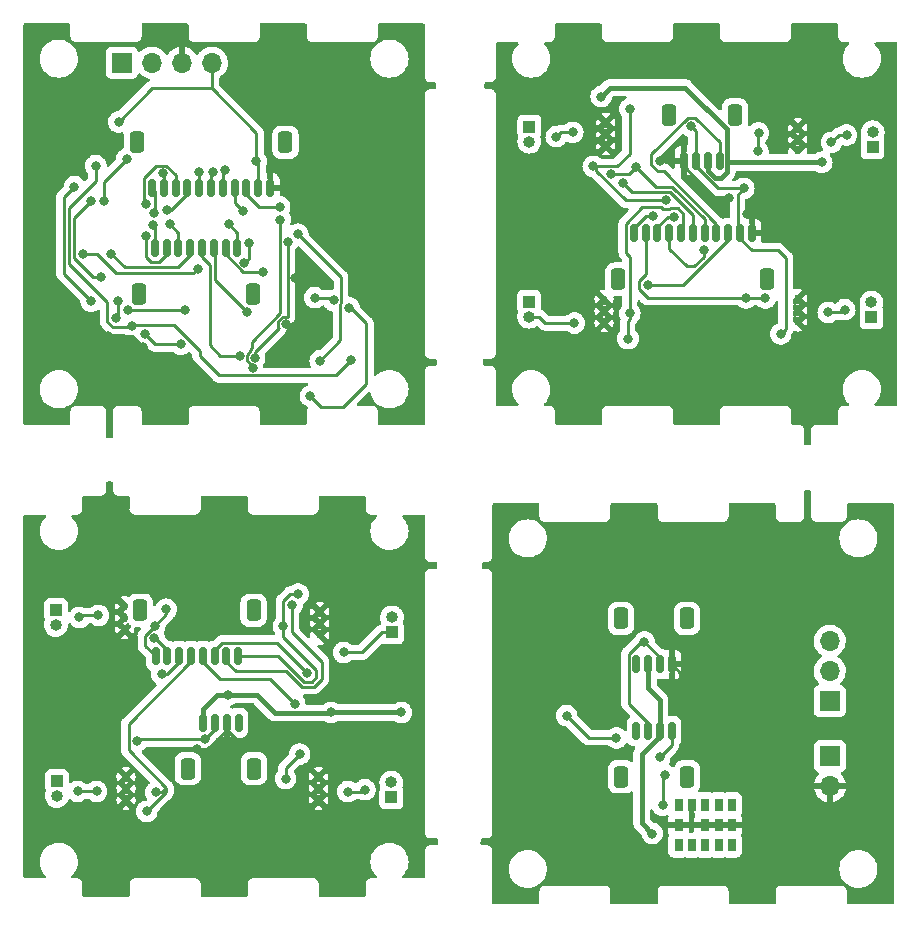
<source format=gbl>
G04 #@! TF.GenerationSoftware,KiCad,Pcbnew,(6.0.7)*
G04 #@! TF.CreationDate,2023-02-21T22:38:56+09:00*
G04 #@! TF.ProjectId,OmniDirectional_UAV,4f6d6e69-4469-4726-9563-74696f6e616c,rev?*
G04 #@! TF.SameCoordinates,Original*
G04 #@! TF.FileFunction,Copper,L2,Bot*
G04 #@! TF.FilePolarity,Positive*
%FSLAX46Y46*%
G04 Gerber Fmt 4.6, Leading zero omitted, Abs format (unit mm)*
G04 Created by KiCad (PCBNEW (6.0.7)) date 2023-02-21 22:38:56*
%MOMM*%
%LPD*%
G01*
G04 APERTURE LIST*
G04 Aperture macros list*
%AMRoundRect*
0 Rectangle with rounded corners*
0 $1 Rounding radius*
0 $2 $3 $4 $5 $6 $7 $8 $9 X,Y pos of 4 corners*
0 Add a 4 corners polygon primitive as box body*
4,1,4,$2,$3,$4,$5,$6,$7,$8,$9,$2,$3,0*
0 Add four circle primitives for the rounded corners*
1,1,$1+$1,$2,$3*
1,1,$1+$1,$4,$5*
1,1,$1+$1,$6,$7*
1,1,$1+$1,$8,$9*
0 Add four rect primitives between the rounded corners*
20,1,$1+$1,$2,$3,$4,$5,0*
20,1,$1+$1,$4,$5,$6,$7,0*
20,1,$1+$1,$6,$7,$8,$9,0*
20,1,$1+$1,$8,$9,$2,$3,0*%
G04 Aperture macros list end*
G04 #@! TA.AperFunction,ComponentPad*
%ADD10O,1.000000X1.000000*%
G04 #@! TD*
G04 #@! TA.AperFunction,ComponentPad*
%ADD11R,1.000000X1.000000*%
G04 #@! TD*
G04 #@! TA.AperFunction,ComponentPad*
%ADD12R,0.700000X1.100000*%
G04 #@! TD*
G04 #@! TA.AperFunction,ComponentPad*
%ADD13R,0.800000X1.100000*%
G04 #@! TD*
G04 #@! TA.AperFunction,ComponentPad*
%ADD14O,1.700000X1.700000*%
G04 #@! TD*
G04 #@! TA.AperFunction,ComponentPad*
%ADD15R,1.700000X1.700000*%
G04 #@! TD*
G04 #@! TA.AperFunction,ComponentPad*
%ADD16C,0.600000*%
G04 #@! TD*
G04 #@! TA.AperFunction,SMDPad,CuDef*
%ADD17RoundRect,0.150000X0.150000X0.625000X-0.150000X0.625000X-0.150000X-0.625000X0.150000X-0.625000X0*%
G04 #@! TD*
G04 #@! TA.AperFunction,SMDPad,CuDef*
%ADD18RoundRect,0.250000X0.350000X0.650000X-0.350000X0.650000X-0.350000X-0.650000X0.350000X-0.650000X0*%
G04 #@! TD*
G04 #@! TA.AperFunction,SMDPad,CuDef*
%ADD19RoundRect,0.250000X-0.350000X-0.650000X0.350000X-0.650000X0.350000X0.650000X-0.350000X0.650000X0*%
G04 #@! TD*
G04 #@! TA.AperFunction,SMDPad,CuDef*
%ADD20RoundRect,0.150000X-0.150000X-0.625000X0.150000X-0.625000X0.150000X0.625000X-0.150000X0.625000X0*%
G04 #@! TD*
G04 #@! TA.AperFunction,ViaPad*
%ADD21C,0.800000*%
G04 #@! TD*
G04 #@! TA.AperFunction,Conductor*
%ADD22C,0.250000*%
G04 #@! TD*
G04 #@! TA.AperFunction,Conductor*
%ADD23C,0.400000*%
G04 #@! TD*
G04 APERTURE END LIST*
D10*
X112305000Y-108979100D03*
D11*
X112305000Y-107709100D03*
D12*
X165025000Y-127622000D03*
X166125000Y-127622000D03*
D13*
X167275000Y-127622000D03*
D12*
X168425000Y-127622000D03*
X169525000Y-127622000D03*
X169525000Y-125922000D03*
X169525000Y-124222000D03*
X168425000Y-124222000D03*
D13*
X167275000Y-124222000D03*
D12*
X166125000Y-124222000D03*
X165025000Y-124222000D03*
X165025000Y-125922000D03*
D13*
X167275000Y-125922000D03*
D12*
X168425000Y-125922000D03*
D14*
X177850000Y-122639100D03*
D15*
X177850000Y-120099100D03*
D16*
X158872000Y-66420100D03*
X158872000Y-68420100D03*
X158872000Y-67420100D03*
D10*
X140753000Y-108352100D03*
D11*
X140753000Y-109622100D03*
D16*
X158720700Y-83406100D03*
X158720700Y-81406100D03*
X158720700Y-82406100D03*
D10*
X152395700Y-68065100D03*
D11*
X152395700Y-66795100D03*
D16*
X134554300Y-123830100D03*
X134554300Y-121830100D03*
X134554300Y-122830100D03*
D10*
X140716300Y-122326100D03*
D11*
X140716300Y-123596100D03*
D10*
X112396000Y-123459100D03*
D11*
X112396000Y-122189100D03*
D16*
X118249700Y-122830100D03*
X118249700Y-123830100D03*
X118249700Y-121830100D03*
D10*
X181453000Y-67283100D03*
D11*
X181453000Y-68553100D03*
D16*
X175128000Y-68878100D03*
X175128000Y-66878100D03*
X175128000Y-67878100D03*
X118147000Y-107368100D03*
X118147000Y-108368100D03*
X118147000Y-109368100D03*
D14*
X177825000Y-110344100D03*
X177825000Y-112884100D03*
D15*
X177825000Y-115424100D03*
X117894000Y-61380100D03*
D14*
X120434000Y-61380100D03*
X122974000Y-61380100D03*
X125514000Y-61380100D03*
D10*
X152379300Y-82878100D03*
D11*
X152379300Y-81608100D03*
D10*
X181362000Y-81688100D03*
D11*
X181362000Y-82958100D03*
D16*
X175128000Y-82333100D03*
X175128000Y-81333100D03*
X175128000Y-83333100D03*
X134657000Y-109860100D03*
X134657000Y-107860100D03*
X134657000Y-108860100D03*
D17*
X127675000Y-77114100D03*
X126675000Y-77114100D03*
X125675000Y-77114100D03*
X124675000Y-77114100D03*
X123675000Y-77114100D03*
X122675000Y-77114100D03*
X121675000Y-77114100D03*
X120675000Y-77114100D03*
D18*
X128975000Y-80989100D03*
X119375000Y-80989100D03*
D19*
X164200000Y-65799100D03*
X169800000Y-65799100D03*
D20*
X168500000Y-69674100D03*
X167500000Y-69674100D03*
X166500000Y-69674100D03*
X165500000Y-69674100D03*
D18*
X172538000Y-79709100D03*
X159938000Y-79709100D03*
D17*
X161238000Y-75834100D03*
X162238000Y-75834100D03*
X163238000Y-75834100D03*
X164238000Y-75834100D03*
X165238000Y-75834100D03*
X166238000Y-75834100D03*
X167238000Y-75834100D03*
X168238000Y-75834100D03*
X169238000Y-75834100D03*
X170238000Y-75834100D03*
X171238000Y-75834100D03*
D19*
X129043000Y-107747100D03*
X119443000Y-107747100D03*
D20*
X127743000Y-111622100D03*
X126743000Y-111622100D03*
X125743000Y-111622100D03*
X124743000Y-111622100D03*
X123743000Y-111622100D03*
X122743000Y-111622100D03*
X121743000Y-111622100D03*
X120743000Y-111622100D03*
D18*
X160155000Y-121839100D03*
X165755000Y-121839100D03*
D17*
X161455000Y-117964100D03*
X162455000Y-117964100D03*
X163455000Y-117964100D03*
X164455000Y-117964100D03*
D18*
X123475000Y-121149100D03*
X129075000Y-121149100D03*
D17*
X124775000Y-117274100D03*
X125775000Y-117274100D03*
X126775000Y-117274100D03*
X127775000Y-117274100D03*
D20*
X120445000Y-72002100D03*
X121445000Y-72002100D03*
X122445000Y-72002100D03*
X123445000Y-72002100D03*
X124445000Y-72002100D03*
X125445000Y-72002100D03*
X126445000Y-72002100D03*
X127445000Y-72002100D03*
X128445000Y-72002100D03*
X129445000Y-72002100D03*
X130445000Y-72002100D03*
D19*
X131745000Y-68127100D03*
X119145000Y-68127100D03*
X165755000Y-108437100D03*
X160155000Y-108437100D03*
D20*
X164455000Y-112312100D03*
X163455000Y-112312100D03*
X162455000Y-112312100D03*
X161455000Y-112312100D03*
D21*
X181300000Y-112900000D03*
X181600000Y-117175000D03*
X181775000Y-121300000D03*
X175575000Y-127950000D03*
X171300000Y-129850000D03*
X161175000Y-129850000D03*
X171150000Y-101975000D03*
X166075000Y-101975000D03*
X161000000Y-101650000D03*
X151825000Y-119075000D03*
X151650000Y-114475000D03*
X151825000Y-111000000D03*
X114725000Y-112900000D03*
X114725000Y-117650000D03*
X131050000Y-127950000D03*
X126300000Y-128100000D03*
X121700000Y-127950000D03*
X131525000Y-101800000D03*
X126300000Y-101800000D03*
X120925000Y-101975000D03*
X111250000Y-68525000D03*
X110625000Y-75500000D03*
X140400000Y-84375000D03*
X139300000Y-66775000D03*
X176700000Y-76775000D03*
X176700000Y-73275000D03*
X155300000Y-73600000D03*
X155150000Y-77400000D03*
X171475000Y-88650000D03*
X166225000Y-88650000D03*
X161325000Y-88650000D03*
X171475000Y-61400000D03*
X166225000Y-61400000D03*
X161800000Y-61400000D03*
X158475000Y-64250000D03*
X177153000Y-69812800D03*
X135607000Y-116391700D03*
X162800000Y-126650000D03*
X172875000Y-120375000D03*
X169950000Y-122200000D03*
X163875000Y-121675000D03*
X163675000Y-124250000D03*
X116349000Y-73116400D03*
X118325000Y-69525000D03*
X121375000Y-70725000D03*
X128275000Y-78350000D03*
X128626309Y-76609833D03*
X133850000Y-89600000D03*
X135832421Y-81511231D03*
X134225000Y-81275000D03*
X137150000Y-82150000D03*
X133750000Y-83575000D03*
X131750000Y-83500000D03*
X129143151Y-86359867D03*
X131925000Y-76525000D03*
X128968265Y-87232007D03*
X131300000Y-74675000D03*
X133644771Y-78966355D03*
X132539500Y-79590695D03*
X132800000Y-75900000D03*
X134693231Y-86603200D03*
X160906100Y-82593900D03*
X131564500Y-109114500D03*
X121650000Y-107650000D03*
X120000000Y-124775000D03*
X120750000Y-123175000D03*
X132950000Y-119925000D03*
X131750000Y-122000000D03*
X138475000Y-122925000D03*
X137025000Y-123100000D03*
X114300000Y-108350000D03*
X115900000Y-108175000D03*
X114150000Y-123075000D03*
X115750000Y-123075000D03*
X177700000Y-82525000D03*
X179100000Y-82300000D03*
X154675000Y-67650000D03*
X156075000Y-67275000D03*
X179250000Y-67500000D03*
X177975000Y-68125000D03*
X165175000Y-114675000D03*
X162144000Y-110426700D03*
X136682300Y-111311400D03*
X126908000Y-114902700D03*
X141554400Y-116391700D03*
X124935000Y-118656700D03*
X119200000Y-118813700D03*
X135504000Y-118813700D03*
X131675000Y-118813700D03*
X124275000Y-119514700D03*
X128118000Y-73903900D03*
X170793000Y-74229600D03*
X173329000Y-75834100D03*
X163463000Y-69720900D03*
X169281000Y-72816800D03*
X170552000Y-72025200D03*
X166093000Y-66778000D03*
X160897000Y-65298800D03*
X173676900Y-84348100D03*
X157806300Y-70165200D03*
X163972100Y-73051200D03*
X163435000Y-120204700D03*
X159764400Y-118559700D03*
X155553500Y-116669500D03*
X131256000Y-73580500D03*
X120598000Y-74111100D03*
X119903000Y-73350500D03*
X121753000Y-73856000D03*
X124425000Y-70599700D03*
X125649000Y-70610700D03*
X126669000Y-70450400D03*
X132816400Y-106365800D03*
X132301000Y-107279400D03*
X133604000Y-113055700D03*
X132529000Y-115665700D03*
X121289000Y-113181700D03*
X120633000Y-110081700D03*
X120685944Y-109061544D03*
X120491000Y-75132800D03*
X119899000Y-76029400D03*
X121945000Y-75041000D03*
X117006000Y-77545200D03*
X127914151Y-86185176D03*
X128513000Y-82500300D03*
X129863868Y-79069832D03*
X126936000Y-75064200D03*
X114619000Y-77607200D03*
X124323300Y-78813200D03*
X116140000Y-79495200D03*
X115286000Y-73130800D03*
X123264000Y-82283300D03*
X118381000Y-82283300D03*
X113874000Y-71874000D03*
X115291000Y-81577200D03*
X161425000Y-70190300D03*
X159312844Y-70779700D03*
X160360000Y-71596200D03*
X162400000Y-80217200D03*
X160746000Y-84756600D03*
X156207500Y-83426800D03*
X172377000Y-81303000D03*
X170732800Y-81303000D03*
X162860800Y-74369800D03*
X167163000Y-77212100D03*
X171805900Y-67325600D03*
X171744400Y-68878100D03*
X164667000Y-74455300D03*
X137287000Y-86570700D03*
X115686000Y-70103300D03*
X118747000Y-83674600D03*
X131589000Y-70939600D03*
X116708000Y-84483100D03*
X119667000Y-85427400D03*
X139673000Y-74179400D03*
X117614000Y-66396400D03*
X117583000Y-81528200D03*
X117423400Y-82978900D03*
X129293600Y-69750500D03*
X122864100Y-85216800D03*
X119815200Y-84346900D03*
D22*
X126235176Y-86185176D02*
X125371400Y-85321400D01*
X125371400Y-78512800D02*
X125371400Y-85321400D01*
X127914151Y-86185176D02*
X126235176Y-86185176D01*
D23*
X159225000Y-63500000D02*
X158475000Y-64250000D01*
X159476800Y-63500000D02*
X159225000Y-63500000D01*
X168075000Y-71125000D02*
X167500000Y-70550000D01*
X167500000Y-70550000D02*
X167500000Y-69674100D01*
X169140800Y-69812800D02*
X177153000Y-69812800D01*
X168656600Y-71125000D02*
X168075000Y-71125000D01*
X169140800Y-70640800D02*
X168656600Y-71125000D01*
X169140800Y-69812800D02*
X169140800Y-70640800D01*
X165600000Y-63500000D02*
X159476800Y-63500000D01*
X169140800Y-67040800D02*
X165600000Y-63500000D01*
X169140800Y-69812800D02*
X169140800Y-67040800D01*
X141554400Y-116391700D02*
X135607000Y-116391700D01*
X135548700Y-116450000D02*
X135607000Y-116391700D01*
X130900000Y-116450000D02*
X135548700Y-116450000D01*
X129352700Y-114902700D02*
X130900000Y-116450000D01*
X126908000Y-114902700D02*
X129352700Y-114902700D01*
X125947300Y-114902700D02*
X126908000Y-114902700D01*
X124775000Y-116075000D02*
X125947300Y-114902700D01*
X124775000Y-117274100D02*
X124775000Y-116075000D01*
X162455000Y-114330000D02*
X162455000Y-112312100D01*
X163455000Y-117964100D02*
X163455000Y-115330000D01*
X163455000Y-115330000D02*
X162455000Y-114330000D01*
X163455000Y-118361354D02*
X163455000Y-117964100D01*
X161900000Y-119916354D02*
X163455000Y-118361354D01*
X161900000Y-125750000D02*
X161900000Y-119916354D01*
X162800000Y-126650000D02*
X161900000Y-125750000D01*
D22*
X172875000Y-120375000D02*
X171775000Y-120375000D01*
X171775000Y-120375000D02*
X169950000Y-122200000D01*
X163675000Y-121875000D02*
X163875000Y-121675000D01*
X163675000Y-124250000D02*
X163675000Y-121875000D01*
X159809800Y-70165200D02*
X160897000Y-69078000D01*
X157806300Y-70165200D02*
X159809800Y-70165200D01*
X160835600Y-70779700D02*
X159312844Y-70779700D01*
X160897000Y-69078000D02*
X160897000Y-65298800D01*
X161425000Y-70190300D02*
X160835600Y-70779700D01*
X118325000Y-69525000D02*
X116349000Y-71501000D01*
X116349000Y-71501000D02*
X116349000Y-73116400D01*
X121445000Y-70795000D02*
X121375000Y-70725000D01*
X122445000Y-70925965D02*
X122445000Y-72002100D01*
X120811600Y-70110500D02*
X121629535Y-70110500D01*
X121445000Y-72002100D02*
X121445000Y-70795000D01*
X119764900Y-71157200D02*
X120811600Y-70110500D01*
X119764900Y-73212400D02*
X119764900Y-71157200D01*
X119903000Y-73350500D02*
X119764900Y-73212400D01*
X121629535Y-70110500D02*
X122445000Y-70925965D01*
X136011193Y-87846507D02*
X137287000Y-86570700D01*
X126137307Y-87846507D02*
X136011193Y-87846507D01*
X124492900Y-86202100D02*
X126137307Y-87846507D01*
X124492900Y-85819800D02*
X124492900Y-86202100D01*
X122294700Y-83621600D02*
X124492900Y-85819800D01*
X118800000Y-83621600D02*
X122294700Y-83621600D01*
X118747000Y-83674600D02*
X118800000Y-83621600D01*
X128703937Y-85891840D02*
X128698528Y-85897249D01*
X128727924Y-85779392D02*
X128727924Y-85858543D01*
X128734817Y-85772499D02*
X128727924Y-85779392D01*
X128698528Y-85935455D02*
X128528651Y-86105332D01*
X131300000Y-82600838D02*
X128896000Y-85004838D01*
X129143151Y-85917349D02*
X129143151Y-86359867D01*
X131220732Y-83839768D02*
X129143151Y-85917349D01*
X131135500Y-83754535D02*
X131220732Y-83839768D01*
X131925000Y-82885500D02*
X131495465Y-82885500D01*
X131300000Y-74675000D02*
X131300000Y-82600838D01*
X131135500Y-83245465D02*
X131135500Y-83754535D01*
X128896000Y-85552313D02*
X128734817Y-85713496D01*
X128727924Y-85858543D02*
X128703937Y-85882530D01*
X128528651Y-86105332D02*
X128528651Y-86614402D01*
X128896000Y-86974367D02*
X128896000Y-87159742D01*
X131925000Y-76525000D02*
X131925000Y-82885500D01*
X128125797Y-79069832D02*
X129863868Y-79069832D01*
X126675000Y-77114100D02*
X126675000Y-77619035D01*
X131495465Y-82885500D02*
X131135500Y-83245465D01*
X128888616Y-86974367D02*
X128896000Y-86974367D01*
X128896000Y-87159742D02*
X128968265Y-87232007D01*
X126675000Y-77619035D02*
X128125797Y-79069832D01*
X128896000Y-85004838D02*
X128896000Y-85552313D01*
X128698528Y-85897249D02*
X128698528Y-85935455D01*
X128528651Y-86614402D02*
X128888616Y-86974367D01*
X128734817Y-85713496D02*
X128734817Y-85772499D01*
X128626309Y-77998691D02*
X128275000Y-78350000D01*
X128626309Y-76609833D02*
X128626309Y-77998691D01*
X128703937Y-85882530D02*
X128703937Y-85891840D01*
X134775000Y-90525000D02*
X133850000Y-89600000D01*
X136600000Y-90525000D02*
X134775000Y-90525000D01*
X138575000Y-88550000D02*
X136600000Y-90525000D01*
X138575000Y-83450000D02*
X138575000Y-88550000D01*
X137150000Y-82150000D02*
X137275000Y-82150000D01*
X137275000Y-82150000D02*
X138575000Y-83450000D01*
X135596190Y-81275000D02*
X135832421Y-81511231D01*
X134225000Y-81275000D02*
X135596190Y-81275000D01*
X136395622Y-81817065D02*
X136395622Y-84900809D01*
X136446921Y-81765766D02*
X136395622Y-81817065D01*
X136446921Y-79546921D02*
X136446921Y-81765766D01*
X136395622Y-84900809D02*
X134693231Y-86603200D01*
X132800000Y-75900000D02*
X136446921Y-79546921D01*
X133675000Y-83500000D02*
X133750000Y-83575000D01*
X131750000Y-83500000D02*
X133675000Y-83500000D01*
X133163840Y-78966355D02*
X133644771Y-78966355D01*
X132539500Y-79590695D02*
X133163840Y-78966355D01*
X131564500Y-109114500D02*
X131564500Y-106940400D01*
X131564500Y-109987300D02*
X131564500Y-109114500D01*
X121650000Y-108097488D02*
X120685944Y-109061544D01*
X121650000Y-107650000D02*
X121650000Y-108097488D01*
X119855000Y-110734100D02*
X119855000Y-109892488D01*
X120743000Y-111622100D02*
X119855000Y-110734100D01*
X119855000Y-109892488D02*
X120685944Y-109061544D01*
X121666000Y-123109000D02*
X121666000Y-122790700D01*
X120000000Y-124775000D02*
X121666000Y-123109000D01*
X121281700Y-123175000D02*
X121666000Y-122790700D01*
X120750000Y-123175000D02*
X121281700Y-123175000D01*
X131750000Y-122000000D02*
X131750000Y-121125000D01*
X131750000Y-121125000D02*
X132950000Y-119925000D01*
X138300000Y-123100000D02*
X138475000Y-122925000D01*
X137025000Y-123100000D02*
X138300000Y-123100000D01*
X114475000Y-108175000D02*
X114300000Y-108350000D01*
X115900000Y-108175000D02*
X114475000Y-108175000D01*
X115750000Y-123075000D02*
X114150000Y-123075000D01*
X178875000Y-82525000D02*
X179100000Y-82300000D01*
X177700000Y-82525000D02*
X178875000Y-82525000D01*
X155050000Y-67275000D02*
X154675000Y-67650000D01*
X156075000Y-67275000D02*
X155050000Y-67275000D01*
X178425000Y-67675000D02*
X178600000Y-67500000D01*
X177975000Y-68125000D02*
X178425000Y-67675000D01*
X178600000Y-67500000D02*
X179250000Y-67500000D01*
X165175000Y-114675000D02*
X165175000Y-113032100D01*
X165175000Y-113032100D02*
X164455000Y-112312100D01*
X163455000Y-111737700D02*
X162144000Y-110426700D01*
X163455000Y-112312100D02*
X163455000Y-111737700D01*
X161816400Y-110426700D02*
X162144000Y-110426700D01*
X160805000Y-111438100D02*
X161816400Y-110426700D01*
X160805000Y-115663500D02*
X160805000Y-111438100D01*
X162455000Y-117313500D02*
X160805000Y-115663500D01*
X162455000Y-117964100D02*
X162455000Y-117313500D01*
X140753000Y-109622100D02*
X139927700Y-109622100D01*
X138238400Y-111311400D02*
X136682300Y-111311400D01*
X139927700Y-109622100D02*
X138238400Y-111311400D01*
X125775000Y-117816700D02*
X124935000Y-118656700D01*
X125775000Y-117274100D02*
X125775000Y-117816700D01*
X119357000Y-118656700D02*
X119200000Y-118813700D01*
X124935000Y-118656700D02*
X119357000Y-118656700D01*
X131675000Y-118813700D02*
X135504000Y-118813700D01*
X127710700Y-118813700D02*
X131675000Y-118813700D01*
X126775000Y-117878000D02*
X127710700Y-118813700D01*
X125138300Y-119514700D02*
X126775000Y-117878000D01*
X124275000Y-119514700D02*
X125138300Y-119514700D01*
X126775000Y-117878000D02*
X126775000Y-117274100D01*
X127445000Y-73230900D02*
X128118000Y-73903900D01*
X127445000Y-72002100D02*
X127445000Y-73230900D01*
X173329000Y-75834100D02*
X171238000Y-75834100D01*
X171238000Y-74674600D02*
X171238000Y-75834100D01*
X170793000Y-74229600D02*
X171238000Y-74674600D01*
X163463000Y-69720900D02*
X165474400Y-69720900D01*
X165474400Y-69699700D02*
X165474400Y-69720900D01*
X165500000Y-69674100D02*
X165474400Y-69699700D01*
X168143400Y-72816800D02*
X169281000Y-72816800D01*
X165474400Y-70147800D02*
X168143400Y-72816800D01*
X165474400Y-69720900D02*
X165474400Y-70147800D01*
X166500000Y-67185000D02*
X166500000Y-69674100D01*
X166093000Y-66778000D02*
X166500000Y-67185000D01*
X166500000Y-70161200D02*
X166500000Y-69674100D01*
X168364000Y-72025200D02*
X166500000Y-70161200D01*
X170552000Y-72025200D02*
X168364000Y-72025200D01*
X170023400Y-72553800D02*
X170552000Y-72025200D01*
X170023400Y-75619500D02*
X170023400Y-72553800D01*
X170238000Y-75834100D02*
X170023400Y-75619500D01*
X170238000Y-76286600D02*
X170238000Y-75834100D01*
X171233300Y-77281900D02*
X170238000Y-76286600D01*
X173437600Y-77281900D02*
X171233300Y-77281900D01*
X174116100Y-77960400D02*
X173437600Y-77281900D01*
X174116100Y-83908900D02*
X174116100Y-77960400D01*
X173676900Y-84348100D02*
X174116100Y-83908900D01*
X158030000Y-70538200D02*
X158030000Y-70165200D01*
X160543000Y-73051200D02*
X158030000Y-70538200D01*
X163972100Y-73051200D02*
X160543000Y-73051200D01*
X157806300Y-70165200D02*
X158030000Y-70165200D01*
X157443700Y-118559700D02*
X155553500Y-116669500D01*
X159764400Y-118559700D02*
X157443700Y-118559700D01*
X164378300Y-119261400D02*
X163435000Y-120204700D01*
X164378300Y-119223200D02*
X164378300Y-119261400D01*
X164455000Y-119146500D02*
X164378300Y-119223200D01*
X164455000Y-117964100D02*
X164455000Y-119146500D01*
X129496400Y-73580500D02*
X131256000Y-73580500D01*
X128445000Y-72529100D02*
X129496400Y-73580500D01*
X128445000Y-72002100D02*
X128445000Y-72529100D01*
X120680900Y-74028200D02*
X120598000Y-74111100D01*
X120680900Y-72238000D02*
X120680900Y-74028200D01*
X120445000Y-72002100D02*
X120680900Y-72238000D01*
X123445000Y-72493600D02*
X123445000Y-72002100D01*
X122082600Y-73856000D02*
X123445000Y-72493600D01*
X121753000Y-73856000D02*
X122082600Y-73856000D01*
X124445000Y-70619700D02*
X124425000Y-70599700D01*
X124445000Y-72002100D02*
X124445000Y-70619700D01*
X125445000Y-70814700D02*
X125649000Y-70610700D01*
X125445000Y-72002100D02*
X125445000Y-70814700D01*
X126445000Y-70674400D02*
X126669000Y-70450400D01*
X126445000Y-72002100D02*
X126445000Y-70674400D01*
X127743400Y-111621700D02*
X130549000Y-111621700D01*
X127743000Y-111622100D02*
X127743400Y-111621700D01*
X132139100Y-106365800D02*
X132816400Y-106365800D01*
X131564500Y-106940400D02*
X132139100Y-106365800D01*
X134357900Y-112780700D02*
X131564500Y-109987300D01*
X134357900Y-113377600D02*
X134357900Y-112780700D01*
X133952500Y-113783000D02*
X134357900Y-113377600D01*
X133292200Y-113783000D02*
X133952500Y-113783000D01*
X131130900Y-111621700D02*
X133292200Y-113783000D01*
X130549000Y-111621700D02*
X131130900Y-111621700D01*
X132301000Y-109614800D02*
X132301000Y-107279400D01*
X134808200Y-112122000D02*
X132301000Y-109614800D01*
X134808200Y-113564200D02*
X134808200Y-112122000D01*
X134139100Y-114233300D02*
X134808200Y-113564200D01*
X133105600Y-114233300D02*
X134139100Y-114233300D01*
X131783100Y-112910800D02*
X133105600Y-114233300D01*
X127558500Y-112910800D02*
X131783100Y-112910800D01*
X126743000Y-112095300D02*
X127558500Y-112910800D01*
X126743000Y-111622100D02*
X126743000Y-112095300D01*
X131033800Y-110485500D02*
X133604000Y-113055700D01*
X126380400Y-110485500D02*
X131033800Y-110485500D01*
X125743000Y-111122900D02*
X126380400Y-110485500D01*
X125743000Y-111622100D02*
X125743000Y-111122900D01*
X130449500Y-113586200D02*
X132529000Y-115665700D01*
X126233900Y-113586200D02*
X130449500Y-113586200D01*
X124743000Y-112095300D02*
X126233900Y-113586200D01*
X124743000Y-111622100D02*
X124743000Y-112095300D01*
X118459000Y-119583700D02*
X121666000Y-122790700D01*
X118459000Y-117359900D02*
X118459000Y-119583700D01*
X123743000Y-112075900D02*
X118459000Y-117359900D01*
X123743000Y-111622100D02*
X123743000Y-112075900D01*
X122743000Y-112118700D02*
X122743000Y-111622100D01*
X121680000Y-113181700D02*
X122743000Y-112118700D01*
X121289000Y-113181700D02*
X121680000Y-113181700D01*
X120716900Y-110081700D02*
X120633000Y-110081700D01*
X121743000Y-111107800D02*
X120716900Y-110081700D01*
X121743000Y-111622100D02*
X121743000Y-111107800D01*
X120675000Y-75316800D02*
X120491000Y-75132800D01*
X120675000Y-77114100D02*
X120675000Y-75316800D01*
X119899000Y-77811600D02*
X119899000Y-76029400D01*
X120329400Y-78242000D02*
X119899000Y-77811600D01*
X121047000Y-78242000D02*
X120329400Y-78242000D01*
X121675000Y-77614000D02*
X121047000Y-78242000D01*
X121675000Y-77114100D02*
X121675000Y-77614000D01*
X122675000Y-75771000D02*
X122675000Y-77114100D01*
X121945000Y-75041000D02*
X122675000Y-75771000D01*
X118161300Y-78700500D02*
X117006000Y-77545200D01*
X122635000Y-78700500D02*
X118161300Y-78700500D01*
X123675000Y-77660500D02*
X122635000Y-78700500D01*
X123675000Y-77114100D02*
X123675000Y-77660500D01*
X124675000Y-77816400D02*
X125371400Y-78512800D01*
X124675000Y-77114100D02*
X124675000Y-77816400D01*
X125821700Y-77260800D02*
X125675000Y-77114100D01*
X125821700Y-79809000D02*
X125821700Y-77260800D01*
X128513000Y-82500300D02*
X125821700Y-79809000D01*
X127675000Y-75803200D02*
X127675000Y-77114100D01*
X126936000Y-75064200D02*
X127675000Y-75803200D01*
X123934200Y-79202300D02*
X124323300Y-78813200D01*
X117420900Y-79202300D02*
X123934200Y-79202300D01*
X115825800Y-77607200D02*
X117420900Y-79202300D01*
X114619000Y-77607200D02*
X115825800Y-77607200D01*
X113874000Y-74542800D02*
X115286000Y-73130800D01*
X113874000Y-77892900D02*
X113874000Y-74542800D01*
X115476300Y-79495200D02*
X113874000Y-77892900D01*
X116140000Y-79495200D02*
X115476300Y-79495200D01*
X118381000Y-82283300D02*
X123264000Y-82283300D01*
X112973400Y-79259600D02*
X115291000Y-81577200D01*
X112973400Y-72774600D02*
X112973400Y-79259600D01*
X113874000Y-71874000D02*
X112973400Y-72774600D01*
X163110300Y-71875600D02*
X161425000Y-70190300D01*
X164459200Y-71875600D02*
X163110300Y-71875600D01*
X167238000Y-74654400D02*
X164459200Y-71875600D01*
X167238000Y-75834100D02*
X167238000Y-74654400D01*
X161089700Y-72325900D02*
X160360000Y-71596200D01*
X164272600Y-72325900D02*
X161089700Y-72325900D01*
X166238000Y-74291300D02*
X164272600Y-72325900D01*
X166238000Y-75834100D02*
X166238000Y-74291300D01*
X165439700Y-80217200D02*
X162400000Y-80217200D01*
X169238000Y-76418900D02*
X165439700Y-80217200D01*
X169238000Y-75834100D02*
X169238000Y-76418900D01*
X165416300Y-75655800D02*
X165238000Y-75834100D01*
X165416300Y-74168300D02*
X165416300Y-75655800D01*
X164958400Y-73710400D02*
X165416300Y-74168300D01*
X164338700Y-73710400D02*
X164958400Y-73710400D01*
X164272600Y-73776500D02*
X164338700Y-73710400D01*
X163671700Y-73776500D02*
X164272600Y-73776500D01*
X163539600Y-73644400D02*
X163671700Y-73776500D01*
X161934100Y-73644400D02*
X163539600Y-73644400D01*
X160575500Y-75003000D02*
X161934100Y-73644400D01*
X160575500Y-77479700D02*
X160575500Y-75003000D01*
X160906100Y-77810300D02*
X160575500Y-77479700D01*
X160906100Y-83067100D02*
X160906100Y-77810300D01*
X160746000Y-83227200D02*
X160906100Y-83067100D01*
X160746000Y-84756600D02*
X160746000Y-83227200D01*
X153753300Y-83426800D02*
X153204600Y-82878100D01*
X156207500Y-83426800D02*
X153753300Y-83426800D01*
X152379300Y-82878100D02*
X153204600Y-82878100D01*
X162432200Y-81303000D02*
X170732800Y-81303000D01*
X161655300Y-80526100D02*
X162432200Y-81303000D01*
X161655300Y-79900700D02*
X161655300Y-80526100D01*
X162238000Y-79318000D02*
X161655300Y-79900700D01*
X162238000Y-75834100D02*
X162238000Y-79318000D01*
X170732800Y-81303000D02*
X172377000Y-81303000D01*
X162254100Y-74369800D02*
X162860800Y-74369800D01*
X161238000Y-75385900D02*
X162254100Y-74369800D01*
X161238000Y-75834100D02*
X161238000Y-75385900D01*
X164238000Y-77164100D02*
X164238000Y-75834100D01*
X165705800Y-78631900D02*
X164238000Y-77164100D01*
X166365500Y-78631900D02*
X165705800Y-78631900D01*
X167163000Y-77834400D02*
X166365500Y-78631900D01*
X167163000Y-77212100D02*
X167163000Y-77834400D01*
X171744400Y-67387100D02*
X171805900Y-67325600D01*
X171744400Y-68878100D02*
X171744400Y-67387100D01*
X163238100Y-75834100D02*
X163238000Y-75834100D01*
X163238100Y-75316900D02*
X163238100Y-75834100D01*
X164099700Y-74455300D02*
X163238100Y-75316900D01*
X164667000Y-74455300D02*
X164099700Y-74455300D01*
X168500000Y-68102000D02*
X168500000Y-69674100D01*
X166446900Y-66048900D02*
X168500000Y-68102000D01*
X165796300Y-66048900D02*
X166446900Y-66048900D01*
X162714200Y-69131000D02*
X165796300Y-66048900D01*
X162714200Y-70018400D02*
X162714200Y-69131000D01*
X163245600Y-70549800D02*
X162714200Y-70018400D01*
X163770300Y-70549800D02*
X163245600Y-70549800D01*
X168238000Y-75017500D02*
X163770300Y-70549800D01*
X168238000Y-75834100D02*
X168238000Y-75017500D01*
X118657500Y-83764100D02*
X118747000Y-83674600D01*
X117126900Y-83764100D02*
X118657500Y-83764100D01*
X116663000Y-83300200D02*
X117126900Y-83764100D01*
X116663000Y-81634000D02*
X116663000Y-83300200D01*
X113423700Y-78394700D02*
X116663000Y-81634000D01*
X113423700Y-73658500D02*
X113423700Y-78394700D01*
X115686000Y-71396200D02*
X113423700Y-73658500D01*
X115686000Y-70103300D02*
X115686000Y-71396200D01*
X163455000Y-117964100D02*
X163455000Y-118645000D01*
X118722700Y-84483100D02*
X119667000Y-85427400D01*
X116708000Y-84483100D02*
X118722700Y-84483100D01*
X131589000Y-71872800D02*
X131589000Y-70939600D01*
X130574300Y-71872800D02*
X131589000Y-71872800D01*
X130445000Y-72002100D02*
X130574300Y-71872800D01*
X137366400Y-71872800D02*
X139673000Y-74179400D01*
X131589000Y-71872800D02*
X137366400Y-71872800D01*
X125514000Y-61380100D02*
X125514000Y-62555400D01*
X117583000Y-82819300D02*
X117583000Y-81528200D01*
X117423400Y-82978900D02*
X117583000Y-82819300D01*
X125514000Y-63567900D02*
X125514000Y-62555400D01*
X120442500Y-63567900D02*
X125514000Y-63567900D01*
X117614000Y-66396400D02*
X120442500Y-63567900D01*
X129445000Y-69901900D02*
X129293600Y-69750500D01*
X129445000Y-72002100D02*
X129445000Y-69901900D01*
X129293600Y-67347500D02*
X129293600Y-69750500D01*
X125514000Y-63567900D02*
X129293600Y-67347500D01*
X120685100Y-85216800D02*
X119815200Y-84346900D01*
X122864100Y-85216800D02*
X120685100Y-85216800D01*
G04 #@! TA.AperFunction,Conductor*
G36*
X176121649Y-97579046D02*
G01*
X176189515Y-97599897D01*
X176235334Y-97654128D01*
X176246076Y-97705036D01*
X176246076Y-99750913D01*
X176246074Y-99751683D01*
X176245600Y-99829257D01*
X176248067Y-99837888D01*
X176253726Y-99857689D01*
X176257304Y-99874451D01*
X176261496Y-99903723D01*
X176265210Y-99911891D01*
X176265210Y-99911892D01*
X176272124Y-99927098D01*
X176278572Y-99944622D01*
X176285627Y-99969307D01*
X176290419Y-99976901D01*
X176290420Y-99976904D01*
X176301406Y-99994316D01*
X176309545Y-100009399D01*
X176321784Y-100036318D01*
X176327645Y-100043120D01*
X176338546Y-100055771D01*
X176349649Y-100070775D01*
X176363352Y-100092494D01*
X176370077Y-100098433D01*
X176370080Y-100098437D01*
X176385514Y-100112068D01*
X176397558Y-100124260D01*
X176411003Y-100139863D01*
X176411006Y-100139865D01*
X176416863Y-100146663D01*
X176424392Y-100151543D01*
X176424393Y-100151544D01*
X176438411Y-100160630D01*
X176453285Y-100171921D01*
X176465793Y-100182967D01*
X176472527Y-100188914D01*
X176499287Y-100201478D01*
X176514267Y-100209799D01*
X176531559Y-100221007D01*
X176531564Y-100221009D01*
X176539091Y-100225888D01*
X176547684Y-100228458D01*
X176547689Y-100228460D01*
X176563696Y-100233247D01*
X176581140Y-100239908D01*
X176596252Y-100247003D01*
X176596254Y-100247004D01*
X176604376Y-100250817D01*
X176613243Y-100252198D01*
X176613244Y-100252198D01*
X176615929Y-100252616D01*
X176633593Y-100255366D01*
X176650308Y-100259149D01*
X176670042Y-100265051D01*
X176670048Y-100265052D01*
X176678642Y-100267622D01*
X176687613Y-100267677D01*
X176687614Y-100267677D01*
X176697673Y-100267738D01*
X176713082Y-100267832D01*
X176713865Y-100267865D01*
X176714962Y-100268036D01*
X176745953Y-100268036D01*
X176746723Y-100268038D01*
X176820361Y-100268488D01*
X176820362Y-100268488D01*
X176824297Y-100268512D01*
X176825641Y-100268128D01*
X176826986Y-100268036D01*
X178745953Y-100268036D01*
X178746724Y-100268038D01*
X178824297Y-100268512D01*
X178852728Y-100260386D01*
X178869491Y-100256808D01*
X178870329Y-100256688D01*
X178898763Y-100252616D01*
X178922140Y-100241987D01*
X178939663Y-100235540D01*
X178964347Y-100228485D01*
X178971941Y-100223693D01*
X178971944Y-100223692D01*
X178989356Y-100212706D01*
X179004441Y-100204566D01*
X179031358Y-100192328D01*
X179050811Y-100175566D01*
X179065815Y-100164463D01*
X179087534Y-100150760D01*
X179093473Y-100144035D01*
X179093477Y-100144032D01*
X179107108Y-100128598D01*
X179119300Y-100116554D01*
X179134903Y-100103109D01*
X179134905Y-100103106D01*
X179141703Y-100097249D01*
X179155670Y-100075701D01*
X179166961Y-100060827D01*
X179178007Y-100048319D01*
X179178008Y-100048318D01*
X179183954Y-100041585D01*
X179196519Y-100014823D01*
X179204839Y-99999845D01*
X179216047Y-99982553D01*
X179216049Y-99982548D01*
X179220928Y-99975021D01*
X179223498Y-99966428D01*
X179223500Y-99966423D01*
X179228287Y-99950416D01*
X179234948Y-99932972D01*
X179242043Y-99917860D01*
X179242044Y-99917858D01*
X179245857Y-99909736D01*
X179250406Y-99880519D01*
X179254189Y-99863804D01*
X179260091Y-99844070D01*
X179260092Y-99844064D01*
X179262662Y-99835470D01*
X179262872Y-99801030D01*
X179262905Y-99800247D01*
X179263076Y-99799150D01*
X179263076Y-99768159D01*
X179263078Y-99767389D01*
X179263528Y-99693751D01*
X179263528Y-99693750D01*
X179263552Y-99689815D01*
X179263168Y-99688471D01*
X179263076Y-99687126D01*
X179263076Y-98794036D01*
X179283078Y-98725915D01*
X179336734Y-98679422D01*
X179389076Y-98668036D01*
X183120076Y-98668036D01*
X183188197Y-98688038D01*
X183234690Y-98741694D01*
X183246076Y-98794036D01*
X183246076Y-132525036D01*
X183226074Y-132593157D01*
X183172418Y-132639650D01*
X183120076Y-132651036D01*
X179389076Y-132651036D01*
X179320955Y-132631034D01*
X179274462Y-132577378D01*
X179263076Y-132525036D01*
X179263076Y-131568159D01*
X179263078Y-131567389D01*
X179263376Y-131518638D01*
X179263552Y-131489815D01*
X179255426Y-131461383D01*
X179251848Y-131444621D01*
X179248928Y-131424234D01*
X179247656Y-131415349D01*
X179237027Y-131391972D01*
X179230580Y-131374449D01*
X179225992Y-131358398D01*
X179223525Y-131349765D01*
X179218732Y-131342168D01*
X179207746Y-131324756D01*
X179199606Y-131309671D01*
X179197140Y-131304247D01*
X179187368Y-131282754D01*
X179170606Y-131263301D01*
X179159503Y-131248297D01*
X179145800Y-131226578D01*
X179139075Y-131220639D01*
X179139072Y-131220635D01*
X179123638Y-131207004D01*
X179111594Y-131194812D01*
X179098149Y-131179209D01*
X179098146Y-131179207D01*
X179092289Y-131172409D01*
X179078585Y-131163526D01*
X179070741Y-131158442D01*
X179055867Y-131147151D01*
X179043359Y-131136105D01*
X179043358Y-131136104D01*
X179036625Y-131130158D01*
X179009863Y-131117593D01*
X178994885Y-131109273D01*
X178977593Y-131098065D01*
X178977588Y-131098063D01*
X178970061Y-131093184D01*
X178961468Y-131090614D01*
X178961463Y-131090612D01*
X178945456Y-131085825D01*
X178928012Y-131079164D01*
X178912900Y-131072069D01*
X178912898Y-131072068D01*
X178904776Y-131068255D01*
X178895909Y-131066874D01*
X178895908Y-131066874D01*
X178885054Y-131065184D01*
X178875559Y-131063706D01*
X178858844Y-131059923D01*
X178839110Y-131054021D01*
X178839104Y-131054020D01*
X178830510Y-131051450D01*
X178821539Y-131051395D01*
X178821538Y-131051395D01*
X178811479Y-131051334D01*
X178796070Y-131051240D01*
X178795287Y-131051207D01*
X178794190Y-131051036D01*
X178763199Y-131051036D01*
X178762429Y-131051034D01*
X178688791Y-131050584D01*
X178688790Y-131050584D01*
X178684855Y-131050560D01*
X178683511Y-131050944D01*
X178682166Y-131051036D01*
X173763199Y-131051036D01*
X173762429Y-131051034D01*
X173761613Y-131051029D01*
X173684855Y-131050560D01*
X173662494Y-131056951D01*
X173656423Y-131058686D01*
X173639661Y-131062264D01*
X173610389Y-131066456D01*
X173602221Y-131070170D01*
X173602220Y-131070170D01*
X173587014Y-131077084D01*
X173569490Y-131083532D01*
X173544805Y-131090587D01*
X173537211Y-131095379D01*
X173537208Y-131095380D01*
X173519796Y-131106366D01*
X173504713Y-131114505D01*
X173477794Y-131126744D01*
X173470992Y-131132605D01*
X173458341Y-131143506D01*
X173443337Y-131154609D01*
X173421618Y-131168312D01*
X173415679Y-131175037D01*
X173415675Y-131175040D01*
X173402044Y-131190474D01*
X173389852Y-131202518D01*
X173374249Y-131215963D01*
X173374247Y-131215966D01*
X173367449Y-131221823D01*
X173362569Y-131229352D01*
X173362568Y-131229353D01*
X173353482Y-131243371D01*
X173342191Y-131258245D01*
X173331145Y-131270753D01*
X173325198Y-131277487D01*
X173318888Y-131290927D01*
X173312634Y-131304247D01*
X173304313Y-131319227D01*
X173293105Y-131336519D01*
X173293103Y-131336524D01*
X173288224Y-131344051D01*
X173285654Y-131352644D01*
X173285652Y-131352649D01*
X173280865Y-131368656D01*
X173274204Y-131386100D01*
X173267109Y-131401212D01*
X173263295Y-131409336D01*
X173261914Y-131418203D01*
X173261914Y-131418204D01*
X173258746Y-131438551D01*
X173254963Y-131455268D01*
X173249061Y-131475002D01*
X173249060Y-131475008D01*
X173246490Y-131483602D01*
X173246435Y-131492573D01*
X173246435Y-131492574D01*
X173246280Y-131518033D01*
X173246247Y-131518825D01*
X173246076Y-131519922D01*
X173246076Y-131550913D01*
X173246074Y-131551683D01*
X173245600Y-131629257D01*
X173245984Y-131630601D01*
X173246076Y-131631946D01*
X173246076Y-132525036D01*
X173226074Y-132593157D01*
X173172418Y-132639650D01*
X173120076Y-132651036D01*
X169389076Y-132651036D01*
X169320955Y-132631034D01*
X169274462Y-132577378D01*
X169263076Y-132525036D01*
X169263076Y-131568159D01*
X169263078Y-131567389D01*
X169263376Y-131518638D01*
X169263552Y-131489815D01*
X169255426Y-131461383D01*
X169251848Y-131444621D01*
X169248928Y-131424234D01*
X169247656Y-131415349D01*
X169237027Y-131391972D01*
X169230580Y-131374449D01*
X169225992Y-131358398D01*
X169223525Y-131349765D01*
X169218732Y-131342168D01*
X169207746Y-131324756D01*
X169199606Y-131309671D01*
X169197140Y-131304247D01*
X169187368Y-131282754D01*
X169170606Y-131263301D01*
X169159503Y-131248297D01*
X169145800Y-131226578D01*
X169139075Y-131220639D01*
X169139072Y-131220635D01*
X169123638Y-131207004D01*
X169111594Y-131194812D01*
X169098149Y-131179209D01*
X169098146Y-131179207D01*
X169092289Y-131172409D01*
X169078585Y-131163526D01*
X169070741Y-131158442D01*
X169055867Y-131147151D01*
X169043359Y-131136105D01*
X169043358Y-131136104D01*
X169036625Y-131130158D01*
X169009863Y-131117593D01*
X168994885Y-131109273D01*
X168977593Y-131098065D01*
X168977588Y-131098063D01*
X168970061Y-131093184D01*
X168961468Y-131090614D01*
X168961463Y-131090612D01*
X168945456Y-131085825D01*
X168928012Y-131079164D01*
X168912900Y-131072069D01*
X168912898Y-131072068D01*
X168904776Y-131068255D01*
X168895909Y-131066874D01*
X168895908Y-131066874D01*
X168885054Y-131065184D01*
X168875559Y-131063706D01*
X168858844Y-131059923D01*
X168839110Y-131054021D01*
X168839104Y-131054020D01*
X168830510Y-131051450D01*
X168821539Y-131051395D01*
X168821538Y-131051395D01*
X168811479Y-131051334D01*
X168796070Y-131051240D01*
X168795287Y-131051207D01*
X168794190Y-131051036D01*
X168763199Y-131051036D01*
X168762429Y-131051034D01*
X168688791Y-131050584D01*
X168688790Y-131050584D01*
X168684855Y-131050560D01*
X168683511Y-131050944D01*
X168682166Y-131051036D01*
X163763199Y-131051036D01*
X163762429Y-131051034D01*
X163761613Y-131051029D01*
X163684855Y-131050560D01*
X163662494Y-131056951D01*
X163656423Y-131058686D01*
X163639661Y-131062264D01*
X163610389Y-131066456D01*
X163602221Y-131070170D01*
X163602220Y-131070170D01*
X163587014Y-131077084D01*
X163569490Y-131083532D01*
X163544805Y-131090587D01*
X163537211Y-131095379D01*
X163537208Y-131095380D01*
X163519796Y-131106366D01*
X163504713Y-131114505D01*
X163477794Y-131126744D01*
X163470992Y-131132605D01*
X163458341Y-131143506D01*
X163443337Y-131154609D01*
X163421618Y-131168312D01*
X163415679Y-131175037D01*
X163415675Y-131175040D01*
X163402044Y-131190474D01*
X163389852Y-131202518D01*
X163374249Y-131215963D01*
X163374247Y-131215966D01*
X163367449Y-131221823D01*
X163362569Y-131229352D01*
X163362568Y-131229353D01*
X163353482Y-131243371D01*
X163342191Y-131258245D01*
X163331145Y-131270753D01*
X163325198Y-131277487D01*
X163318888Y-131290927D01*
X163312634Y-131304247D01*
X163304313Y-131319227D01*
X163293105Y-131336519D01*
X163293103Y-131336524D01*
X163288224Y-131344051D01*
X163285654Y-131352644D01*
X163285652Y-131352649D01*
X163280865Y-131368656D01*
X163274204Y-131386100D01*
X163267109Y-131401212D01*
X163263295Y-131409336D01*
X163261914Y-131418203D01*
X163261914Y-131418204D01*
X163258746Y-131438551D01*
X163254963Y-131455268D01*
X163249061Y-131475002D01*
X163249060Y-131475008D01*
X163246490Y-131483602D01*
X163246435Y-131492573D01*
X163246435Y-131492574D01*
X163246280Y-131518033D01*
X163246247Y-131518825D01*
X163246076Y-131519922D01*
X163246076Y-131550913D01*
X163246074Y-131551683D01*
X163245600Y-131629257D01*
X163245984Y-131630601D01*
X163246076Y-131631946D01*
X163246076Y-132525036D01*
X163226074Y-132593157D01*
X163172418Y-132639650D01*
X163120076Y-132651036D01*
X159389076Y-132651036D01*
X159320955Y-132631034D01*
X159274462Y-132577378D01*
X159263076Y-132525036D01*
X159263076Y-131568159D01*
X159263078Y-131567389D01*
X159263376Y-131518638D01*
X159263552Y-131489815D01*
X159255426Y-131461383D01*
X159251848Y-131444621D01*
X159248928Y-131424234D01*
X159247656Y-131415349D01*
X159237027Y-131391972D01*
X159230580Y-131374449D01*
X159225992Y-131358398D01*
X159223525Y-131349765D01*
X159218732Y-131342168D01*
X159207746Y-131324756D01*
X159199606Y-131309671D01*
X159197140Y-131304247D01*
X159187368Y-131282754D01*
X159170606Y-131263301D01*
X159159503Y-131248297D01*
X159145800Y-131226578D01*
X159139075Y-131220639D01*
X159139072Y-131220635D01*
X159123638Y-131207004D01*
X159111594Y-131194812D01*
X159098149Y-131179209D01*
X159098146Y-131179207D01*
X159092289Y-131172409D01*
X159078585Y-131163526D01*
X159070741Y-131158442D01*
X159055867Y-131147151D01*
X159043359Y-131136105D01*
X159043358Y-131136104D01*
X159036625Y-131130158D01*
X159009863Y-131117593D01*
X158994885Y-131109273D01*
X158977593Y-131098065D01*
X158977588Y-131098063D01*
X158970061Y-131093184D01*
X158961468Y-131090614D01*
X158961463Y-131090612D01*
X158945456Y-131085825D01*
X158928012Y-131079164D01*
X158912900Y-131072069D01*
X158912898Y-131072068D01*
X158904776Y-131068255D01*
X158895909Y-131066874D01*
X158895908Y-131066874D01*
X158885054Y-131065184D01*
X158875559Y-131063706D01*
X158858844Y-131059923D01*
X158839110Y-131054021D01*
X158839104Y-131054020D01*
X158830510Y-131051450D01*
X158821539Y-131051395D01*
X158821538Y-131051395D01*
X158811479Y-131051334D01*
X158796070Y-131051240D01*
X158795287Y-131051207D01*
X158794190Y-131051036D01*
X158763199Y-131051036D01*
X158762429Y-131051034D01*
X158688791Y-131050584D01*
X158688790Y-131050584D01*
X158684855Y-131050560D01*
X158683511Y-131050944D01*
X158682166Y-131051036D01*
X153763199Y-131051036D01*
X153762429Y-131051034D01*
X153761613Y-131051029D01*
X153684855Y-131050560D01*
X153662494Y-131056951D01*
X153656423Y-131058686D01*
X153639661Y-131062264D01*
X153610389Y-131066456D01*
X153602221Y-131070170D01*
X153602220Y-131070170D01*
X153587014Y-131077084D01*
X153569490Y-131083532D01*
X153544805Y-131090587D01*
X153537211Y-131095379D01*
X153537208Y-131095380D01*
X153519796Y-131106366D01*
X153504713Y-131114505D01*
X153477794Y-131126744D01*
X153470992Y-131132605D01*
X153458341Y-131143506D01*
X153443337Y-131154609D01*
X153421618Y-131168312D01*
X153415679Y-131175037D01*
X153415675Y-131175040D01*
X153402044Y-131190474D01*
X153389852Y-131202518D01*
X153374249Y-131215963D01*
X153374247Y-131215966D01*
X153367449Y-131221823D01*
X153362569Y-131229352D01*
X153362568Y-131229353D01*
X153353482Y-131243371D01*
X153342191Y-131258245D01*
X153331145Y-131270753D01*
X153325198Y-131277487D01*
X153318888Y-131290927D01*
X153312634Y-131304247D01*
X153304313Y-131319227D01*
X153293105Y-131336519D01*
X153293103Y-131336524D01*
X153288224Y-131344051D01*
X153285654Y-131352644D01*
X153285652Y-131352649D01*
X153280865Y-131368656D01*
X153274204Y-131386100D01*
X153267109Y-131401212D01*
X153263295Y-131409336D01*
X153261914Y-131418203D01*
X153261914Y-131418204D01*
X153258746Y-131438551D01*
X153254963Y-131455268D01*
X153249061Y-131475002D01*
X153249060Y-131475008D01*
X153246490Y-131483602D01*
X153246435Y-131492573D01*
X153246435Y-131492574D01*
X153246280Y-131518033D01*
X153246247Y-131518825D01*
X153246076Y-131519922D01*
X153246076Y-131550913D01*
X153246074Y-131551683D01*
X153245600Y-131629257D01*
X153245984Y-131630601D01*
X153246076Y-131631946D01*
X153246076Y-132525036D01*
X153226074Y-132593157D01*
X153172418Y-132639650D01*
X153120076Y-132651036D01*
X149389076Y-132651036D01*
X149320955Y-132631034D01*
X149274462Y-132577378D01*
X149263076Y-132525036D01*
X149263076Y-129659536D01*
X150641102Y-129659536D01*
X150660967Y-129911939D01*
X150662121Y-129916746D01*
X150662122Y-129916752D01*
X150679908Y-129990835D01*
X150720071Y-130158127D01*
X150721964Y-130162698D01*
X150721965Y-130162700D01*
X150797074Y-130344028D01*
X150816960Y-130392038D01*
X150949248Y-130607912D01*
X151113678Y-130800434D01*
X151306200Y-130964864D01*
X151522074Y-131097152D01*
X151526644Y-131099045D01*
X151526648Y-131099047D01*
X151747373Y-131190474D01*
X151755985Y-131194041D01*
X151840608Y-131214357D01*
X151997360Y-131251990D01*
X151997366Y-131251991D01*
X152002173Y-131253145D01*
X152254576Y-131273010D01*
X152506979Y-131253145D01*
X152511786Y-131251991D01*
X152511792Y-131251990D01*
X152668544Y-131214357D01*
X152753167Y-131194041D01*
X152761779Y-131190474D01*
X152982504Y-131099047D01*
X152982508Y-131099045D01*
X152987078Y-131097152D01*
X153202952Y-130964864D01*
X153395474Y-130800434D01*
X153559904Y-130607912D01*
X153692192Y-130392038D01*
X153712079Y-130344028D01*
X153787187Y-130162700D01*
X153787188Y-130162698D01*
X153789081Y-130158127D01*
X153829244Y-129990835D01*
X153847030Y-129916752D01*
X153847031Y-129916746D01*
X153848185Y-129911939D01*
X153868050Y-129659536D01*
X178641102Y-129659536D01*
X178660967Y-129911939D01*
X178662121Y-129916746D01*
X178662122Y-129916752D01*
X178679908Y-129990835D01*
X178720071Y-130158127D01*
X178721964Y-130162698D01*
X178721965Y-130162700D01*
X178797074Y-130344028D01*
X178816960Y-130392038D01*
X178949248Y-130607912D01*
X179113678Y-130800434D01*
X179306200Y-130964864D01*
X179522074Y-131097152D01*
X179526644Y-131099045D01*
X179526648Y-131099047D01*
X179747373Y-131190474D01*
X179755985Y-131194041D01*
X179840608Y-131214357D01*
X179997360Y-131251990D01*
X179997366Y-131251991D01*
X180002173Y-131253145D01*
X180254576Y-131273010D01*
X180506979Y-131253145D01*
X180511786Y-131251991D01*
X180511792Y-131251990D01*
X180668544Y-131214357D01*
X180753167Y-131194041D01*
X180761779Y-131190474D01*
X180982504Y-131099047D01*
X180982508Y-131099045D01*
X180987078Y-131097152D01*
X181202952Y-130964864D01*
X181395474Y-130800434D01*
X181559904Y-130607912D01*
X181692192Y-130392038D01*
X181712079Y-130344028D01*
X181787187Y-130162700D01*
X181787188Y-130162698D01*
X181789081Y-130158127D01*
X181829244Y-129990835D01*
X181847030Y-129916752D01*
X181847031Y-129916746D01*
X181848185Y-129911939D01*
X181868050Y-129659536D01*
X181848185Y-129407133D01*
X181837779Y-129363786D01*
X181790236Y-129165757D01*
X181789081Y-129160945D01*
X181787187Y-129156372D01*
X181694087Y-128931608D01*
X181694085Y-128931604D01*
X181692192Y-128927034D01*
X181559904Y-128711160D01*
X181395474Y-128518638D01*
X181202952Y-128354208D01*
X180987078Y-128221920D01*
X180982508Y-128220027D01*
X180982504Y-128220025D01*
X180757740Y-128126925D01*
X180757738Y-128126924D01*
X180753167Y-128125031D01*
X180668544Y-128104715D01*
X180511792Y-128067082D01*
X180511786Y-128067081D01*
X180506979Y-128065927D01*
X180254576Y-128046062D01*
X180002173Y-128065927D01*
X179997366Y-128067081D01*
X179997360Y-128067082D01*
X179840608Y-128104715D01*
X179755985Y-128125031D01*
X179751414Y-128126924D01*
X179751412Y-128126925D01*
X179526648Y-128220025D01*
X179526644Y-128220027D01*
X179522074Y-128221920D01*
X179306200Y-128354208D01*
X179113678Y-128518638D01*
X178949248Y-128711160D01*
X178816960Y-128927034D01*
X178815067Y-128931604D01*
X178815065Y-128931608D01*
X178721965Y-129156372D01*
X178720071Y-129160945D01*
X178718916Y-129165757D01*
X178671374Y-129363786D01*
X178660967Y-129407133D01*
X178641102Y-129659536D01*
X153868050Y-129659536D01*
X153848185Y-129407133D01*
X153837779Y-129363786D01*
X153790236Y-129165757D01*
X153789081Y-129160945D01*
X153787187Y-129156372D01*
X153694087Y-128931608D01*
X153694085Y-128931604D01*
X153692192Y-128927034D01*
X153559904Y-128711160D01*
X153395474Y-128518638D01*
X153202952Y-128354208D01*
X152987078Y-128221920D01*
X152982766Y-128220134D01*
X164166500Y-128220134D01*
X164173255Y-128282316D01*
X164224385Y-128418705D01*
X164311739Y-128535261D01*
X164428295Y-128622615D01*
X164564684Y-128673745D01*
X164626866Y-128680500D01*
X165423134Y-128680500D01*
X165426531Y-128680131D01*
X165477466Y-128674598D01*
X165477468Y-128674598D01*
X165485316Y-128673745D01*
X165492709Y-128670973D01*
X165492711Y-128670973D01*
X165530771Y-128656705D01*
X165601578Y-128651522D01*
X165619229Y-128656705D01*
X165657289Y-128670973D01*
X165657291Y-128670973D01*
X165664684Y-128673745D01*
X165672532Y-128674598D01*
X165672534Y-128674598D01*
X165723469Y-128680131D01*
X165726866Y-128680500D01*
X166523134Y-128680500D01*
X166526531Y-128680131D01*
X166577466Y-128674598D01*
X166577468Y-128674598D01*
X166585316Y-128673745D01*
X166592709Y-128670973D01*
X166592711Y-128670973D01*
X166630771Y-128656705D01*
X166701578Y-128651522D01*
X166719229Y-128656705D01*
X166757289Y-128670973D01*
X166757291Y-128670973D01*
X166764684Y-128673745D01*
X166772532Y-128674598D01*
X166772534Y-128674598D01*
X166823469Y-128680131D01*
X166826866Y-128680500D01*
X167723134Y-128680500D01*
X167726531Y-128680131D01*
X167777466Y-128674598D01*
X167777468Y-128674598D01*
X167785316Y-128673745D01*
X167792709Y-128670973D01*
X167792711Y-128670973D01*
X167830771Y-128656705D01*
X167901578Y-128651522D01*
X167919229Y-128656705D01*
X167957289Y-128670973D01*
X167957291Y-128670973D01*
X167964684Y-128673745D01*
X167972532Y-128674598D01*
X167972534Y-128674598D01*
X168023469Y-128680131D01*
X168026866Y-128680500D01*
X168823134Y-128680500D01*
X168826531Y-128680131D01*
X168877466Y-128674598D01*
X168877468Y-128674598D01*
X168885316Y-128673745D01*
X168892709Y-128670973D01*
X168892711Y-128670973D01*
X168930771Y-128656705D01*
X169001578Y-128651522D01*
X169019229Y-128656705D01*
X169057289Y-128670973D01*
X169057291Y-128670973D01*
X169064684Y-128673745D01*
X169072532Y-128674598D01*
X169072534Y-128674598D01*
X169123469Y-128680131D01*
X169126866Y-128680500D01*
X169923134Y-128680500D01*
X169985316Y-128673745D01*
X170121705Y-128622615D01*
X170238261Y-128535261D01*
X170325615Y-128418705D01*
X170376745Y-128282316D01*
X170383500Y-128220134D01*
X170383500Y-127023866D01*
X170376745Y-126961684D01*
X170347963Y-126884907D01*
X170328766Y-126833699D01*
X170328764Y-126833696D01*
X170325615Y-126825295D01*
X170326307Y-126825036D01*
X170312657Y-126762626D01*
X170325580Y-126718615D01*
X170325172Y-126718462D01*
X170327262Y-126712888D01*
X170327826Y-126710966D01*
X170328321Y-126710061D01*
X170373478Y-126589606D01*
X170377105Y-126574351D01*
X170382631Y-126523486D01*
X170383000Y-126516672D01*
X170383000Y-126194115D01*
X170378525Y-126178876D01*
X170377135Y-126177671D01*
X170369452Y-126176000D01*
X166385116Y-126176000D01*
X166369877Y-126180475D01*
X166368672Y-126181865D01*
X166367001Y-126189548D01*
X166367001Y-126437500D01*
X166346999Y-126505621D01*
X166293343Y-126552114D01*
X166241001Y-126563500D01*
X166009000Y-126563500D01*
X165940879Y-126543498D01*
X165894386Y-126489842D01*
X165883000Y-126437500D01*
X165883000Y-126194115D01*
X165878525Y-126178876D01*
X165877135Y-126177671D01*
X165869452Y-126176000D01*
X164185116Y-126176000D01*
X164169877Y-126180475D01*
X164168672Y-126181865D01*
X164167001Y-126189548D01*
X164167001Y-126516669D01*
X164167371Y-126523490D01*
X164172895Y-126574352D01*
X164176521Y-126589604D01*
X164221679Y-126710061D01*
X164222174Y-126710966D01*
X164222393Y-126711966D01*
X164224828Y-126718462D01*
X164223890Y-126718814D01*
X164237343Y-126780323D01*
X164224162Y-126825212D01*
X164224385Y-126825295D01*
X164223244Y-126828337D01*
X164223242Y-126828344D01*
X164221236Y-126833696D01*
X164221234Y-126833699D01*
X164202037Y-126884907D01*
X164173255Y-126961684D01*
X164166500Y-127023866D01*
X164166500Y-128220134D01*
X152982766Y-128220134D01*
X152982508Y-128220027D01*
X152982504Y-128220025D01*
X152757740Y-128126925D01*
X152757738Y-128126924D01*
X152753167Y-128125031D01*
X152668544Y-128104715D01*
X152511792Y-128067082D01*
X152511786Y-128067081D01*
X152506979Y-128065927D01*
X152254576Y-128046062D01*
X152002173Y-128065927D01*
X151997366Y-128067081D01*
X151997360Y-128067082D01*
X151840608Y-128104715D01*
X151755985Y-128125031D01*
X151751414Y-128126924D01*
X151751412Y-128126925D01*
X151526648Y-128220025D01*
X151526644Y-128220027D01*
X151522074Y-128221920D01*
X151306200Y-128354208D01*
X151113678Y-128518638D01*
X150949248Y-128711160D01*
X150816960Y-128927034D01*
X150815067Y-128931604D01*
X150815065Y-128931608D01*
X150721965Y-129156372D01*
X150720071Y-129160945D01*
X150718916Y-129165757D01*
X150671374Y-129363786D01*
X150660967Y-129407133D01*
X150641102Y-129659536D01*
X149263076Y-129659536D01*
X149263076Y-128168159D01*
X149263078Y-128167389D01*
X149263376Y-128118638D01*
X149263552Y-128089815D01*
X149255426Y-128061383D01*
X149251848Y-128044621D01*
X149248928Y-128024234D01*
X149247656Y-128015349D01*
X149237027Y-127991972D01*
X149230580Y-127974449D01*
X149225992Y-127958398D01*
X149223525Y-127949765D01*
X149218732Y-127942168D01*
X149207746Y-127924756D01*
X149199606Y-127909671D01*
X149195917Y-127901558D01*
X149187368Y-127882754D01*
X149170606Y-127863301D01*
X149159503Y-127848297D01*
X149145800Y-127826578D01*
X149139075Y-127820639D01*
X149139072Y-127820635D01*
X149123638Y-127807004D01*
X149111594Y-127794812D01*
X149098149Y-127779209D01*
X149098146Y-127779207D01*
X149092289Y-127772409D01*
X149078585Y-127763526D01*
X149070741Y-127758442D01*
X149055867Y-127747151D01*
X149043359Y-127736105D01*
X149043358Y-127736104D01*
X149036625Y-127730158D01*
X149009863Y-127717593D01*
X148994885Y-127709273D01*
X148977593Y-127698065D01*
X148977588Y-127698063D01*
X148970061Y-127693184D01*
X148961468Y-127690614D01*
X148961463Y-127690612D01*
X148945456Y-127685825D01*
X148928012Y-127679164D01*
X148912900Y-127672069D01*
X148912898Y-127672068D01*
X148904776Y-127668255D01*
X148895909Y-127666874D01*
X148895908Y-127666874D01*
X148885054Y-127665184D01*
X148875559Y-127663706D01*
X148858844Y-127659923D01*
X148839110Y-127654021D01*
X148839104Y-127654020D01*
X148830510Y-127651450D01*
X148821539Y-127651395D01*
X148821538Y-127651395D01*
X148811479Y-127651334D01*
X148796070Y-127651240D01*
X148795287Y-127651207D01*
X148794190Y-127651036D01*
X148763199Y-127651036D01*
X148762429Y-127651034D01*
X148688791Y-127650584D01*
X148688790Y-127650584D01*
X148684855Y-127650560D01*
X148683511Y-127650944D01*
X148682166Y-127651036D01*
X148384455Y-127651036D01*
X148316334Y-127631034D01*
X148269841Y-127577378D01*
X148258457Y-127524381D01*
X148260179Y-127193381D01*
X148280535Y-127125365D01*
X148334432Y-127079152D01*
X148386177Y-127068036D01*
X148745953Y-127068036D01*
X148746724Y-127068038D01*
X148824297Y-127068512D01*
X148852728Y-127060386D01*
X148869491Y-127056808D01*
X148870329Y-127056688D01*
X148898763Y-127052616D01*
X148922140Y-127041987D01*
X148939663Y-127035540D01*
X148964347Y-127028485D01*
X148971941Y-127023693D01*
X148971944Y-127023692D01*
X148989356Y-127012706D01*
X149004441Y-127004566D01*
X149031358Y-126992328D01*
X149050811Y-126975566D01*
X149065815Y-126964463D01*
X149087534Y-126950760D01*
X149093473Y-126944035D01*
X149093477Y-126944032D01*
X149107108Y-126928598D01*
X149119300Y-126916554D01*
X149134903Y-126903109D01*
X149134905Y-126903106D01*
X149141703Y-126897249D01*
X149155670Y-126875701D01*
X149166961Y-126860827D01*
X149178007Y-126848319D01*
X149178008Y-126848318D01*
X149183954Y-126841585D01*
X149196519Y-126814823D01*
X149204839Y-126799845D01*
X149216047Y-126782553D01*
X149216049Y-126782548D01*
X149220928Y-126775021D01*
X149223498Y-126766428D01*
X149223500Y-126766423D01*
X149228287Y-126750416D01*
X149234948Y-126732972D01*
X149242043Y-126717860D01*
X149242044Y-126717858D01*
X149245857Y-126709736D01*
X149250406Y-126680519D01*
X149254189Y-126663804D01*
X149260091Y-126644070D01*
X149260092Y-126644064D01*
X149262662Y-126635470D01*
X149262872Y-126601030D01*
X149262905Y-126600247D01*
X149263076Y-126599150D01*
X149263076Y-126568159D01*
X149263078Y-126567389D01*
X149263528Y-126493751D01*
X149263528Y-126493750D01*
X149263552Y-126489815D01*
X149263168Y-126488471D01*
X149263076Y-126487126D01*
X149263076Y-116669500D01*
X154639996Y-116669500D01*
X154640686Y-116676065D01*
X154656100Y-116822717D01*
X154659958Y-116859428D01*
X154718973Y-117041056D01*
X154814460Y-117206444D01*
X154818878Y-117211351D01*
X154818879Y-117211352D01*
X154934573Y-117339843D01*
X154942247Y-117348366D01*
X155007423Y-117395719D01*
X155087356Y-117453794D01*
X155096748Y-117460618D01*
X155102776Y-117463302D01*
X155102778Y-117463303D01*
X155110262Y-117466635D01*
X155271212Y-117538294D01*
X155364613Y-117558147D01*
X155451556Y-117576628D01*
X155451561Y-117576628D01*
X155458013Y-117578000D01*
X155513906Y-117578000D01*
X155582027Y-117598002D01*
X155603001Y-117614905D01*
X156940043Y-118951947D01*
X156947587Y-118960237D01*
X156951700Y-118966718D01*
X156957477Y-118972143D01*
X157001367Y-119013358D01*
X157004209Y-119016113D01*
X157023930Y-119035834D01*
X157027125Y-119038312D01*
X157036147Y-119046018D01*
X157068379Y-119076286D01*
X157075328Y-119080106D01*
X157086132Y-119086046D01*
X157102656Y-119096899D01*
X157118659Y-119109313D01*
X157159243Y-119126876D01*
X157169873Y-119132083D01*
X157208640Y-119153395D01*
X157216317Y-119155366D01*
X157216322Y-119155368D01*
X157228258Y-119158432D01*
X157246966Y-119164837D01*
X157265555Y-119172881D01*
X157273380Y-119174120D01*
X157273382Y-119174121D01*
X157309219Y-119179797D01*
X157320840Y-119182204D01*
X157355989Y-119191228D01*
X157363670Y-119193200D01*
X157383931Y-119193200D01*
X157403640Y-119194751D01*
X157423643Y-119197919D01*
X157431535Y-119197173D01*
X157436762Y-119196679D01*
X157467654Y-119193759D01*
X157479511Y-119193200D01*
X159056200Y-119193200D01*
X159124321Y-119213202D01*
X159143547Y-119229543D01*
X159143820Y-119229240D01*
X159148732Y-119233663D01*
X159153147Y-119238566D01*
X159159067Y-119242867D01*
X159292822Y-119340046D01*
X159307648Y-119350818D01*
X159313676Y-119353502D01*
X159313678Y-119353503D01*
X159476081Y-119425809D01*
X159482112Y-119428494D01*
X159560839Y-119445228D01*
X159662456Y-119466828D01*
X159662461Y-119466828D01*
X159668913Y-119468200D01*
X159859887Y-119468200D01*
X159866339Y-119466828D01*
X159866344Y-119466828D01*
X159967961Y-119445228D01*
X160046688Y-119428494D01*
X160052719Y-119425809D01*
X160215122Y-119353503D01*
X160215124Y-119353502D01*
X160221152Y-119350818D01*
X160235979Y-119340046D01*
X160304585Y-119290200D01*
X160375653Y-119238566D01*
X160386839Y-119226143D01*
X160499021Y-119101552D01*
X160499022Y-119101551D01*
X160503440Y-119096644D01*
X160561947Y-118995307D01*
X160613330Y-118946314D01*
X160683043Y-118932878D01*
X160748954Y-118959264D01*
X160770417Y-118983778D01*
X160771653Y-118982819D01*
X160776509Y-118989080D01*
X160780547Y-118995907D01*
X160898193Y-119113553D01*
X160905017Y-119117589D01*
X160905020Y-119117591D01*
X161010205Y-119179797D01*
X161041399Y-119198245D01*
X161049010Y-119200456D01*
X161049012Y-119200457D01*
X161069042Y-119206276D01*
X161201169Y-119244662D01*
X161207574Y-119245166D01*
X161207579Y-119245167D01*
X161236042Y-119247407D01*
X161236050Y-119247407D01*
X161238498Y-119247600D01*
X161261427Y-119247600D01*
X161329548Y-119267602D01*
X161376041Y-119321258D01*
X161386145Y-119391532D01*
X161364514Y-119446051D01*
X161335352Y-119487545D01*
X161332872Y-119491073D01*
X161328939Y-119496368D01*
X161289524Y-119546636D01*
X161286401Y-119553552D01*
X161285017Y-119555838D01*
X161276643Y-119570519D01*
X161275378Y-119572879D01*
X161271010Y-119579093D01*
X161268250Y-119586172D01*
X161268249Y-119586174D01*
X161261907Y-119602441D01*
X161250783Y-119630974D01*
X161247798Y-119638629D01*
X161245247Y-119644698D01*
X161218955Y-119702927D01*
X161217571Y-119710394D01*
X161216770Y-119712949D01*
X161212141Y-119729202D01*
X161211478Y-119731782D01*
X161208718Y-119738863D01*
X161207727Y-119746394D01*
X161207726Y-119746396D01*
X161200379Y-119802206D01*
X161199348Y-119808713D01*
X161187704Y-119871540D01*
X161188141Y-119879120D01*
X161188141Y-119879121D01*
X161191291Y-119933746D01*
X161191500Y-119941000D01*
X161191500Y-120499184D01*
X161171498Y-120567305D01*
X161117842Y-120613798D01*
X161047568Y-120623902D01*
X160987407Y-120598065D01*
X160983483Y-120594966D01*
X160978303Y-120589795D01*
X160903021Y-120543390D01*
X160833968Y-120500825D01*
X160833966Y-120500824D01*
X160827738Y-120496985D01*
X160704853Y-120456226D01*
X160666389Y-120443468D01*
X160666387Y-120443468D01*
X160659861Y-120441303D01*
X160653025Y-120440603D01*
X160653022Y-120440602D01*
X160609969Y-120436191D01*
X160555400Y-120430600D01*
X159754600Y-120430600D01*
X159751354Y-120430937D01*
X159751350Y-120430937D01*
X159655692Y-120440862D01*
X159655688Y-120440863D01*
X159648834Y-120441574D01*
X159642298Y-120443755D01*
X159642296Y-120443755D01*
X159510194Y-120487828D01*
X159481054Y-120497550D01*
X159330652Y-120590622D01*
X159325479Y-120595804D01*
X159297430Y-120623902D01*
X159205695Y-120715797D01*
X159201855Y-120722027D01*
X159201854Y-120722028D01*
X159133142Y-120833500D01*
X159112885Y-120866362D01*
X159088600Y-120939580D01*
X159069947Y-120995818D01*
X159057203Y-121034239D01*
X159056503Y-121041075D01*
X159056502Y-121041078D01*
X159052091Y-121084131D01*
X159046500Y-121138700D01*
X159046500Y-122539500D01*
X159046837Y-122542746D01*
X159046837Y-122542750D01*
X159056726Y-122638056D01*
X159057474Y-122645266D01*
X159059655Y-122651802D01*
X159059655Y-122651804D01*
X159092698Y-122750844D01*
X159113450Y-122813046D01*
X159206522Y-122963448D01*
X159331697Y-123088405D01*
X159337927Y-123092245D01*
X159337928Y-123092246D01*
X159475090Y-123176794D01*
X159482262Y-123181215D01*
X159544933Y-123202002D01*
X159643611Y-123234732D01*
X159643613Y-123234732D01*
X159650139Y-123236897D01*
X159656975Y-123237597D01*
X159656978Y-123237598D01*
X159700031Y-123242009D01*
X159754600Y-123247600D01*
X160555400Y-123247600D01*
X160558646Y-123247263D01*
X160558650Y-123247263D01*
X160654308Y-123237338D01*
X160654312Y-123237337D01*
X160661166Y-123236626D01*
X160667702Y-123234445D01*
X160667704Y-123234445D01*
X160809029Y-123187295D01*
X160828946Y-123180650D01*
X160945757Y-123108365D01*
X160973121Y-123091432D01*
X160973124Y-123091429D01*
X160979348Y-123087578D01*
X160984521Y-123082396D01*
X160987236Y-123080244D01*
X161053046Y-123053607D01*
X161122810Y-123066778D01*
X161174379Y-123115575D01*
X161191500Y-123178990D01*
X161191500Y-125721088D01*
X161191208Y-125729658D01*
X161187275Y-125787352D01*
X161188580Y-125794829D01*
X161188580Y-125794830D01*
X161198261Y-125850299D01*
X161199223Y-125856821D01*
X161206898Y-125920242D01*
X161209581Y-125927343D01*
X161210222Y-125929952D01*
X161214685Y-125946262D01*
X161215450Y-125948798D01*
X161216757Y-125956284D01*
X161219811Y-125963241D01*
X161242442Y-126014795D01*
X161244933Y-126020899D01*
X161267513Y-126080656D01*
X161271817Y-126086919D01*
X161273054Y-126089285D01*
X161281299Y-126104097D01*
X161282632Y-126106351D01*
X161285685Y-126113305D01*
X161290307Y-126119328D01*
X161324579Y-126163991D01*
X161328459Y-126169332D01*
X161360339Y-126215720D01*
X161360344Y-126215725D01*
X161364643Y-126221981D01*
X161370313Y-126227032D01*
X161370314Y-126227034D01*
X161411161Y-126263427D01*
X161416438Y-126268408D01*
X161865336Y-126717307D01*
X161899361Y-126779619D01*
X161901550Y-126793232D01*
X161906458Y-126839928D01*
X161908498Y-126846205D01*
X161908498Y-126846207D01*
X161931745Y-126917754D01*
X161965473Y-127021556D01*
X161968776Y-127027278D01*
X161968777Y-127027279D01*
X161992193Y-127067836D01*
X162060960Y-127186944D01*
X162065378Y-127191851D01*
X162065379Y-127191852D01*
X162103231Y-127233891D01*
X162188747Y-127328866D01*
X162287843Y-127400864D01*
X162321909Y-127425614D01*
X162343248Y-127441118D01*
X162349276Y-127443802D01*
X162349278Y-127443803D01*
X162484922Y-127504195D01*
X162517712Y-127518794D01*
X162611112Y-127538647D01*
X162698056Y-127557128D01*
X162698061Y-127557128D01*
X162704513Y-127558500D01*
X162895487Y-127558500D01*
X162901939Y-127557128D01*
X162901944Y-127557128D01*
X162988888Y-127538647D01*
X163082288Y-127518794D01*
X163115078Y-127504195D01*
X163250722Y-127443803D01*
X163250724Y-127443802D01*
X163256752Y-127441118D01*
X163278092Y-127425614D01*
X163312157Y-127400864D01*
X163411253Y-127328866D01*
X163496769Y-127233891D01*
X163534621Y-127191852D01*
X163534622Y-127191851D01*
X163539040Y-127186944D01*
X163607807Y-127067836D01*
X163631223Y-127027279D01*
X163631224Y-127027278D01*
X163634527Y-127021556D01*
X163693542Y-126839928D01*
X163694577Y-126830086D01*
X163712814Y-126656565D01*
X163713504Y-126650000D01*
X163711034Y-126626498D01*
X163694232Y-126466635D01*
X163694232Y-126466633D01*
X163693542Y-126460072D01*
X163634527Y-126278444D01*
X163539040Y-126113056D01*
X163450566Y-126014795D01*
X163415675Y-125976045D01*
X163415674Y-125976044D01*
X163411253Y-125971134D01*
X163256752Y-125858882D01*
X163250724Y-125856198D01*
X163250722Y-125856197D01*
X163088319Y-125783891D01*
X163088318Y-125783891D01*
X163082288Y-125781206D01*
X162929431Y-125748715D01*
X162866533Y-125714563D01*
X162645405Y-125493435D01*
X162611379Y-125431123D01*
X162608500Y-125404340D01*
X162608500Y-124690005D01*
X162628502Y-124621884D01*
X162682158Y-124575391D01*
X162752432Y-124565287D01*
X162817012Y-124594781D01*
X162843619Y-124627005D01*
X162935960Y-124786944D01*
X163063747Y-124928866D01*
X163104349Y-124958365D01*
X163187514Y-125018788D01*
X163218248Y-125041118D01*
X163224276Y-125043802D01*
X163224278Y-125043803D01*
X163343373Y-125096827D01*
X163392712Y-125118794D01*
X163470183Y-125135261D01*
X163573056Y-125157128D01*
X163573061Y-125157128D01*
X163579513Y-125158500D01*
X163770487Y-125158500D01*
X163776939Y-125157128D01*
X163776944Y-125157128D01*
X163879817Y-125135261D01*
X163957288Y-125118794D01*
X164006627Y-125096827D01*
X164076994Y-125087393D01*
X164141291Y-125117500D01*
X164179105Y-125177589D01*
X164178429Y-125248582D01*
X164176670Y-125253769D01*
X164172895Y-125269649D01*
X164167369Y-125320514D01*
X164167000Y-125327328D01*
X164167000Y-125649885D01*
X164171475Y-125665124D01*
X164172865Y-125666329D01*
X164180548Y-125668000D01*
X165864884Y-125668000D01*
X165880123Y-125663525D01*
X165881328Y-125662135D01*
X165882999Y-125654452D01*
X165882999Y-125334322D01*
X165880645Y-125328657D01*
X165871000Y-125280310D01*
X165871000Y-124916986D01*
X165874301Y-124888835D01*
X165876745Y-124882316D01*
X165877599Y-124874460D01*
X165883131Y-124823531D01*
X165883500Y-124820134D01*
X165883500Y-124094000D01*
X165903502Y-124025879D01*
X165957158Y-123979386D01*
X166009500Y-123968000D01*
X166240500Y-123968000D01*
X166308621Y-123988002D01*
X166355114Y-124041658D01*
X166366500Y-124094000D01*
X166366500Y-124820134D01*
X166366869Y-124823531D01*
X166372402Y-124874460D01*
X166373255Y-124882316D01*
X166375699Y-124888835D01*
X166379000Y-124916986D01*
X166379000Y-125267440D01*
X166369514Y-125299747D01*
X166374302Y-125301063D01*
X166367000Y-125327620D01*
X166367000Y-125649885D01*
X166371475Y-125665124D01*
X166372865Y-125666329D01*
X166380548Y-125668000D01*
X170364884Y-125668000D01*
X170380123Y-125663525D01*
X170381328Y-125662135D01*
X170382999Y-125654452D01*
X170382999Y-125327331D01*
X170382629Y-125320510D01*
X170377105Y-125269648D01*
X170373479Y-125254396D01*
X170328321Y-125133939D01*
X170327826Y-125133034D01*
X170327607Y-125132034D01*
X170325172Y-125125538D01*
X170326110Y-125125186D01*
X170312657Y-125063677D01*
X170325838Y-125018788D01*
X170325615Y-125018705D01*
X170326756Y-125015663D01*
X170326758Y-125015656D01*
X170348236Y-124958365D01*
X170373971Y-124889715D01*
X170376745Y-124882316D01*
X170383500Y-124820134D01*
X170383500Y-123623866D01*
X170376745Y-123561684D01*
X170325615Y-123425295D01*
X170238261Y-123308739D01*
X170121705Y-123221385D01*
X169985316Y-123170255D01*
X169923134Y-123163500D01*
X169126866Y-123163500D01*
X169123469Y-123163869D01*
X169072534Y-123169402D01*
X169072532Y-123169402D01*
X169064684Y-123170255D01*
X169057291Y-123173027D01*
X169057289Y-123173027D01*
X169019229Y-123187295D01*
X168948422Y-123192478D01*
X168930771Y-123187295D01*
X168892711Y-123173027D01*
X168892709Y-123173027D01*
X168885316Y-123170255D01*
X168877468Y-123169402D01*
X168877466Y-123169402D01*
X168826531Y-123163869D01*
X168823134Y-123163500D01*
X168026866Y-123163500D01*
X168023469Y-123163869D01*
X167972534Y-123169402D01*
X167972532Y-123169402D01*
X167964684Y-123170255D01*
X167957291Y-123173027D01*
X167957289Y-123173027D01*
X167919229Y-123187295D01*
X167848422Y-123192478D01*
X167830771Y-123187295D01*
X167792711Y-123173027D01*
X167792709Y-123173027D01*
X167785316Y-123170255D01*
X167777468Y-123169402D01*
X167777466Y-123169402D01*
X167726531Y-123163869D01*
X167723134Y-123163500D01*
X166826866Y-123163500D01*
X166823474Y-123163868D01*
X166823464Y-123163869D01*
X166816617Y-123164613D01*
X166746734Y-123152084D01*
X166694720Y-123103762D01*
X166677086Y-123034990D01*
X166699433Y-122967603D01*
X166700348Y-122966367D01*
X166704305Y-122962403D01*
X166738416Y-122907066D01*
X176518257Y-122907066D01*
X176548565Y-123041546D01*
X176551645Y-123051375D01*
X176631770Y-123248703D01*
X176636413Y-123257894D01*
X176747694Y-123439488D01*
X176753777Y-123447799D01*
X176893213Y-123608767D01*
X176900580Y-123615983D01*
X177064434Y-123752016D01*
X177072881Y-123757931D01*
X177256756Y-123865379D01*
X177266042Y-123869829D01*
X177465001Y-123945803D01*
X177474899Y-123948679D01*
X177578250Y-123969706D01*
X177592299Y-123968510D01*
X177596000Y-123958165D01*
X177596000Y-123957617D01*
X178104000Y-123957617D01*
X178108064Y-123971459D01*
X178121478Y-123973493D01*
X178128184Y-123972634D01*
X178138262Y-123970492D01*
X178342255Y-123909291D01*
X178351842Y-123905533D01*
X178543095Y-123811839D01*
X178551945Y-123806564D01*
X178725328Y-123682892D01*
X178733200Y-123676239D01*
X178884052Y-123525912D01*
X178890730Y-123518065D01*
X179015003Y-123345120D01*
X179020313Y-123336283D01*
X179114670Y-123145367D01*
X179118469Y-123135772D01*
X179180377Y-122932010D01*
X179182555Y-122921937D01*
X179183986Y-122911062D01*
X179181775Y-122896878D01*
X179168617Y-122893100D01*
X178122115Y-122893100D01*
X178106876Y-122897575D01*
X178105671Y-122898965D01*
X178104000Y-122906648D01*
X178104000Y-123957617D01*
X177596000Y-123957617D01*
X177596000Y-122911215D01*
X177591525Y-122895976D01*
X177590135Y-122894771D01*
X177582452Y-122893100D01*
X176533225Y-122893100D01*
X176519694Y-122897073D01*
X176518257Y-122907066D01*
X166738416Y-122907066D01*
X166768782Y-122857803D01*
X166793275Y-122818068D01*
X166793276Y-122818066D01*
X166797115Y-122811838D01*
X166832675Y-122704627D01*
X166850632Y-122650489D01*
X166850632Y-122650487D01*
X166852797Y-122643961D01*
X166854033Y-122631903D01*
X166859395Y-122579565D01*
X166863500Y-122539500D01*
X166863500Y-121138700D01*
X166863163Y-121135450D01*
X166853238Y-121039792D01*
X166853237Y-121039788D01*
X166852526Y-121032934D01*
X166849495Y-121023847D01*
X166840616Y-120997234D01*
X176491500Y-120997234D01*
X176498255Y-121059416D01*
X176549385Y-121195805D01*
X176636739Y-121312361D01*
X176753295Y-121399715D01*
X176761704Y-121402867D01*
X176761705Y-121402868D01*
X176870960Y-121443826D01*
X176927725Y-121486467D01*
X176952425Y-121553029D01*
X176937218Y-121622378D01*
X176917825Y-121648859D01*
X176794590Y-121777817D01*
X176788104Y-121785827D01*
X176668098Y-121961749D01*
X176663000Y-121970723D01*
X176573338Y-122163883D01*
X176569775Y-122173570D01*
X176514389Y-122373283D01*
X176515912Y-122381707D01*
X176528292Y-122385100D01*
X179168344Y-122385100D01*
X179181875Y-122381127D01*
X179183180Y-122372047D01*
X179141214Y-122204975D01*
X179137894Y-122195224D01*
X179052972Y-121999914D01*
X179048105Y-121990839D01*
X178932426Y-121812026D01*
X178926136Y-121803857D01*
X178782293Y-121645777D01*
X178751241Y-121581931D01*
X178759635Y-121511433D01*
X178804812Y-121456664D01*
X178831256Y-121442995D01*
X178938297Y-121402867D01*
X178946705Y-121399715D01*
X179063261Y-121312361D01*
X179150615Y-121195805D01*
X179201745Y-121059416D01*
X179208500Y-120997234D01*
X179208500Y-119200966D01*
X179201745Y-119138784D01*
X179150615Y-119002395D01*
X179063261Y-118885839D01*
X178946705Y-118798485D01*
X178810316Y-118747355D01*
X178748134Y-118740600D01*
X176951866Y-118740600D01*
X176889684Y-118747355D01*
X176753295Y-118798485D01*
X176636739Y-118885839D01*
X176549385Y-119002395D01*
X176498255Y-119138784D01*
X176491500Y-119200966D01*
X176491500Y-120997234D01*
X166840616Y-120997234D01*
X166798868Y-120872102D01*
X166796550Y-120865154D01*
X166703478Y-120714752D01*
X166691131Y-120702426D01*
X166616167Y-120627593D01*
X166578303Y-120589795D01*
X166541818Y-120567305D01*
X166433968Y-120500825D01*
X166433966Y-120500824D01*
X166427738Y-120496985D01*
X166304853Y-120456226D01*
X166266389Y-120443468D01*
X166266387Y-120443468D01*
X166259861Y-120441303D01*
X166253025Y-120440603D01*
X166253022Y-120440602D01*
X166209969Y-120436191D01*
X166155400Y-120430600D01*
X165354600Y-120430600D01*
X165351354Y-120430937D01*
X165351350Y-120430937D01*
X165255692Y-120440862D01*
X165255688Y-120440863D01*
X165248834Y-120441574D01*
X165242298Y-120443755D01*
X165242296Y-120443755D01*
X165110194Y-120487828D01*
X165081054Y-120497550D01*
X164930652Y-120590622D01*
X164925479Y-120595804D01*
X164897430Y-120623902D01*
X164805695Y-120715797D01*
X164801855Y-120722027D01*
X164801854Y-120722028D01*
X164733142Y-120833500D01*
X164712885Y-120866362D01*
X164698556Y-120909562D01*
X164688060Y-120941207D01*
X164647629Y-120999567D01*
X164582065Y-121026804D01*
X164512184Y-121014271D01*
X164487347Y-120997349D01*
X164486253Y-120996134D01*
X164410653Y-120941207D01*
X164337094Y-120887763D01*
X164337093Y-120887762D01*
X164331752Y-120883882D01*
X164325719Y-120881196D01*
X164325714Y-120881193D01*
X164268801Y-120855853D01*
X164214705Y-120809873D01*
X164194056Y-120741946D01*
X164210931Y-120677747D01*
X164266223Y-120581979D01*
X164266224Y-120581978D01*
X164269527Y-120576256D01*
X164328542Y-120394628D01*
X164329499Y-120385529D01*
X164345907Y-120229407D01*
X164372920Y-120163750D01*
X164382122Y-120153482D01*
X164770547Y-119765057D01*
X164778837Y-119757513D01*
X164785318Y-119753400D01*
X164797022Y-119740937D01*
X164831958Y-119703733D01*
X164834713Y-119700891D01*
X164854435Y-119681169D01*
X164856912Y-119677976D01*
X164864617Y-119668955D01*
X164889459Y-119642500D01*
X164894886Y-119636721D01*
X164898707Y-119629771D01*
X164904646Y-119618968D01*
X164915502Y-119602441D01*
X164923057Y-119592702D01*
X164923058Y-119592700D01*
X164927914Y-119586440D01*
X164933718Y-119573028D01*
X164957504Y-119536817D01*
X164966162Y-119527597D01*
X164971586Y-119521821D01*
X164981346Y-119504068D01*
X164992199Y-119487545D01*
X164995538Y-119483240D01*
X165004613Y-119471541D01*
X165022176Y-119430957D01*
X165027383Y-119420327D01*
X165048695Y-119381560D01*
X165050666Y-119373883D01*
X165050668Y-119373878D01*
X165053732Y-119361942D01*
X165060138Y-119343230D01*
X165065033Y-119331919D01*
X165068181Y-119324645D01*
X165069421Y-119316817D01*
X165069423Y-119316810D01*
X165075099Y-119280976D01*
X165077505Y-119269356D01*
X165086528Y-119234211D01*
X165086528Y-119234210D01*
X165088500Y-119226530D01*
X165088500Y-119206276D01*
X165090051Y-119186565D01*
X165091980Y-119174386D01*
X165093220Y-119166557D01*
X165089059Y-119122538D01*
X165088500Y-119110681D01*
X165088500Y-119089050D01*
X165108502Y-119020929D01*
X165119059Y-119007829D01*
X165118989Y-119007775D01*
X165123845Y-119001515D01*
X165129453Y-118995907D01*
X165133489Y-118989083D01*
X165133491Y-118989080D01*
X165210108Y-118859527D01*
X165214145Y-118852701D01*
X165223569Y-118820265D01*
X165237037Y-118773904D01*
X165260562Y-118692931D01*
X165263500Y-118655602D01*
X165263500Y-117272598D01*
X165263307Y-117270142D01*
X165261067Y-117241679D01*
X165261066Y-117241674D01*
X165260562Y-117235269D01*
X165223630Y-117108148D01*
X165216357Y-117083112D01*
X165216356Y-117083110D01*
X165214145Y-117075499D01*
X165190111Y-117034859D01*
X165133491Y-116939120D01*
X165133489Y-116939117D01*
X165129453Y-116932293D01*
X165011807Y-116814647D01*
X165004983Y-116810611D01*
X165004980Y-116810609D01*
X164875427Y-116733992D01*
X164875428Y-116733992D01*
X164868601Y-116729955D01*
X164860990Y-116727744D01*
X164860988Y-116727743D01*
X164789034Y-116706839D01*
X164708831Y-116683538D01*
X164702426Y-116683034D01*
X164702421Y-116683033D01*
X164673958Y-116680793D01*
X164673950Y-116680793D01*
X164671502Y-116680600D01*
X164289500Y-116680600D01*
X164221379Y-116660598D01*
X164174886Y-116606942D01*
X164163500Y-116554600D01*
X164163500Y-115358927D01*
X164163792Y-115350358D01*
X164167210Y-115300225D01*
X164167210Y-115300221D01*
X164167726Y-115292648D01*
X164156736Y-115229681D01*
X164155775Y-115223165D01*
X164149014Y-115167298D01*
X164148102Y-115159758D01*
X164145419Y-115152657D01*
X164144778Y-115150048D01*
X164140313Y-115133728D01*
X164139548Y-115131195D01*
X164138243Y-115123717D01*
X164112552Y-115065190D01*
X164110067Y-115059102D01*
X164090172Y-115006449D01*
X164090171Y-115006447D01*
X164087487Y-114999344D01*
X164083186Y-114993085D01*
X164081949Y-114990720D01*
X164073727Y-114975948D01*
X164072372Y-114973656D01*
X164069316Y-114966695D01*
X164064691Y-114960668D01*
X164064689Y-114960664D01*
X164030407Y-114915987D01*
X164026529Y-114910650D01*
X164011044Y-114888118D01*
X164006863Y-114882035D01*
X163994659Y-114864278D01*
X163994658Y-114864277D01*
X163990357Y-114858019D01*
X163984464Y-114852768D01*
X163943847Y-114816580D01*
X163938571Y-114811600D01*
X163583356Y-114456385D01*
X163200405Y-114073435D01*
X163166380Y-114011122D01*
X163163500Y-113984339D01*
X163163500Y-113721600D01*
X163183502Y-113653479D01*
X163237158Y-113606986D01*
X163289500Y-113595600D01*
X163671502Y-113595600D01*
X163673950Y-113595407D01*
X163673958Y-113595407D01*
X163702421Y-113593167D01*
X163702426Y-113593166D01*
X163708831Y-113592662D01*
X163844469Y-113553256D01*
X163860988Y-113548457D01*
X163860990Y-113548456D01*
X163868601Y-113546245D01*
X163891351Y-113532790D01*
X163960165Y-113515330D01*
X164019630Y-113532789D01*
X164034779Y-113541748D01*
X164049210Y-113547993D01*
X164183605Y-113587039D01*
X164197706Y-113586999D01*
X164201000Y-113579730D01*
X164201000Y-113573978D01*
X164709000Y-113573978D01*
X164712973Y-113587509D01*
X164720871Y-113588644D01*
X164860790Y-113547993D01*
X164875221Y-113541748D01*
X165004678Y-113465189D01*
X165017104Y-113455549D01*
X165123449Y-113349204D01*
X165133089Y-113336778D01*
X165209648Y-113207321D01*
X165215893Y-113192890D01*
X165258269Y-113047035D01*
X165260570Y-113034433D01*
X165262807Y-113006016D01*
X165263000Y-113001086D01*
X165263000Y-112850795D01*
X176462251Y-112850795D01*
X176462548Y-112855948D01*
X176462548Y-112855951D01*
X176470919Y-113001133D01*
X176475110Y-113073815D01*
X176476247Y-113078861D01*
X176476248Y-113078867D01*
X176477262Y-113083365D01*
X176524222Y-113291739D01*
X176608266Y-113498716D01*
X176610965Y-113503120D01*
X176703105Y-113653479D01*
X176724987Y-113689188D01*
X176871250Y-113858038D01*
X176875230Y-113861342D01*
X176879981Y-113865287D01*
X176919616Y-113924190D01*
X176921113Y-113995171D01*
X176883997Y-114055693D01*
X176843724Y-114080212D01*
X176728295Y-114123485D01*
X176611739Y-114210839D01*
X176524385Y-114327395D01*
X176473255Y-114463784D01*
X176466500Y-114525966D01*
X176466500Y-116322234D01*
X176473255Y-116384416D01*
X176524385Y-116520805D01*
X176611739Y-116637361D01*
X176728295Y-116724715D01*
X176864684Y-116775845D01*
X176926866Y-116782600D01*
X178723134Y-116782600D01*
X178785316Y-116775845D01*
X178921705Y-116724715D01*
X179038261Y-116637361D01*
X179125615Y-116520805D01*
X179176745Y-116384416D01*
X179183500Y-116322234D01*
X179183500Y-114525966D01*
X179176745Y-114463784D01*
X179125615Y-114327395D01*
X179038261Y-114210839D01*
X178921705Y-114123485D01*
X178866491Y-114102786D01*
X178803203Y-114079060D01*
X178746439Y-114036418D01*
X178721739Y-113969856D01*
X178736947Y-113900508D01*
X178758493Y-113871827D01*
X178769015Y-113861342D01*
X178863096Y-113767589D01*
X178920835Y-113687237D01*
X178990435Y-113590377D01*
X178993453Y-113586177D01*
X178996640Y-113579730D01*
X179090136Y-113390553D01*
X179090137Y-113390551D01*
X179092430Y-113385911D01*
X179151014Y-113193089D01*
X179155865Y-113177123D01*
X179155865Y-113177121D01*
X179157370Y-113172169D01*
X179186529Y-112950690D01*
X179187142Y-112925602D01*
X179188074Y-112887465D01*
X179188074Y-112887461D01*
X179188156Y-112884100D01*
X179169852Y-112661461D01*
X179115431Y-112444802D01*
X179026354Y-112239940D01*
X178944889Y-112114014D01*
X178907822Y-112056717D01*
X178907820Y-112056714D01*
X178905014Y-112052377D01*
X178754670Y-111887151D01*
X178750619Y-111883952D01*
X178750615Y-111883948D01*
X178583414Y-111751900D01*
X178583410Y-111751898D01*
X178579359Y-111748698D01*
X178538053Y-111725896D01*
X178488084Y-111675464D01*
X178473312Y-111606021D01*
X178498428Y-111539616D01*
X178525780Y-111513009D01*
X178588915Y-111467975D01*
X178704860Y-111385273D01*
X178711834Y-111378324D01*
X178786795Y-111303624D01*
X178863096Y-111227589D01*
X178866637Y-111222662D01*
X178990435Y-111050377D01*
X178993453Y-111046177D01*
X178998142Y-111036691D01*
X179090136Y-110850553D01*
X179090137Y-110850551D01*
X179092430Y-110845911D01*
X179154518Y-110641557D01*
X179155865Y-110637123D01*
X179155865Y-110637121D01*
X179157370Y-110632169D01*
X179186529Y-110410690D01*
X179186719Y-110402900D01*
X179188074Y-110347465D01*
X179188074Y-110347461D01*
X179188156Y-110344100D01*
X179169852Y-110121461D01*
X179115431Y-109904802D01*
X179026354Y-109699940D01*
X178969126Y-109611479D01*
X178907822Y-109516717D01*
X178907820Y-109516714D01*
X178905014Y-109512377D01*
X178754670Y-109347151D01*
X178750619Y-109343952D01*
X178750615Y-109343948D01*
X178583414Y-109211900D01*
X178583410Y-109211898D01*
X178579359Y-109208698D01*
X178553984Y-109194690D01*
X178485034Y-109156628D01*
X178383789Y-109100738D01*
X178378920Y-109099014D01*
X178378916Y-109099012D01*
X178178087Y-109027895D01*
X178178083Y-109027894D01*
X178173212Y-109026169D01*
X178168119Y-109025262D01*
X178168116Y-109025261D01*
X177958373Y-108987900D01*
X177958367Y-108987899D01*
X177953284Y-108986994D01*
X177879452Y-108986092D01*
X177735081Y-108984328D01*
X177735079Y-108984328D01*
X177729911Y-108984265D01*
X177509091Y-109018055D01*
X177296756Y-109087457D01*
X177266443Y-109103237D01*
X177186936Y-109144626D01*
X177098607Y-109190607D01*
X177094474Y-109193710D01*
X177094471Y-109193712D01*
X176924100Y-109321630D01*
X176919965Y-109324735D01*
X176882335Y-109364112D01*
X176775502Y-109475907D01*
X176765629Y-109486238D01*
X176762715Y-109490510D01*
X176762714Y-109490511D01*
X176710795Y-109566621D01*
X176639743Y-109670780D01*
X176607611Y-109740002D01*
X176550026Y-109864060D01*
X176545688Y-109873405D01*
X176485989Y-110088670D01*
X176462251Y-110310795D01*
X176462548Y-110315948D01*
X176462548Y-110315951D01*
X176468934Y-110426700D01*
X176475110Y-110533815D01*
X176476247Y-110538861D01*
X176476248Y-110538867D01*
X176496483Y-110628655D01*
X176524222Y-110751739D01*
X176581540Y-110892897D01*
X176605491Y-110951881D01*
X176608266Y-110958716D01*
X176643079Y-111015526D01*
X176719224Y-111139783D01*
X176724987Y-111149188D01*
X176871250Y-111318038D01*
X177043126Y-111460732D01*
X177055521Y-111467975D01*
X177116445Y-111503576D01*
X177165169Y-111555214D01*
X177178240Y-111624997D01*
X177151509Y-111690769D01*
X177111055Y-111724127D01*
X177098607Y-111730607D01*
X177094474Y-111733710D01*
X177094471Y-111733712D01*
X176924168Y-111861579D01*
X176919965Y-111864735D01*
X176876947Y-111909751D01*
X176788163Y-112002658D01*
X176765629Y-112026238D01*
X176762715Y-112030510D01*
X176762714Y-112030511D01*
X176724788Y-112086108D01*
X176639743Y-112210780D01*
X176545688Y-112413405D01*
X176485989Y-112628670D01*
X176462251Y-112850795D01*
X165263000Y-112850795D01*
X165263000Y-112584215D01*
X165258525Y-112568976D01*
X165257135Y-112567771D01*
X165249452Y-112566100D01*
X164727115Y-112566100D01*
X164711876Y-112570575D01*
X164710671Y-112571965D01*
X164709000Y-112579648D01*
X164709000Y-113573978D01*
X164201000Y-113573978D01*
X164201000Y-113254670D01*
X164211115Y-113205825D01*
X164214145Y-113200701D01*
X164216355Y-113193093D01*
X164216357Y-113193089D01*
X164248234Y-113083365D01*
X164260562Y-113040931D01*
X164261074Y-113034433D01*
X164263307Y-113006058D01*
X164263307Y-113006050D01*
X164263500Y-113003602D01*
X164263500Y-112039985D01*
X164709000Y-112039985D01*
X164713475Y-112055224D01*
X164714865Y-112056429D01*
X164722548Y-112058100D01*
X165244884Y-112058100D01*
X165260123Y-112053625D01*
X165261328Y-112052235D01*
X165262999Y-112044552D01*
X165262999Y-111623117D01*
X165262805Y-111618180D01*
X165260570Y-111589764D01*
X165258270Y-111577169D01*
X165215893Y-111431310D01*
X165209648Y-111416879D01*
X165133089Y-111287422D01*
X165123449Y-111274996D01*
X165017104Y-111168651D01*
X165004678Y-111159011D01*
X164875221Y-111082452D01*
X164860790Y-111076207D01*
X164726395Y-111037161D01*
X164712294Y-111037201D01*
X164709000Y-111044470D01*
X164709000Y-112039985D01*
X164263500Y-112039985D01*
X164263500Y-111620598D01*
X164262924Y-111613274D01*
X164261067Y-111589679D01*
X164261066Y-111589674D01*
X164260562Y-111583269D01*
X164236756Y-111501328D01*
X164216357Y-111431111D01*
X164216355Y-111431107D01*
X164214145Y-111423499D01*
X164211115Y-111418375D01*
X164201000Y-111369530D01*
X164201000Y-111050222D01*
X164197027Y-111036691D01*
X164189129Y-111035556D01*
X164049210Y-111076207D01*
X164034779Y-111082452D01*
X164019630Y-111091411D01*
X163950814Y-111108870D01*
X163891352Y-111091410D01*
X163868601Y-111077955D01*
X163860990Y-111075744D01*
X163860988Y-111075743D01*
X163808769Y-111060572D01*
X163708831Y-111031538D01*
X163685605Y-111029710D01*
X163619264Y-111004424D01*
X163606397Y-110993193D01*
X163091122Y-110477918D01*
X163057096Y-110415606D01*
X163054907Y-110401993D01*
X163052920Y-110383082D01*
X163037542Y-110236772D01*
X162978527Y-110055144D01*
X162883040Y-109889756D01*
X162874547Y-109880323D01*
X162759675Y-109752745D01*
X162759674Y-109752744D01*
X162755253Y-109747834D01*
X162630820Y-109657428D01*
X162606094Y-109639463D01*
X162606093Y-109639462D01*
X162600752Y-109635582D01*
X162594724Y-109632898D01*
X162594722Y-109632897D01*
X162432319Y-109560591D01*
X162432318Y-109560591D01*
X162426288Y-109557906D01*
X162329157Y-109537260D01*
X162245944Y-109519572D01*
X162245939Y-109519572D01*
X162239487Y-109518200D01*
X162048513Y-109518200D01*
X162042061Y-109519572D01*
X162042056Y-109519572D01*
X161958843Y-109537260D01*
X161861712Y-109557906D01*
X161855682Y-109560591D01*
X161855681Y-109560591D01*
X161693278Y-109632897D01*
X161693276Y-109632898D01*
X161687248Y-109635582D01*
X161681907Y-109639462D01*
X161681906Y-109639463D01*
X161657180Y-109657428D01*
X161532747Y-109747834D01*
X161528326Y-109752744D01*
X161528325Y-109752745D01*
X161413454Y-109880323D01*
X161404960Y-109889756D01*
X161344196Y-109995002D01*
X161341566Y-109999558D01*
X161321542Y-110025654D01*
X160861834Y-110485361D01*
X160412742Y-110934453D01*
X160404463Y-110941987D01*
X160397982Y-110946100D01*
X160366070Y-110980083D01*
X160351357Y-110995751D01*
X160348602Y-110998593D01*
X160328865Y-111018330D01*
X160326385Y-111021527D01*
X160318682Y-111030547D01*
X160288414Y-111062779D01*
X160284595Y-111069725D01*
X160284593Y-111069728D01*
X160278652Y-111080534D01*
X160267801Y-111097053D01*
X160255386Y-111113059D01*
X160252241Y-111120328D01*
X160252238Y-111120332D01*
X160237826Y-111153637D01*
X160232609Y-111164287D01*
X160211305Y-111203040D01*
X160209334Y-111210715D01*
X160209334Y-111210716D01*
X160206267Y-111222662D01*
X160199863Y-111241366D01*
X160191819Y-111259955D01*
X160190580Y-111267778D01*
X160190577Y-111267788D01*
X160184901Y-111303624D01*
X160182495Y-111315244D01*
X160181778Y-111318038D01*
X160171500Y-111358070D01*
X160171500Y-111378324D01*
X160169949Y-111398034D01*
X160166780Y-111418043D01*
X160167526Y-111425935D01*
X160170941Y-111462061D01*
X160171500Y-111473919D01*
X160171500Y-115584733D01*
X160170973Y-115595916D01*
X160169298Y-115603409D01*
X160169547Y-115611335D01*
X160169547Y-115611336D01*
X160171438Y-115671486D01*
X160171500Y-115675445D01*
X160171500Y-115703356D01*
X160171997Y-115707290D01*
X160171997Y-115707291D01*
X160172005Y-115707356D01*
X160172938Y-115719193D01*
X160174327Y-115763389D01*
X160179978Y-115782839D01*
X160183987Y-115802200D01*
X160186526Y-115822297D01*
X160189445Y-115829668D01*
X160189445Y-115829670D01*
X160202804Y-115863412D01*
X160206649Y-115874642D01*
X160207736Y-115878382D01*
X160218982Y-115917093D01*
X160223015Y-115923912D01*
X160223017Y-115923917D01*
X160229293Y-115934528D01*
X160237988Y-115952276D01*
X160245448Y-115971117D01*
X160250110Y-115977533D01*
X160250110Y-115977534D01*
X160271436Y-116006887D01*
X160277952Y-116016807D01*
X160294029Y-116043991D01*
X160300458Y-116054862D01*
X160314779Y-116069183D01*
X160327619Y-116084216D01*
X160339528Y-116100607D01*
X160345634Y-116105658D01*
X160373605Y-116128798D01*
X160382384Y-116136788D01*
X160890123Y-116644527D01*
X160924149Y-116706839D01*
X160919084Y-116777654D01*
X160890123Y-116822717D01*
X160780547Y-116932293D01*
X160776511Y-116939117D01*
X160776509Y-116939120D01*
X160719889Y-117034859D01*
X160695855Y-117075499D01*
X160693644Y-117083110D01*
X160693643Y-117083112D01*
X160686370Y-117108148D01*
X160649438Y-117235269D01*
X160648934Y-117241674D01*
X160648933Y-117241679D01*
X160646693Y-117270142D01*
X160646500Y-117272598D01*
X160646500Y-117853400D01*
X160626498Y-117921521D01*
X160572842Y-117968014D01*
X160502568Y-117978118D01*
X160437988Y-117948624D01*
X160426874Y-117937721D01*
X160375653Y-117880834D01*
X160276557Y-117808836D01*
X160226494Y-117772463D01*
X160226493Y-117772462D01*
X160221152Y-117768582D01*
X160215124Y-117765898D01*
X160215122Y-117765897D01*
X160052719Y-117693591D01*
X160052718Y-117693591D01*
X160046688Y-117690906D01*
X159953288Y-117671053D01*
X159866344Y-117652572D01*
X159866339Y-117652572D01*
X159859887Y-117651200D01*
X159668913Y-117651200D01*
X159662461Y-117652572D01*
X159662456Y-117652572D01*
X159575512Y-117671053D01*
X159482112Y-117690906D01*
X159476082Y-117693591D01*
X159476081Y-117693591D01*
X159313678Y-117765897D01*
X159313676Y-117765898D01*
X159307648Y-117768582D01*
X159302307Y-117772462D01*
X159302306Y-117772463D01*
X159174729Y-117865154D01*
X159153147Y-117880834D01*
X159148732Y-117885737D01*
X159143820Y-117890160D01*
X159142695Y-117888911D01*
X159089386Y-117921751D01*
X159056200Y-117926200D01*
X157758295Y-117926200D01*
X157690174Y-117906198D01*
X157669200Y-117889295D01*
X156500622Y-116720717D01*
X156466596Y-116658405D01*
X156464407Y-116644792D01*
X156447732Y-116486135D01*
X156447732Y-116486133D01*
X156447042Y-116479572D01*
X156388027Y-116297944D01*
X156292540Y-116132556D01*
X156249016Y-116084217D01*
X156169175Y-115995545D01*
X156169174Y-115995544D01*
X156164753Y-115990634D01*
X156010252Y-115878382D01*
X156004224Y-115875698D01*
X156004222Y-115875697D01*
X155841819Y-115803391D01*
X155841818Y-115803391D01*
X155835788Y-115800706D01*
X155742303Y-115780835D01*
X155655444Y-115762372D01*
X155655439Y-115762372D01*
X155648987Y-115761000D01*
X155458013Y-115761000D01*
X155451561Y-115762372D01*
X155451556Y-115762372D01*
X155364697Y-115780835D01*
X155271212Y-115800706D01*
X155265182Y-115803391D01*
X155265181Y-115803391D01*
X155102778Y-115875697D01*
X155102776Y-115875698D01*
X155096748Y-115878382D01*
X154942247Y-115990634D01*
X154937826Y-115995544D01*
X154937825Y-115995545D01*
X154857985Y-116084217D01*
X154814460Y-116132556D01*
X154718973Y-116297944D01*
X154659958Y-116479572D01*
X154659268Y-116486133D01*
X154659268Y-116486135D01*
X154657797Y-116500129D01*
X154639996Y-116669500D01*
X149263076Y-116669500D01*
X149263076Y-109137500D01*
X159046500Y-109137500D01*
X159046837Y-109140746D01*
X159046837Y-109140750D01*
X159056021Y-109229258D01*
X159057474Y-109243266D01*
X159059655Y-109249802D01*
X159059655Y-109249804D01*
X159097808Y-109364162D01*
X159113450Y-109411046D01*
X159206522Y-109561448D01*
X159211704Y-109566621D01*
X159258642Y-109613477D01*
X159331697Y-109686405D01*
X159337927Y-109690245D01*
X159337928Y-109690246D01*
X159475090Y-109774794D01*
X159482262Y-109779215D01*
X159562005Y-109805664D01*
X159643611Y-109832732D01*
X159643613Y-109832732D01*
X159650139Y-109834897D01*
X159656975Y-109835597D01*
X159656978Y-109835598D01*
X159700031Y-109840009D01*
X159754600Y-109845600D01*
X160555400Y-109845600D01*
X160558646Y-109845263D01*
X160558650Y-109845263D01*
X160654308Y-109835338D01*
X160654312Y-109835337D01*
X160661166Y-109834626D01*
X160667702Y-109832445D01*
X160667704Y-109832445D01*
X160801047Y-109787958D01*
X160828946Y-109778650D01*
X160979348Y-109685578D01*
X161104305Y-109560403D01*
X161114451Y-109543944D01*
X161193275Y-109416068D01*
X161193276Y-109416066D01*
X161197115Y-109409838D01*
X161232078Y-109304428D01*
X161250632Y-109248489D01*
X161250632Y-109248487D01*
X161252797Y-109241961D01*
X161253818Y-109232002D01*
X161260379Y-109167958D01*
X161263500Y-109137500D01*
X164646500Y-109137500D01*
X164646837Y-109140746D01*
X164646837Y-109140750D01*
X164656021Y-109229258D01*
X164657474Y-109243266D01*
X164659655Y-109249802D01*
X164659655Y-109249804D01*
X164697808Y-109364162D01*
X164713450Y-109411046D01*
X164806522Y-109561448D01*
X164811704Y-109566621D01*
X164858642Y-109613477D01*
X164931697Y-109686405D01*
X164937927Y-109690245D01*
X164937928Y-109690246D01*
X165075090Y-109774794D01*
X165082262Y-109779215D01*
X165162005Y-109805664D01*
X165243611Y-109832732D01*
X165243613Y-109832732D01*
X165250139Y-109834897D01*
X165256975Y-109835597D01*
X165256978Y-109835598D01*
X165300031Y-109840009D01*
X165354600Y-109845600D01*
X166155400Y-109845600D01*
X166158646Y-109845263D01*
X166158650Y-109845263D01*
X166254308Y-109835338D01*
X166254312Y-109835337D01*
X166261166Y-109834626D01*
X166267702Y-109832445D01*
X166267704Y-109832445D01*
X166401047Y-109787958D01*
X166428946Y-109778650D01*
X166579348Y-109685578D01*
X166704305Y-109560403D01*
X166714451Y-109543944D01*
X166793275Y-109416068D01*
X166793276Y-109416066D01*
X166797115Y-109409838D01*
X166832078Y-109304428D01*
X166850632Y-109248489D01*
X166850632Y-109248487D01*
X166852797Y-109241961D01*
X166853818Y-109232002D01*
X166860379Y-109167958D01*
X166863500Y-109137500D01*
X166863500Y-107736700D01*
X166857179Y-107675775D01*
X166853238Y-107637792D01*
X166853237Y-107637788D01*
X166852526Y-107630934D01*
X166828488Y-107558882D01*
X166798868Y-107470102D01*
X166796550Y-107463154D01*
X166703478Y-107312752D01*
X166578303Y-107187795D01*
X166572072Y-107183954D01*
X166433968Y-107098825D01*
X166433966Y-107098824D01*
X166427738Y-107094985D01*
X166343809Y-107067147D01*
X166266389Y-107041468D01*
X166266387Y-107041468D01*
X166259861Y-107039303D01*
X166253025Y-107038603D01*
X166253022Y-107038602D01*
X166209969Y-107034191D01*
X166155400Y-107028600D01*
X165354600Y-107028600D01*
X165351354Y-107028937D01*
X165351350Y-107028937D01*
X165255692Y-107038862D01*
X165255688Y-107038863D01*
X165248834Y-107039574D01*
X165242298Y-107041755D01*
X165242296Y-107041755D01*
X165171232Y-107065464D01*
X165081054Y-107095550D01*
X164930652Y-107188622D01*
X164805695Y-107313797D01*
X164801855Y-107320027D01*
X164801854Y-107320028D01*
X164726132Y-107442872D01*
X164712885Y-107464362D01*
X164657203Y-107632239D01*
X164656503Y-107639075D01*
X164656502Y-107639078D01*
X164653218Y-107671134D01*
X164646500Y-107736700D01*
X164646500Y-109137500D01*
X161263500Y-109137500D01*
X161263500Y-107736700D01*
X161257179Y-107675775D01*
X161253238Y-107637792D01*
X161253237Y-107637788D01*
X161252526Y-107630934D01*
X161228488Y-107558882D01*
X161198868Y-107470102D01*
X161196550Y-107463154D01*
X161103478Y-107312752D01*
X160978303Y-107187795D01*
X160972072Y-107183954D01*
X160833968Y-107098825D01*
X160833966Y-107098824D01*
X160827738Y-107094985D01*
X160743809Y-107067147D01*
X160666389Y-107041468D01*
X160666387Y-107041468D01*
X160659861Y-107039303D01*
X160653025Y-107038603D01*
X160653022Y-107038602D01*
X160609969Y-107034191D01*
X160555400Y-107028600D01*
X159754600Y-107028600D01*
X159751354Y-107028937D01*
X159751350Y-107028937D01*
X159655692Y-107038862D01*
X159655688Y-107038863D01*
X159648834Y-107039574D01*
X159642298Y-107041755D01*
X159642296Y-107041755D01*
X159571232Y-107065464D01*
X159481054Y-107095550D01*
X159330652Y-107188622D01*
X159205695Y-107313797D01*
X159201855Y-107320027D01*
X159201854Y-107320028D01*
X159126132Y-107442872D01*
X159112885Y-107464362D01*
X159057203Y-107632239D01*
X159056503Y-107639075D01*
X159056502Y-107639078D01*
X159053218Y-107671134D01*
X159046500Y-107736700D01*
X159046500Y-109137500D01*
X149263076Y-109137500D01*
X149263076Y-104768159D01*
X149263078Y-104767389D01*
X149263376Y-104718638D01*
X149263552Y-104689815D01*
X149255426Y-104661383D01*
X149251848Y-104644621D01*
X149248928Y-104624234D01*
X149247656Y-104615349D01*
X149237027Y-104591972D01*
X149230580Y-104574449D01*
X149225992Y-104558398D01*
X149223525Y-104549765D01*
X149218732Y-104542168D01*
X149207746Y-104524756D01*
X149199606Y-104509671D01*
X149197140Y-104504247D01*
X149187368Y-104482754D01*
X149170606Y-104463301D01*
X149159503Y-104448297D01*
X149145800Y-104426578D01*
X149139075Y-104420639D01*
X149139072Y-104420635D01*
X149123638Y-104407004D01*
X149111594Y-104394812D01*
X149098149Y-104379209D01*
X149098146Y-104379207D01*
X149092289Y-104372409D01*
X149078585Y-104363526D01*
X149070741Y-104358442D01*
X149055867Y-104347151D01*
X149043359Y-104336105D01*
X149043358Y-104336104D01*
X149036625Y-104330158D01*
X149009863Y-104317593D01*
X148994885Y-104309273D01*
X148977593Y-104298065D01*
X148977588Y-104298063D01*
X148970061Y-104293184D01*
X148961468Y-104290614D01*
X148961463Y-104290612D01*
X148945456Y-104285825D01*
X148928012Y-104279164D01*
X148912900Y-104272069D01*
X148912898Y-104272068D01*
X148904776Y-104268255D01*
X148895909Y-104266874D01*
X148895908Y-104266874D01*
X148885054Y-104265184D01*
X148875559Y-104263706D01*
X148858844Y-104259923D01*
X148839110Y-104254021D01*
X148839104Y-104254020D01*
X148830510Y-104251450D01*
X148821539Y-104251395D01*
X148821538Y-104251395D01*
X148811479Y-104251334D01*
X148796070Y-104251240D01*
X148795287Y-104251207D01*
X148794190Y-104251036D01*
X148763199Y-104251036D01*
X148762429Y-104251034D01*
X148688791Y-104250584D01*
X148688790Y-104250584D01*
X148684855Y-104250560D01*
X148683511Y-104250944D01*
X148682166Y-104251036D01*
X148506195Y-104251036D01*
X148438074Y-104231034D01*
X148391581Y-104177378D01*
X148380197Y-104124381D01*
X148381919Y-103793381D01*
X148402275Y-103725365D01*
X148456172Y-103679152D01*
X148507917Y-103668036D01*
X148745953Y-103668036D01*
X148746724Y-103668038D01*
X148824297Y-103668512D01*
X148852728Y-103660386D01*
X148869491Y-103656808D01*
X148870329Y-103656688D01*
X148898763Y-103652616D01*
X148922140Y-103641987D01*
X148939663Y-103635540D01*
X148964347Y-103628485D01*
X148971941Y-103623693D01*
X148971944Y-103623692D01*
X148989356Y-103612706D01*
X149004441Y-103604566D01*
X149031358Y-103592328D01*
X149050811Y-103575566D01*
X149065815Y-103564463D01*
X149087534Y-103550760D01*
X149093473Y-103544035D01*
X149093477Y-103544032D01*
X149107108Y-103528598D01*
X149119300Y-103516554D01*
X149134903Y-103503109D01*
X149134905Y-103503106D01*
X149141703Y-103497249D01*
X149155670Y-103475701D01*
X149166961Y-103460827D01*
X149178007Y-103448319D01*
X149178008Y-103448318D01*
X149183954Y-103441585D01*
X149196519Y-103414823D01*
X149204839Y-103399845D01*
X149216047Y-103382553D01*
X149216049Y-103382548D01*
X149220928Y-103375021D01*
X149223498Y-103366428D01*
X149223500Y-103366423D01*
X149228287Y-103350416D01*
X149234948Y-103332972D01*
X149242043Y-103317860D01*
X149242044Y-103317858D01*
X149245857Y-103309736D01*
X149250406Y-103280519D01*
X149254189Y-103263804D01*
X149260091Y-103244070D01*
X149260092Y-103244064D01*
X149262662Y-103235470D01*
X149262872Y-103201030D01*
X149262905Y-103200247D01*
X149263076Y-103199150D01*
X149263076Y-103168159D01*
X149263078Y-103167389D01*
X149263528Y-103093751D01*
X149263528Y-103093750D01*
X149263552Y-103089815D01*
X149263168Y-103088471D01*
X149263076Y-103087126D01*
X149263076Y-101659536D01*
X150641102Y-101659536D01*
X150660967Y-101911939D01*
X150662121Y-101916746D01*
X150662122Y-101916752D01*
X150699755Y-102073504D01*
X150720071Y-102158127D01*
X150721964Y-102162698D01*
X150721965Y-102162700D01*
X150798121Y-102346556D01*
X150816960Y-102392038D01*
X150949248Y-102607912D01*
X151113678Y-102800434D01*
X151306200Y-102964864D01*
X151522074Y-103097152D01*
X151526644Y-103099045D01*
X151526648Y-103099047D01*
X151693500Y-103168159D01*
X151755985Y-103194041D01*
X151840608Y-103214357D01*
X151997360Y-103251990D01*
X151997366Y-103251991D01*
X152002173Y-103253145D01*
X152254576Y-103273010D01*
X152506979Y-103253145D01*
X152511786Y-103251991D01*
X152511792Y-103251990D01*
X152668544Y-103214357D01*
X152753167Y-103194041D01*
X152815652Y-103168159D01*
X152982504Y-103099047D01*
X152982508Y-103099045D01*
X152987078Y-103097152D01*
X153202952Y-102964864D01*
X153395474Y-102800434D01*
X153559904Y-102607912D01*
X153692192Y-102392038D01*
X153711032Y-102346556D01*
X153787187Y-102162700D01*
X153787188Y-102162698D01*
X153789081Y-102158127D01*
X153809397Y-102073504D01*
X153847030Y-101916752D01*
X153847031Y-101916746D01*
X153848185Y-101911939D01*
X153868050Y-101659536D01*
X178641102Y-101659536D01*
X178660967Y-101911939D01*
X178662121Y-101916746D01*
X178662122Y-101916752D01*
X178699755Y-102073504D01*
X178720071Y-102158127D01*
X178721964Y-102162698D01*
X178721965Y-102162700D01*
X178798121Y-102346556D01*
X178816960Y-102392038D01*
X178949248Y-102607912D01*
X179113678Y-102800434D01*
X179306200Y-102964864D01*
X179522074Y-103097152D01*
X179526644Y-103099045D01*
X179526648Y-103099047D01*
X179693500Y-103168159D01*
X179755985Y-103194041D01*
X179840608Y-103214357D01*
X179997360Y-103251990D01*
X179997366Y-103251991D01*
X180002173Y-103253145D01*
X180254576Y-103273010D01*
X180506979Y-103253145D01*
X180511786Y-103251991D01*
X180511792Y-103251990D01*
X180668544Y-103214357D01*
X180753167Y-103194041D01*
X180815652Y-103168159D01*
X180982504Y-103099047D01*
X180982508Y-103099045D01*
X180987078Y-103097152D01*
X181202952Y-102964864D01*
X181395474Y-102800434D01*
X181559904Y-102607912D01*
X181692192Y-102392038D01*
X181711032Y-102346556D01*
X181787187Y-102162700D01*
X181787188Y-102162698D01*
X181789081Y-102158127D01*
X181809397Y-102073504D01*
X181847030Y-101916752D01*
X181847031Y-101916746D01*
X181848185Y-101911939D01*
X181868050Y-101659536D01*
X181848185Y-101407133D01*
X181837779Y-101363786D01*
X181795519Y-101187763D01*
X181789081Y-101160945D01*
X181772591Y-101121134D01*
X181694087Y-100931608D01*
X181694085Y-100931604D01*
X181692192Y-100927034D01*
X181559904Y-100711160D01*
X181395474Y-100518638D01*
X181202952Y-100354208D01*
X180987078Y-100221920D01*
X180982508Y-100220027D01*
X180982504Y-100220025D01*
X180757740Y-100126925D01*
X180757738Y-100126924D01*
X180753167Y-100125031D01*
X180637446Y-100097249D01*
X180511792Y-100067082D01*
X180511786Y-100067081D01*
X180506979Y-100065927D01*
X180254576Y-100046062D01*
X180002173Y-100065927D01*
X179997366Y-100067081D01*
X179997360Y-100067082D01*
X179871706Y-100097249D01*
X179755985Y-100125031D01*
X179751414Y-100126924D01*
X179751412Y-100126925D01*
X179526648Y-100220025D01*
X179526644Y-100220027D01*
X179522074Y-100221920D01*
X179306200Y-100354208D01*
X179113678Y-100518638D01*
X178949248Y-100711160D01*
X178816960Y-100927034D01*
X178815067Y-100931604D01*
X178815065Y-100931608D01*
X178736561Y-101121134D01*
X178720071Y-101160945D01*
X178713633Y-101187763D01*
X178671374Y-101363786D01*
X178660967Y-101407133D01*
X178641102Y-101659536D01*
X153868050Y-101659536D01*
X153848185Y-101407133D01*
X153837779Y-101363786D01*
X153795519Y-101187763D01*
X153789081Y-101160945D01*
X153772591Y-101121134D01*
X153694087Y-100931608D01*
X153694085Y-100931604D01*
X153692192Y-100927034D01*
X153559904Y-100711160D01*
X153395474Y-100518638D01*
X153202952Y-100354208D01*
X152987078Y-100221920D01*
X152982508Y-100220027D01*
X152982504Y-100220025D01*
X152757740Y-100126925D01*
X152757738Y-100126924D01*
X152753167Y-100125031D01*
X152637446Y-100097249D01*
X152511792Y-100067082D01*
X152511786Y-100067081D01*
X152506979Y-100065927D01*
X152254576Y-100046062D01*
X152002173Y-100065927D01*
X151997366Y-100067081D01*
X151997360Y-100067082D01*
X151871706Y-100097249D01*
X151755985Y-100125031D01*
X151751414Y-100126924D01*
X151751412Y-100126925D01*
X151526648Y-100220025D01*
X151526644Y-100220027D01*
X151522074Y-100221920D01*
X151306200Y-100354208D01*
X151113678Y-100518638D01*
X150949248Y-100711160D01*
X150816960Y-100927034D01*
X150815067Y-100931604D01*
X150815065Y-100931608D01*
X150736561Y-101121134D01*
X150720071Y-101160945D01*
X150713633Y-101187763D01*
X150671374Y-101363786D01*
X150660967Y-101407133D01*
X150641102Y-101659536D01*
X149263076Y-101659536D01*
X149263076Y-98794036D01*
X149283078Y-98725915D01*
X149336734Y-98679422D01*
X149389076Y-98668036D01*
X153120076Y-98668036D01*
X153188197Y-98688038D01*
X153234690Y-98741694D01*
X153246076Y-98794036D01*
X153246076Y-99750913D01*
X153246074Y-99751683D01*
X153245600Y-99829257D01*
X153248067Y-99837888D01*
X153253726Y-99857689D01*
X153257304Y-99874451D01*
X153261496Y-99903723D01*
X153265210Y-99911891D01*
X153265210Y-99911892D01*
X153272124Y-99927098D01*
X153278572Y-99944622D01*
X153285627Y-99969307D01*
X153290419Y-99976901D01*
X153290420Y-99976904D01*
X153301406Y-99994316D01*
X153309545Y-100009399D01*
X153321784Y-100036318D01*
X153327645Y-100043120D01*
X153338546Y-100055771D01*
X153349649Y-100070775D01*
X153363352Y-100092494D01*
X153370077Y-100098433D01*
X153370080Y-100098437D01*
X153385514Y-100112068D01*
X153397558Y-100124260D01*
X153411003Y-100139863D01*
X153411006Y-100139865D01*
X153416863Y-100146663D01*
X153424392Y-100151543D01*
X153424393Y-100151544D01*
X153438411Y-100160630D01*
X153453285Y-100171921D01*
X153465793Y-100182967D01*
X153472527Y-100188914D01*
X153499287Y-100201478D01*
X153514267Y-100209799D01*
X153531559Y-100221007D01*
X153531564Y-100221009D01*
X153539091Y-100225888D01*
X153547684Y-100228458D01*
X153547689Y-100228460D01*
X153563696Y-100233247D01*
X153581140Y-100239908D01*
X153596252Y-100247003D01*
X153596254Y-100247004D01*
X153604376Y-100250817D01*
X153613243Y-100252198D01*
X153613244Y-100252198D01*
X153615929Y-100252616D01*
X153633593Y-100255366D01*
X153650308Y-100259149D01*
X153670042Y-100265051D01*
X153670048Y-100265052D01*
X153678642Y-100267622D01*
X153687613Y-100267677D01*
X153687614Y-100267677D01*
X153697673Y-100267738D01*
X153713082Y-100267832D01*
X153713865Y-100267865D01*
X153714962Y-100268036D01*
X153745953Y-100268036D01*
X153746723Y-100268038D01*
X153820361Y-100268488D01*
X153820362Y-100268488D01*
X153824297Y-100268512D01*
X153825641Y-100268128D01*
X153826986Y-100268036D01*
X158745953Y-100268036D01*
X158746724Y-100268038D01*
X158824297Y-100268512D01*
X158852728Y-100260386D01*
X158869491Y-100256808D01*
X158870329Y-100256688D01*
X158898763Y-100252616D01*
X158922140Y-100241987D01*
X158939663Y-100235540D01*
X158964347Y-100228485D01*
X158971941Y-100223693D01*
X158971944Y-100223692D01*
X158989356Y-100212706D01*
X159004441Y-100204566D01*
X159031358Y-100192328D01*
X159050811Y-100175566D01*
X159065815Y-100164463D01*
X159087534Y-100150760D01*
X159093473Y-100144035D01*
X159093477Y-100144032D01*
X159107108Y-100128598D01*
X159119300Y-100116554D01*
X159134903Y-100103109D01*
X159134905Y-100103106D01*
X159141703Y-100097249D01*
X159155670Y-100075701D01*
X159166961Y-100060827D01*
X159178007Y-100048319D01*
X159178008Y-100048318D01*
X159183954Y-100041585D01*
X159196519Y-100014823D01*
X159204839Y-99999845D01*
X159216047Y-99982553D01*
X159216049Y-99982548D01*
X159220928Y-99975021D01*
X159223498Y-99966428D01*
X159223500Y-99966423D01*
X159228287Y-99950416D01*
X159234948Y-99932972D01*
X159242043Y-99917860D01*
X159242044Y-99917858D01*
X159245857Y-99909736D01*
X159250406Y-99880519D01*
X159254189Y-99863804D01*
X159260091Y-99844070D01*
X159260092Y-99844064D01*
X159262662Y-99835470D01*
X159262872Y-99801030D01*
X159262905Y-99800247D01*
X159263076Y-99799150D01*
X159263076Y-99768159D01*
X159263078Y-99767389D01*
X159263528Y-99693751D01*
X159263528Y-99693750D01*
X159263552Y-99689815D01*
X159263168Y-99688471D01*
X159263076Y-99687126D01*
X159263076Y-98794036D01*
X159283078Y-98725915D01*
X159336734Y-98679422D01*
X159389076Y-98668036D01*
X163120076Y-98668036D01*
X163188197Y-98688038D01*
X163234690Y-98741694D01*
X163246076Y-98794036D01*
X163246076Y-99750913D01*
X163246074Y-99751683D01*
X163245600Y-99829257D01*
X163248067Y-99837888D01*
X163253726Y-99857689D01*
X163257304Y-99874451D01*
X163261496Y-99903723D01*
X163265210Y-99911891D01*
X163265210Y-99911892D01*
X163272124Y-99927098D01*
X163278572Y-99944622D01*
X163285627Y-99969307D01*
X163290419Y-99976901D01*
X163290420Y-99976904D01*
X163301406Y-99994316D01*
X163309545Y-100009399D01*
X163321784Y-100036318D01*
X163327645Y-100043120D01*
X163338546Y-100055771D01*
X163349649Y-100070775D01*
X163363352Y-100092494D01*
X163370077Y-100098433D01*
X163370080Y-100098437D01*
X163385514Y-100112068D01*
X163397558Y-100124260D01*
X163411003Y-100139863D01*
X163411006Y-100139865D01*
X163416863Y-100146663D01*
X163424392Y-100151543D01*
X163424393Y-100151544D01*
X163438411Y-100160630D01*
X163453285Y-100171921D01*
X163465793Y-100182967D01*
X163472527Y-100188914D01*
X163499287Y-100201478D01*
X163514267Y-100209799D01*
X163531559Y-100221007D01*
X163531564Y-100221009D01*
X163539091Y-100225888D01*
X163547684Y-100228458D01*
X163547689Y-100228460D01*
X163563696Y-100233247D01*
X163581140Y-100239908D01*
X163596252Y-100247003D01*
X163596254Y-100247004D01*
X163604376Y-100250817D01*
X163613243Y-100252198D01*
X163613244Y-100252198D01*
X163615929Y-100252616D01*
X163633593Y-100255366D01*
X163650308Y-100259149D01*
X163670042Y-100265051D01*
X163670048Y-100265052D01*
X163678642Y-100267622D01*
X163687613Y-100267677D01*
X163687614Y-100267677D01*
X163697673Y-100267738D01*
X163713082Y-100267832D01*
X163713865Y-100267865D01*
X163714962Y-100268036D01*
X163745953Y-100268036D01*
X163746723Y-100268038D01*
X163820361Y-100268488D01*
X163820362Y-100268488D01*
X163824297Y-100268512D01*
X163825641Y-100268128D01*
X163826986Y-100268036D01*
X168745953Y-100268036D01*
X168746724Y-100268038D01*
X168824297Y-100268512D01*
X168852728Y-100260386D01*
X168869491Y-100256808D01*
X168870329Y-100256688D01*
X168898763Y-100252616D01*
X168922140Y-100241987D01*
X168939663Y-100235540D01*
X168964347Y-100228485D01*
X168971941Y-100223693D01*
X168971944Y-100223692D01*
X168989356Y-100212706D01*
X169004441Y-100204566D01*
X169031358Y-100192328D01*
X169050811Y-100175566D01*
X169065815Y-100164463D01*
X169087534Y-100150760D01*
X169093473Y-100144035D01*
X169093477Y-100144032D01*
X169107108Y-100128598D01*
X169119300Y-100116554D01*
X169134903Y-100103109D01*
X169134905Y-100103106D01*
X169141703Y-100097249D01*
X169155670Y-100075701D01*
X169166961Y-100060827D01*
X169178007Y-100048319D01*
X169178008Y-100048318D01*
X169183954Y-100041585D01*
X169196519Y-100014823D01*
X169204839Y-99999845D01*
X169216047Y-99982553D01*
X169216049Y-99982548D01*
X169220928Y-99975021D01*
X169223498Y-99966428D01*
X169223500Y-99966423D01*
X169228287Y-99950416D01*
X169234948Y-99932972D01*
X169242043Y-99917860D01*
X169242044Y-99917858D01*
X169245857Y-99909736D01*
X169250406Y-99880519D01*
X169254189Y-99863804D01*
X169260091Y-99844070D01*
X169260092Y-99844064D01*
X169262662Y-99835470D01*
X169262872Y-99801030D01*
X169262905Y-99800247D01*
X169263076Y-99799150D01*
X169263076Y-99768159D01*
X169263078Y-99767389D01*
X169263528Y-99693751D01*
X169263528Y-99693750D01*
X169263552Y-99689815D01*
X169263168Y-99688471D01*
X169263076Y-99687126D01*
X169263076Y-98794036D01*
X169283078Y-98725915D01*
X169336734Y-98679422D01*
X169389076Y-98668036D01*
X173120076Y-98668036D01*
X173188197Y-98688038D01*
X173234690Y-98741694D01*
X173246076Y-98794036D01*
X173246076Y-99750913D01*
X173246074Y-99751683D01*
X173245600Y-99829257D01*
X173248067Y-99837888D01*
X173253726Y-99857689D01*
X173257304Y-99874451D01*
X173261496Y-99903723D01*
X173265210Y-99911891D01*
X173265210Y-99911892D01*
X173272124Y-99927098D01*
X173278572Y-99944622D01*
X173285627Y-99969307D01*
X173290419Y-99976901D01*
X173290420Y-99976904D01*
X173301406Y-99994316D01*
X173309545Y-100009399D01*
X173321784Y-100036318D01*
X173327645Y-100043120D01*
X173338546Y-100055771D01*
X173349649Y-100070775D01*
X173363352Y-100092494D01*
X173370077Y-100098433D01*
X173370080Y-100098437D01*
X173385514Y-100112068D01*
X173397558Y-100124260D01*
X173411003Y-100139863D01*
X173411006Y-100139865D01*
X173416863Y-100146663D01*
X173424392Y-100151543D01*
X173424393Y-100151544D01*
X173438411Y-100160630D01*
X173453285Y-100171921D01*
X173465793Y-100182967D01*
X173472527Y-100188914D01*
X173499287Y-100201478D01*
X173514267Y-100209799D01*
X173531559Y-100221007D01*
X173531564Y-100221009D01*
X173539091Y-100225888D01*
X173547684Y-100228458D01*
X173547689Y-100228460D01*
X173563696Y-100233247D01*
X173581140Y-100239908D01*
X173596252Y-100247003D01*
X173596254Y-100247004D01*
X173604376Y-100250817D01*
X173613243Y-100252198D01*
X173613244Y-100252198D01*
X173615929Y-100252616D01*
X173633593Y-100255366D01*
X173650308Y-100259149D01*
X173670042Y-100265051D01*
X173670048Y-100265052D01*
X173678642Y-100267622D01*
X173687613Y-100267677D01*
X173687614Y-100267677D01*
X173697673Y-100267738D01*
X173713082Y-100267832D01*
X173713865Y-100267865D01*
X173714962Y-100268036D01*
X173745953Y-100268036D01*
X173746723Y-100268038D01*
X173820361Y-100268488D01*
X173820362Y-100268488D01*
X173824297Y-100268512D01*
X173825641Y-100268128D01*
X173826986Y-100268036D01*
X175145953Y-100268036D01*
X175146724Y-100268038D01*
X175224297Y-100268512D01*
X175252728Y-100260386D01*
X175269491Y-100256808D01*
X175270329Y-100256688D01*
X175298763Y-100252616D01*
X175322140Y-100241987D01*
X175339663Y-100235540D01*
X175364347Y-100228485D01*
X175371941Y-100223693D01*
X175371944Y-100223692D01*
X175389356Y-100212706D01*
X175404441Y-100204566D01*
X175431358Y-100192328D01*
X175450811Y-100175566D01*
X175465815Y-100164463D01*
X175487534Y-100150760D01*
X175493473Y-100144035D01*
X175493477Y-100144032D01*
X175507108Y-100128598D01*
X175519300Y-100116554D01*
X175534903Y-100103109D01*
X175534905Y-100103106D01*
X175541703Y-100097249D01*
X175555670Y-100075701D01*
X175566961Y-100060827D01*
X175578007Y-100048319D01*
X175578008Y-100048318D01*
X175583954Y-100041585D01*
X175596519Y-100014823D01*
X175604839Y-99999845D01*
X175616047Y-99982553D01*
X175616049Y-99982548D01*
X175620928Y-99975021D01*
X175623498Y-99966428D01*
X175623500Y-99966423D01*
X175628287Y-99950416D01*
X175634948Y-99932972D01*
X175642043Y-99917860D01*
X175642044Y-99917858D01*
X175645857Y-99909736D01*
X175650406Y-99880519D01*
X175654189Y-99863804D01*
X175660091Y-99844070D01*
X175660092Y-99844064D01*
X175662662Y-99835470D01*
X175662872Y-99801030D01*
X175662905Y-99800247D01*
X175663076Y-99799150D01*
X175663076Y-99768159D01*
X175663078Y-99767389D01*
X175663528Y-99693751D01*
X175663528Y-99693750D01*
X175663552Y-99689815D01*
X175663168Y-99688471D01*
X175663076Y-99687126D01*
X175663076Y-97700904D01*
X175683078Y-97632783D01*
X175736734Y-97586290D01*
X175790649Y-97574914D01*
X176121649Y-97579046D01*
G37*
G04 #@! TD.AperFunction*
G04 #@! TA.AperFunction,Conductor*
G36*
X113483621Y-58067202D02*
G01*
X113530114Y-58120858D01*
X113541500Y-58173200D01*
X113541500Y-59130077D01*
X113541498Y-59130847D01*
X113541024Y-59208421D01*
X113543491Y-59217052D01*
X113549150Y-59236853D01*
X113552728Y-59253615D01*
X113556920Y-59282887D01*
X113560634Y-59291055D01*
X113560634Y-59291056D01*
X113567548Y-59306262D01*
X113573996Y-59323786D01*
X113581051Y-59348471D01*
X113585843Y-59356065D01*
X113585844Y-59356068D01*
X113596830Y-59373480D01*
X113604969Y-59388563D01*
X113617208Y-59415482D01*
X113623069Y-59422284D01*
X113633970Y-59434935D01*
X113645073Y-59449939D01*
X113658776Y-59471658D01*
X113665501Y-59477597D01*
X113665504Y-59477601D01*
X113680938Y-59491232D01*
X113692982Y-59503424D01*
X113706427Y-59519027D01*
X113706430Y-59519029D01*
X113712287Y-59525827D01*
X113719816Y-59530707D01*
X113719817Y-59530708D01*
X113733835Y-59539794D01*
X113748709Y-59551085D01*
X113761217Y-59562131D01*
X113767951Y-59568078D01*
X113794711Y-59580642D01*
X113809691Y-59588963D01*
X113826983Y-59600171D01*
X113826988Y-59600173D01*
X113834515Y-59605052D01*
X113843108Y-59607622D01*
X113843113Y-59607624D01*
X113859120Y-59612411D01*
X113876564Y-59619072D01*
X113891676Y-59626167D01*
X113891678Y-59626168D01*
X113899800Y-59629981D01*
X113908667Y-59631362D01*
X113908668Y-59631362D01*
X113911353Y-59631780D01*
X113929017Y-59634530D01*
X113945732Y-59638313D01*
X113965466Y-59644215D01*
X113965472Y-59644216D01*
X113974066Y-59646786D01*
X113983037Y-59646841D01*
X113983038Y-59646841D01*
X113993097Y-59646902D01*
X114008506Y-59646996D01*
X114009289Y-59647029D01*
X114010386Y-59647200D01*
X114041377Y-59647200D01*
X114042147Y-59647202D01*
X114115785Y-59647652D01*
X114115786Y-59647652D01*
X114119721Y-59647676D01*
X114121065Y-59647292D01*
X114122410Y-59647200D01*
X119041377Y-59647200D01*
X119042148Y-59647202D01*
X119119721Y-59647676D01*
X119148152Y-59639550D01*
X119164915Y-59635972D01*
X119165753Y-59635852D01*
X119194187Y-59631780D01*
X119217564Y-59621151D01*
X119235087Y-59614704D01*
X119259771Y-59607649D01*
X119267365Y-59602857D01*
X119267368Y-59602856D01*
X119284780Y-59591870D01*
X119299865Y-59583730D01*
X119326782Y-59571492D01*
X119346235Y-59554730D01*
X119361239Y-59543627D01*
X119382958Y-59529924D01*
X119388897Y-59523199D01*
X119388901Y-59523196D01*
X119402532Y-59507762D01*
X119414724Y-59495718D01*
X119430327Y-59482273D01*
X119430329Y-59482270D01*
X119437127Y-59476413D01*
X119451094Y-59454865D01*
X119462385Y-59439991D01*
X119473431Y-59427483D01*
X119473432Y-59427482D01*
X119479378Y-59420749D01*
X119491943Y-59393987D01*
X119500263Y-59379009D01*
X119511471Y-59361717D01*
X119511473Y-59361712D01*
X119516352Y-59354185D01*
X119518922Y-59345592D01*
X119518924Y-59345587D01*
X119523711Y-59329580D01*
X119530372Y-59312136D01*
X119537467Y-59297024D01*
X119537468Y-59297022D01*
X119541281Y-59288900D01*
X119545830Y-59259683D01*
X119549613Y-59242968D01*
X119555515Y-59223234D01*
X119555516Y-59223228D01*
X119558086Y-59214634D01*
X119558296Y-59180194D01*
X119558329Y-59179411D01*
X119558500Y-59178314D01*
X119558500Y-59147323D01*
X119558502Y-59146553D01*
X119558952Y-59072915D01*
X119558952Y-59072914D01*
X119558976Y-59068979D01*
X119558592Y-59067635D01*
X119558500Y-59066290D01*
X119558500Y-58173200D01*
X119578502Y-58105079D01*
X119632158Y-58058586D01*
X119684500Y-58047200D01*
X123415500Y-58047200D01*
X123483621Y-58067202D01*
X123530114Y-58120858D01*
X123541500Y-58173200D01*
X123541500Y-59130077D01*
X123541498Y-59130847D01*
X123541024Y-59208421D01*
X123543491Y-59217052D01*
X123549150Y-59236853D01*
X123552728Y-59253615D01*
X123556920Y-59282887D01*
X123560634Y-59291055D01*
X123560634Y-59291056D01*
X123567548Y-59306262D01*
X123573996Y-59323786D01*
X123581051Y-59348471D01*
X123585843Y-59356065D01*
X123585844Y-59356068D01*
X123596830Y-59373480D01*
X123604969Y-59388563D01*
X123617208Y-59415482D01*
X123623069Y-59422284D01*
X123633970Y-59434935D01*
X123645073Y-59449939D01*
X123658776Y-59471658D01*
X123665501Y-59477597D01*
X123665504Y-59477601D01*
X123680938Y-59491232D01*
X123692982Y-59503424D01*
X123706427Y-59519027D01*
X123706430Y-59519029D01*
X123712287Y-59525827D01*
X123719816Y-59530707D01*
X123719817Y-59530708D01*
X123733835Y-59539794D01*
X123748709Y-59551085D01*
X123761217Y-59562131D01*
X123767951Y-59568078D01*
X123794711Y-59580642D01*
X123809691Y-59588963D01*
X123826983Y-59600171D01*
X123826988Y-59600173D01*
X123834515Y-59605052D01*
X123843108Y-59607622D01*
X123843113Y-59607624D01*
X123859120Y-59612411D01*
X123876564Y-59619072D01*
X123891676Y-59626167D01*
X123891678Y-59626168D01*
X123899800Y-59629981D01*
X123908667Y-59631362D01*
X123908668Y-59631362D01*
X123911353Y-59631780D01*
X123929017Y-59634530D01*
X123945732Y-59638313D01*
X123965466Y-59644215D01*
X123965472Y-59644216D01*
X123974066Y-59646786D01*
X123983037Y-59646841D01*
X123983038Y-59646841D01*
X123993097Y-59646902D01*
X124008506Y-59646996D01*
X124009289Y-59647029D01*
X124010386Y-59647200D01*
X124041377Y-59647200D01*
X124042147Y-59647202D01*
X124115785Y-59647652D01*
X124115786Y-59647652D01*
X124119721Y-59647676D01*
X124121065Y-59647292D01*
X124122410Y-59647200D01*
X129041377Y-59647200D01*
X129042148Y-59647202D01*
X129119721Y-59647676D01*
X129148152Y-59639550D01*
X129164915Y-59635972D01*
X129165753Y-59635852D01*
X129194187Y-59631780D01*
X129217564Y-59621151D01*
X129235087Y-59614704D01*
X129259771Y-59607649D01*
X129267365Y-59602857D01*
X129267368Y-59602856D01*
X129284780Y-59591870D01*
X129299865Y-59583730D01*
X129326782Y-59571492D01*
X129346235Y-59554730D01*
X129361239Y-59543627D01*
X129382958Y-59529924D01*
X129388897Y-59523199D01*
X129388901Y-59523196D01*
X129402532Y-59507762D01*
X129414724Y-59495718D01*
X129430327Y-59482273D01*
X129430329Y-59482270D01*
X129437127Y-59476413D01*
X129451094Y-59454865D01*
X129462385Y-59439991D01*
X129473431Y-59427483D01*
X129473432Y-59427482D01*
X129479378Y-59420749D01*
X129491943Y-59393987D01*
X129500263Y-59379009D01*
X129511471Y-59361717D01*
X129511473Y-59361712D01*
X129516352Y-59354185D01*
X129518922Y-59345592D01*
X129518924Y-59345587D01*
X129523711Y-59329580D01*
X129530372Y-59312136D01*
X129537467Y-59297024D01*
X129537468Y-59297022D01*
X129541281Y-59288900D01*
X129545830Y-59259683D01*
X129549613Y-59242968D01*
X129555515Y-59223234D01*
X129555516Y-59223228D01*
X129558086Y-59214634D01*
X129558296Y-59180194D01*
X129558329Y-59179411D01*
X129558500Y-59178314D01*
X129558500Y-59147323D01*
X129558502Y-59146553D01*
X129558952Y-59072915D01*
X129558952Y-59072914D01*
X129558976Y-59068979D01*
X129558592Y-59067635D01*
X129558500Y-59066290D01*
X129558500Y-58173200D01*
X129578502Y-58105079D01*
X129632158Y-58058586D01*
X129684500Y-58047200D01*
X133415500Y-58047200D01*
X133483621Y-58067202D01*
X133530114Y-58120858D01*
X133541500Y-58173200D01*
X133541500Y-59130077D01*
X133541498Y-59130847D01*
X133541024Y-59208421D01*
X133543491Y-59217052D01*
X133549150Y-59236853D01*
X133552728Y-59253615D01*
X133556920Y-59282887D01*
X133560634Y-59291055D01*
X133560634Y-59291056D01*
X133567548Y-59306262D01*
X133573996Y-59323786D01*
X133581051Y-59348471D01*
X133585843Y-59356065D01*
X133585844Y-59356068D01*
X133596830Y-59373480D01*
X133604969Y-59388563D01*
X133617208Y-59415482D01*
X133623069Y-59422284D01*
X133633970Y-59434935D01*
X133645073Y-59449939D01*
X133658776Y-59471658D01*
X133665501Y-59477597D01*
X133665504Y-59477601D01*
X133680938Y-59491232D01*
X133692982Y-59503424D01*
X133706427Y-59519027D01*
X133706430Y-59519029D01*
X133712287Y-59525827D01*
X133719816Y-59530707D01*
X133719817Y-59530708D01*
X133733835Y-59539794D01*
X133748709Y-59551085D01*
X133761217Y-59562131D01*
X133767951Y-59568078D01*
X133794711Y-59580642D01*
X133809691Y-59588963D01*
X133826983Y-59600171D01*
X133826988Y-59600173D01*
X133834515Y-59605052D01*
X133843108Y-59607622D01*
X133843113Y-59607624D01*
X133859120Y-59612411D01*
X133876564Y-59619072D01*
X133891676Y-59626167D01*
X133891678Y-59626168D01*
X133899800Y-59629981D01*
X133908667Y-59631362D01*
X133908668Y-59631362D01*
X133911353Y-59631780D01*
X133929017Y-59634530D01*
X133945732Y-59638313D01*
X133965466Y-59644215D01*
X133965472Y-59644216D01*
X133974066Y-59646786D01*
X133983037Y-59646841D01*
X133983038Y-59646841D01*
X133993097Y-59646902D01*
X134008506Y-59646996D01*
X134009289Y-59647029D01*
X134010386Y-59647200D01*
X134041377Y-59647200D01*
X134042147Y-59647202D01*
X134115785Y-59647652D01*
X134115786Y-59647652D01*
X134119721Y-59647676D01*
X134121065Y-59647292D01*
X134122410Y-59647200D01*
X139041377Y-59647200D01*
X139042148Y-59647202D01*
X139119721Y-59647676D01*
X139148152Y-59639550D01*
X139164915Y-59635972D01*
X139165753Y-59635852D01*
X139194187Y-59631780D01*
X139217564Y-59621151D01*
X139235087Y-59614704D01*
X139259771Y-59607649D01*
X139267365Y-59602857D01*
X139267368Y-59602856D01*
X139284780Y-59591870D01*
X139299865Y-59583730D01*
X139326782Y-59571492D01*
X139346235Y-59554730D01*
X139361239Y-59543627D01*
X139382958Y-59529924D01*
X139388897Y-59523199D01*
X139388901Y-59523196D01*
X139402532Y-59507762D01*
X139414724Y-59495718D01*
X139430327Y-59482273D01*
X139430329Y-59482270D01*
X139437127Y-59476413D01*
X139451094Y-59454865D01*
X139462385Y-59439991D01*
X139473431Y-59427483D01*
X139473432Y-59427482D01*
X139479378Y-59420749D01*
X139491943Y-59393987D01*
X139500263Y-59379009D01*
X139511471Y-59361717D01*
X139511473Y-59361712D01*
X139516352Y-59354185D01*
X139518922Y-59345592D01*
X139518924Y-59345587D01*
X139523711Y-59329580D01*
X139530372Y-59312136D01*
X139537467Y-59297024D01*
X139537468Y-59297022D01*
X139541281Y-59288900D01*
X139545830Y-59259683D01*
X139549613Y-59242968D01*
X139555515Y-59223234D01*
X139555516Y-59223228D01*
X139558086Y-59214634D01*
X139558296Y-59180194D01*
X139558329Y-59179411D01*
X139558500Y-59178314D01*
X139558500Y-59147323D01*
X139558502Y-59146553D01*
X139558952Y-59072915D01*
X139558952Y-59072914D01*
X139558976Y-59068979D01*
X139558592Y-59067635D01*
X139558500Y-59066290D01*
X139558500Y-58173200D01*
X139578502Y-58105079D01*
X139632158Y-58058586D01*
X139684500Y-58047200D01*
X143415500Y-58047200D01*
X143483621Y-58067202D01*
X143530114Y-58120858D01*
X143541500Y-58173200D01*
X143541500Y-62530077D01*
X143541498Y-62530847D01*
X143541024Y-62608421D01*
X143543491Y-62617052D01*
X143549150Y-62636853D01*
X143552728Y-62653615D01*
X143556920Y-62682887D01*
X143560634Y-62691055D01*
X143560634Y-62691056D01*
X143567548Y-62706262D01*
X143573996Y-62723786D01*
X143581051Y-62748471D01*
X143585843Y-62756065D01*
X143585844Y-62756068D01*
X143596830Y-62773480D01*
X143604969Y-62788563D01*
X143617208Y-62815482D01*
X143623069Y-62822284D01*
X143633970Y-62834935D01*
X143645073Y-62849939D01*
X143658776Y-62871658D01*
X143665501Y-62877597D01*
X143665504Y-62877601D01*
X143680938Y-62891232D01*
X143692982Y-62903424D01*
X143706427Y-62919027D01*
X143706430Y-62919029D01*
X143712287Y-62925827D01*
X143719816Y-62930707D01*
X143719817Y-62930708D01*
X143733835Y-62939794D01*
X143748709Y-62951085D01*
X143759188Y-62960339D01*
X143767951Y-62968078D01*
X143792643Y-62979671D01*
X143794711Y-62980642D01*
X143809691Y-62988963D01*
X143826983Y-63000171D01*
X143826988Y-63000173D01*
X143834515Y-63005052D01*
X143843108Y-63007622D01*
X143843113Y-63007624D01*
X143859120Y-63012411D01*
X143876564Y-63019072D01*
X143891676Y-63026167D01*
X143891678Y-63026168D01*
X143899800Y-63029981D01*
X143908667Y-63031362D01*
X143908668Y-63031362D01*
X143911353Y-63031780D01*
X143929017Y-63034530D01*
X143945732Y-63038313D01*
X143965466Y-63044215D01*
X143965472Y-63044216D01*
X143974066Y-63046786D01*
X143983037Y-63046841D01*
X143983038Y-63046841D01*
X143993097Y-63046902D01*
X144008506Y-63046996D01*
X144009289Y-63047029D01*
X144010386Y-63047200D01*
X144041377Y-63047200D01*
X144042147Y-63047202D01*
X144115785Y-63047652D01*
X144115786Y-63047652D01*
X144119721Y-63047676D01*
X144121065Y-63047292D01*
X144122410Y-63047200D01*
X144377376Y-63047200D01*
X144445497Y-63067202D01*
X144491990Y-63120858D01*
X144503376Y-63172872D01*
X144504237Y-63503872D01*
X144484412Y-63572045D01*
X144430877Y-63618677D01*
X144378237Y-63630200D01*
X144058623Y-63630200D01*
X144057853Y-63630198D01*
X144057037Y-63630193D01*
X143980279Y-63629724D01*
X143957918Y-63636115D01*
X143951847Y-63637850D01*
X143935085Y-63641428D01*
X143905813Y-63645620D01*
X143897645Y-63649334D01*
X143897644Y-63649334D01*
X143882438Y-63656248D01*
X143864914Y-63662696D01*
X143840229Y-63669751D01*
X143832635Y-63674543D01*
X143832632Y-63674544D01*
X143815220Y-63685530D01*
X143800137Y-63693669D01*
X143773218Y-63705908D01*
X143766416Y-63711769D01*
X143753765Y-63722670D01*
X143738761Y-63733773D01*
X143717042Y-63747476D01*
X143711103Y-63754201D01*
X143711099Y-63754204D01*
X143697468Y-63769638D01*
X143685276Y-63781682D01*
X143669673Y-63795127D01*
X143669671Y-63795130D01*
X143662873Y-63800987D01*
X143657993Y-63808516D01*
X143657992Y-63808517D01*
X143648906Y-63822535D01*
X143637615Y-63837409D01*
X143626569Y-63849917D01*
X143620622Y-63856651D01*
X143614312Y-63870091D01*
X143608058Y-63883411D01*
X143599737Y-63898391D01*
X143588529Y-63915683D01*
X143588527Y-63915688D01*
X143583648Y-63923215D01*
X143581078Y-63931808D01*
X143581076Y-63931813D01*
X143576289Y-63947820D01*
X143569628Y-63965264D01*
X143562533Y-63980376D01*
X143558719Y-63988500D01*
X143557338Y-63997367D01*
X143557338Y-63997368D01*
X143554170Y-64017715D01*
X143550387Y-64034432D01*
X143544485Y-64054166D01*
X143544484Y-64054172D01*
X143541914Y-64062766D01*
X143541859Y-64071737D01*
X143541859Y-64071738D01*
X143541704Y-64097197D01*
X143541671Y-64097989D01*
X143541500Y-64099086D01*
X143541500Y-64130077D01*
X143541498Y-64130847D01*
X143541024Y-64208421D01*
X143541408Y-64209765D01*
X143541500Y-64211110D01*
X143541500Y-85930077D01*
X143541498Y-85930847D01*
X143541024Y-86008421D01*
X143543491Y-86017052D01*
X143549150Y-86036853D01*
X143552728Y-86053615D01*
X143556920Y-86082887D01*
X143560634Y-86091055D01*
X143560634Y-86091056D01*
X143567548Y-86106262D01*
X143573996Y-86123786D01*
X143581051Y-86148471D01*
X143585843Y-86156065D01*
X143585844Y-86156068D01*
X143596830Y-86173480D01*
X143604969Y-86188563D01*
X143617208Y-86215482D01*
X143623069Y-86222284D01*
X143633970Y-86234935D01*
X143645073Y-86249939D01*
X143658776Y-86271658D01*
X143665501Y-86277597D01*
X143665504Y-86277601D01*
X143680938Y-86291232D01*
X143692982Y-86303424D01*
X143706427Y-86319027D01*
X143706430Y-86319029D01*
X143712287Y-86325827D01*
X143719816Y-86330707D01*
X143719817Y-86330708D01*
X143733835Y-86339794D01*
X143748709Y-86351085D01*
X143759820Y-86360897D01*
X143767951Y-86368078D01*
X143794711Y-86380642D01*
X143809691Y-86388963D01*
X143826983Y-86400171D01*
X143826988Y-86400173D01*
X143834515Y-86405052D01*
X143843108Y-86407622D01*
X143843113Y-86407624D01*
X143859120Y-86412411D01*
X143876564Y-86419072D01*
X143891676Y-86426167D01*
X143891678Y-86426168D01*
X143899800Y-86429981D01*
X143908667Y-86431362D01*
X143908668Y-86431362D01*
X143911353Y-86431780D01*
X143929017Y-86434530D01*
X143945732Y-86438313D01*
X143965466Y-86444215D01*
X143965472Y-86444216D01*
X143974066Y-86446786D01*
X143983037Y-86446841D01*
X143983038Y-86446841D01*
X143993097Y-86446902D01*
X144008506Y-86446996D01*
X144009289Y-86447029D01*
X144010386Y-86447200D01*
X144041377Y-86447200D01*
X144042147Y-86447202D01*
X144115785Y-86447652D01*
X144115786Y-86447652D01*
X144119721Y-86447676D01*
X144121065Y-86447292D01*
X144122410Y-86447200D01*
X144438246Y-86447200D01*
X144506367Y-86467202D01*
X144552860Y-86520858D01*
X144564246Y-86572871D01*
X144565099Y-86900644D01*
X144565107Y-86903872D01*
X144545282Y-86972045D01*
X144491747Y-87018677D01*
X144439107Y-87030200D01*
X144058623Y-87030200D01*
X144057853Y-87030198D01*
X144057037Y-87030193D01*
X143980279Y-87029724D01*
X143957918Y-87036115D01*
X143951847Y-87037850D01*
X143935085Y-87041428D01*
X143905813Y-87045620D01*
X143897645Y-87049334D01*
X143897644Y-87049334D01*
X143882438Y-87056248D01*
X143864914Y-87062696D01*
X143840229Y-87069751D01*
X143832635Y-87074543D01*
X143832632Y-87074544D01*
X143815220Y-87085530D01*
X143800137Y-87093669D01*
X143773218Y-87105908D01*
X143766416Y-87111769D01*
X143753765Y-87122670D01*
X143738761Y-87133773D01*
X143717042Y-87147476D01*
X143711103Y-87154201D01*
X143711099Y-87154204D01*
X143697468Y-87169638D01*
X143685276Y-87181682D01*
X143669673Y-87195127D01*
X143669671Y-87195130D01*
X143662873Y-87200987D01*
X143657993Y-87208516D01*
X143657992Y-87208517D01*
X143648906Y-87222535D01*
X143637615Y-87237409D01*
X143626879Y-87249566D01*
X143620622Y-87256651D01*
X143614312Y-87270091D01*
X143608058Y-87283411D01*
X143599737Y-87298391D01*
X143588529Y-87315683D01*
X143588527Y-87315688D01*
X143583648Y-87323215D01*
X143581078Y-87331808D01*
X143581076Y-87331813D01*
X143576289Y-87347820D01*
X143569628Y-87365264D01*
X143562533Y-87380376D01*
X143558719Y-87388500D01*
X143557338Y-87397367D01*
X143557338Y-87397368D01*
X143554170Y-87417715D01*
X143550387Y-87434432D01*
X143544485Y-87454166D01*
X143544484Y-87454172D01*
X143541914Y-87462766D01*
X143541859Y-87471737D01*
X143541859Y-87471738D01*
X143541704Y-87497197D01*
X143541671Y-87497989D01*
X143541500Y-87499086D01*
X143541500Y-87530077D01*
X143541498Y-87530847D01*
X143541024Y-87608421D01*
X143541408Y-87609765D01*
X143541500Y-87611110D01*
X143541500Y-91904200D01*
X143521498Y-91972321D01*
X143467842Y-92018814D01*
X143415500Y-92030200D01*
X139684500Y-92030200D01*
X139616379Y-92010198D01*
X139569886Y-91956542D01*
X139558500Y-91904200D01*
X139558500Y-90947323D01*
X139558502Y-90946553D01*
X139558800Y-90897802D01*
X139558976Y-90868979D01*
X139550850Y-90840547D01*
X139547272Y-90823785D01*
X139544352Y-90803398D01*
X139543080Y-90794513D01*
X139532451Y-90771136D01*
X139526004Y-90753613D01*
X139521416Y-90737562D01*
X139518949Y-90728929D01*
X139514156Y-90721332D01*
X139503170Y-90703920D01*
X139495030Y-90688835D01*
X139492564Y-90683411D01*
X139482792Y-90661918D01*
X139466030Y-90642465D01*
X139454927Y-90627461D01*
X139441224Y-90605742D01*
X139434499Y-90599803D01*
X139434496Y-90599799D01*
X139419062Y-90586168D01*
X139407018Y-90573976D01*
X139393573Y-90558373D01*
X139393570Y-90558371D01*
X139387713Y-90551573D01*
X139374009Y-90542690D01*
X139366165Y-90537606D01*
X139351291Y-90526315D01*
X139338783Y-90515269D01*
X139338782Y-90515268D01*
X139332049Y-90509322D01*
X139305287Y-90496757D01*
X139290309Y-90488437D01*
X139273017Y-90477229D01*
X139273012Y-90477227D01*
X139265485Y-90472348D01*
X139256892Y-90469778D01*
X139256887Y-90469776D01*
X139240880Y-90464989D01*
X139223436Y-90458328D01*
X139208324Y-90451233D01*
X139208322Y-90451232D01*
X139200200Y-90447419D01*
X139191333Y-90446038D01*
X139191332Y-90446038D01*
X139180478Y-90444348D01*
X139170983Y-90442870D01*
X139154268Y-90439087D01*
X139134534Y-90433185D01*
X139134528Y-90433184D01*
X139125934Y-90430614D01*
X139116963Y-90430559D01*
X139116962Y-90430559D01*
X139106903Y-90430498D01*
X139091494Y-90430404D01*
X139090711Y-90430371D01*
X139089614Y-90430200D01*
X139058623Y-90430200D01*
X139057853Y-90430198D01*
X138984215Y-90429748D01*
X138984214Y-90429748D01*
X138980279Y-90429724D01*
X138978935Y-90430108D01*
X138977590Y-90430200D01*
X137894894Y-90430200D01*
X137826773Y-90410198D01*
X137780280Y-90356542D01*
X137770176Y-90286268D01*
X137799670Y-90221688D01*
X137805783Y-90215121D01*
X138753434Y-89267471D01*
X138815744Y-89233447D01*
X138886560Y-89238512D01*
X138943395Y-89281059D01*
X138965046Y-89327154D01*
X139015495Y-89537291D01*
X139017388Y-89541862D01*
X139017389Y-89541864D01*
X139048067Y-89615926D01*
X139112384Y-89771202D01*
X139114970Y-89775422D01*
X139123210Y-89788868D01*
X139244672Y-89987076D01*
X139409102Y-90179598D01*
X139601624Y-90344028D01*
X139817498Y-90476316D01*
X139822068Y-90478209D01*
X139822072Y-90478211D01*
X140005536Y-90554204D01*
X140051409Y-90573205D01*
X140136032Y-90593521D01*
X140292784Y-90631154D01*
X140292790Y-90631155D01*
X140297597Y-90632309D01*
X140550000Y-90652174D01*
X140802403Y-90632309D01*
X140807210Y-90631155D01*
X140807216Y-90631154D01*
X140963968Y-90593521D01*
X141048591Y-90573205D01*
X141094464Y-90554204D01*
X141277928Y-90478211D01*
X141277932Y-90478209D01*
X141282502Y-90476316D01*
X141498376Y-90344028D01*
X141690898Y-90179598D01*
X141855328Y-89987076D01*
X141976790Y-89788868D01*
X141985030Y-89775422D01*
X141987616Y-89771202D01*
X142051934Y-89615926D01*
X142082611Y-89541864D01*
X142082612Y-89541862D01*
X142084505Y-89537291D01*
X142116555Y-89403794D01*
X142142454Y-89295916D01*
X142142455Y-89295910D01*
X142143609Y-89291103D01*
X142163474Y-89038700D01*
X142143609Y-88786297D01*
X142133203Y-88742950D01*
X142085660Y-88544921D01*
X142084505Y-88540109D01*
X142061256Y-88483981D01*
X141989511Y-88310772D01*
X141989509Y-88310768D01*
X141987616Y-88306198D01*
X141855328Y-88090324D01*
X141690898Y-87897802D01*
X141498376Y-87733372D01*
X141282502Y-87601084D01*
X141277932Y-87599191D01*
X141277928Y-87599189D01*
X141053164Y-87506089D01*
X141053162Y-87506088D01*
X141048591Y-87504195D01*
X140963968Y-87483879D01*
X140807216Y-87446246D01*
X140807210Y-87446245D01*
X140802403Y-87445091D01*
X140550000Y-87425226D01*
X140297597Y-87445091D01*
X140292790Y-87446245D01*
X140292784Y-87446246D01*
X140136032Y-87483879D01*
X140051409Y-87504195D01*
X140046838Y-87506088D01*
X140046836Y-87506089D01*
X139822072Y-87599189D01*
X139822068Y-87599191D01*
X139817498Y-87601084D01*
X139601624Y-87733372D01*
X139449640Y-87863179D01*
X139416331Y-87891628D01*
X139351541Y-87920659D01*
X139281341Y-87910054D01*
X139228019Y-87863179D01*
X139208500Y-87795817D01*
X139208500Y-83528768D01*
X139209027Y-83517585D01*
X139210702Y-83510092D01*
X139209735Y-83479306D01*
X139208562Y-83442002D01*
X139208500Y-83438044D01*
X139208500Y-83410144D01*
X139207996Y-83406153D01*
X139207063Y-83394311D01*
X139206963Y-83391109D01*
X139205674Y-83350111D01*
X139203461Y-83342493D01*
X139200021Y-83330652D01*
X139196012Y-83311293D01*
X139195619Y-83308186D01*
X139193474Y-83291203D01*
X139190558Y-83283837D01*
X139190556Y-83283831D01*
X139177200Y-83250098D01*
X139173355Y-83238868D01*
X139163230Y-83204017D01*
X139163230Y-83204016D01*
X139161019Y-83196407D01*
X139155536Y-83187135D01*
X139150705Y-83178966D01*
X139142008Y-83161213D01*
X139137472Y-83149758D01*
X139134552Y-83142383D01*
X139108563Y-83106612D01*
X139102047Y-83096692D01*
X139100999Y-83094920D01*
X139079542Y-83058638D01*
X139065221Y-83044317D01*
X139052380Y-83029283D01*
X139049940Y-83025925D01*
X139040472Y-83012893D01*
X139034368Y-83007843D01*
X139034363Y-83007838D01*
X139006402Y-82984707D01*
X138997621Y-82976717D01*
X138082440Y-82061535D01*
X138048415Y-81999223D01*
X138046226Y-81985610D01*
X138044232Y-81966635D01*
X138044232Y-81966633D01*
X138043542Y-81960072D01*
X137984527Y-81778444D01*
X137973540Y-81759413D01*
X137920918Y-81668271D01*
X137889040Y-81613056D01*
X137879002Y-81601907D01*
X137765675Y-81476045D01*
X137765674Y-81476044D01*
X137761253Y-81471134D01*
X137606752Y-81358882D01*
X137600724Y-81356198D01*
X137600722Y-81356197D01*
X137438319Y-81283891D01*
X137438318Y-81283891D01*
X137432288Y-81281206D01*
X137321443Y-81257645D01*
X137251944Y-81242872D01*
X137251939Y-81242872D01*
X137245487Y-81241500D01*
X137206421Y-81241500D01*
X137138300Y-81221498D01*
X137091807Y-81167842D01*
X137080421Y-81115500D01*
X137080421Y-79625688D01*
X137080948Y-79614505D01*
X137082623Y-79607012D01*
X137082283Y-79596180D01*
X137080483Y-79538935D01*
X137080421Y-79534976D01*
X137080421Y-79507065D01*
X137079916Y-79503065D01*
X137078983Y-79491222D01*
X137077843Y-79454950D01*
X137077594Y-79447031D01*
X137071943Y-79427579D01*
X137067935Y-79408227D01*
X137066388Y-79395984D01*
X137065395Y-79388124D01*
X137062477Y-79380753D01*
X137049121Y-79347018D01*
X137045276Y-79335791D01*
X137039322Y-79315299D01*
X137032939Y-79293328D01*
X137022628Y-79275893D01*
X137013933Y-79258145D01*
X137006473Y-79239304D01*
X136980485Y-79203534D01*
X136973969Y-79193614D01*
X136955501Y-79162386D01*
X136955499Y-79162383D01*
X136951463Y-79155559D01*
X136937142Y-79141238D01*
X136924301Y-79126204D01*
X136917052Y-79116227D01*
X136912393Y-79109814D01*
X136878316Y-79081623D01*
X136869537Y-79073633D01*
X133747122Y-75951217D01*
X133713096Y-75888905D01*
X133710907Y-75875292D01*
X133694232Y-75716635D01*
X133694232Y-75716633D01*
X133693542Y-75710072D01*
X133634527Y-75528444D01*
X133607836Y-75482213D01*
X133558936Y-75397517D01*
X133539040Y-75363056D01*
X133509203Y-75329918D01*
X133415675Y-75226045D01*
X133415674Y-75226044D01*
X133411253Y-75221134D01*
X133289672Y-75132800D01*
X133262094Y-75112763D01*
X133262093Y-75112762D01*
X133256752Y-75108882D01*
X133250724Y-75106198D01*
X133250722Y-75106197D01*
X133088319Y-75033891D01*
X133088318Y-75033891D01*
X133082288Y-75031206D01*
X132988888Y-75011353D01*
X132901944Y-74992872D01*
X132901939Y-74992872D01*
X132895487Y-74991500D01*
X132704513Y-74991500D01*
X132698061Y-74992872D01*
X132698056Y-74992872D01*
X132611112Y-75011353D01*
X132517712Y-75031206D01*
X132511682Y-75033891D01*
X132511681Y-75033891D01*
X132351363Y-75105269D01*
X132343248Y-75108882D01*
X132343058Y-75109020D01*
X132276363Y-75125204D01*
X132209270Y-75101987D01*
X132165379Y-75046182D01*
X132158627Y-74975507D01*
X132162518Y-74960410D01*
X132191502Y-74871206D01*
X132193542Y-74864928D01*
X132194999Y-74851072D01*
X132212814Y-74681565D01*
X132213504Y-74675000D01*
X132208530Y-74627679D01*
X132194232Y-74491635D01*
X132194232Y-74491633D01*
X132193542Y-74485072D01*
X132134527Y-74303444D01*
X132117502Y-74273955D01*
X132047463Y-74152645D01*
X132030725Y-74083650D01*
X132047463Y-74026645D01*
X132048471Y-74024900D01*
X132090527Y-73952056D01*
X132149542Y-73770428D01*
X132157345Y-73696192D01*
X132168814Y-73587065D01*
X132169504Y-73580500D01*
X132165292Y-73540428D01*
X132150232Y-73397135D01*
X132150232Y-73397133D01*
X132149542Y-73390572D01*
X132090527Y-73208944D01*
X131995040Y-73043556D01*
X131986195Y-73033732D01*
X131871675Y-72906545D01*
X131871674Y-72906544D01*
X131867253Y-72901634D01*
X131741707Y-72810419D01*
X131718094Y-72793263D01*
X131718093Y-72793262D01*
X131712752Y-72789382D01*
X131706724Y-72786698D01*
X131706722Y-72786697D01*
X131544319Y-72714391D01*
X131544318Y-72714391D01*
X131538288Y-72711706D01*
X131352802Y-72672280D01*
X131290330Y-72638552D01*
X131256008Y-72576402D01*
X131253000Y-72549033D01*
X131253000Y-72274215D01*
X131248525Y-72258976D01*
X131247135Y-72257771D01*
X131239452Y-72256100D01*
X130379500Y-72256100D01*
X130311379Y-72236098D01*
X130264886Y-72182442D01*
X130253500Y-72130100D01*
X130253500Y-71729985D01*
X130699000Y-71729985D01*
X130703475Y-71745224D01*
X130704865Y-71746429D01*
X130712548Y-71748100D01*
X131234884Y-71748100D01*
X131250123Y-71743625D01*
X131251328Y-71742235D01*
X131252999Y-71734552D01*
X131252999Y-71313117D01*
X131252805Y-71308180D01*
X131250570Y-71279764D01*
X131248270Y-71267169D01*
X131205893Y-71121310D01*
X131199648Y-71106879D01*
X131123089Y-70977422D01*
X131113449Y-70964996D01*
X131007104Y-70858651D01*
X130994678Y-70849011D01*
X130865221Y-70772452D01*
X130850790Y-70766207D01*
X130716395Y-70727161D01*
X130702294Y-70727201D01*
X130699000Y-70734470D01*
X130699000Y-71729985D01*
X130253500Y-71729985D01*
X130253500Y-71310598D01*
X130251426Y-71284242D01*
X130251067Y-71279679D01*
X130251066Y-71279674D01*
X130250562Y-71273269D01*
X130227862Y-71195134D01*
X130206357Y-71121111D01*
X130206355Y-71121107D01*
X130204145Y-71113499D01*
X130201115Y-71108375D01*
X130191000Y-71059530D01*
X130191000Y-70740222D01*
X130187027Y-70726691D01*
X130186567Y-70726625D01*
X130121987Y-70697132D01*
X130083604Y-70637405D01*
X130078500Y-70601908D01*
X130078500Y-70241773D01*
X130095380Y-70178775D01*
X130128127Y-70122056D01*
X130187142Y-69940428D01*
X130189202Y-69920834D01*
X130206414Y-69757065D01*
X130207104Y-69750500D01*
X130202791Y-69709468D01*
X130187832Y-69567135D01*
X130187832Y-69567133D01*
X130187142Y-69560572D01*
X130128127Y-69378944D01*
X130102798Y-69335072D01*
X130065779Y-69270954D01*
X130032640Y-69213556D01*
X129959463Y-69132285D01*
X129928747Y-69068279D01*
X129927100Y-69047976D01*
X129927100Y-68827500D01*
X130636500Y-68827500D01*
X130636837Y-68830746D01*
X130636837Y-68830750D01*
X130646634Y-68925166D01*
X130647474Y-68933266D01*
X130649655Y-68939802D01*
X130649655Y-68939804D01*
X130685744Y-69047976D01*
X130703450Y-69101046D01*
X130796522Y-69251448D01*
X130921697Y-69376405D01*
X130927927Y-69380245D01*
X130927928Y-69380246D01*
X131065090Y-69464794D01*
X131072262Y-69469215D01*
X131149387Y-69494796D01*
X131233611Y-69522732D01*
X131233613Y-69522732D01*
X131240139Y-69524897D01*
X131246975Y-69525597D01*
X131246978Y-69525598D01*
X131290031Y-69530009D01*
X131344600Y-69535600D01*
X132145400Y-69535600D01*
X132148646Y-69535263D01*
X132148650Y-69535263D01*
X132244308Y-69525338D01*
X132244312Y-69525337D01*
X132251166Y-69524626D01*
X132257702Y-69522445D01*
X132257704Y-69522445D01*
X132404349Y-69473520D01*
X132418946Y-69468650D01*
X132569348Y-69375578D01*
X132694305Y-69250403D01*
X132718914Y-69210480D01*
X132783275Y-69106068D01*
X132783276Y-69106066D01*
X132787115Y-69099838D01*
X132831505Y-68966005D01*
X132840632Y-68938489D01*
X132840632Y-68938487D01*
X132842797Y-68931961D01*
X132843664Y-68923504D01*
X132850991Y-68851989D01*
X132853500Y-68827500D01*
X132853500Y-67426700D01*
X132852225Y-67414408D01*
X132843238Y-67327792D01*
X132843237Y-67327788D01*
X132842526Y-67320934D01*
X132839416Y-67311610D01*
X132788868Y-67160102D01*
X132786550Y-67153154D01*
X132693478Y-67002752D01*
X132568303Y-66877795D01*
X132558156Y-66871540D01*
X132423968Y-66788825D01*
X132423966Y-66788824D01*
X132417738Y-66784985D01*
X132326401Y-66754690D01*
X132256389Y-66731468D01*
X132256387Y-66731468D01*
X132249861Y-66729303D01*
X132243025Y-66728603D01*
X132243022Y-66728602D01*
X132197411Y-66723929D01*
X132145400Y-66718600D01*
X131344600Y-66718600D01*
X131341354Y-66718937D01*
X131341350Y-66718937D01*
X131245692Y-66728862D01*
X131245688Y-66728863D01*
X131238834Y-66729574D01*
X131232298Y-66731755D01*
X131232296Y-66731755D01*
X131125465Y-66767397D01*
X131071054Y-66785550D01*
X130920652Y-66878622D01*
X130795695Y-67003797D01*
X130791855Y-67010027D01*
X130791854Y-67010028D01*
X130707503Y-67146871D01*
X130702885Y-67154362D01*
X130694516Y-67179595D01*
X130649502Y-67315309D01*
X130647203Y-67322239D01*
X130636500Y-67426700D01*
X130636500Y-68827500D01*
X129927100Y-68827500D01*
X129927100Y-67426268D01*
X129927627Y-67415085D01*
X129929302Y-67407592D01*
X129927162Y-67339501D01*
X129927100Y-67335544D01*
X129927100Y-67307644D01*
X129926596Y-67303653D01*
X129925663Y-67291811D01*
X129925441Y-67284729D01*
X129924274Y-67247611D01*
X129922018Y-67239845D01*
X129918621Y-67228152D01*
X129914612Y-67208793D01*
X129913781Y-67202219D01*
X129912074Y-67188703D01*
X129909158Y-67181337D01*
X129909156Y-67181331D01*
X129895800Y-67147598D01*
X129891955Y-67136368D01*
X129881830Y-67101517D01*
X129881830Y-67101516D01*
X129879619Y-67093907D01*
X129871610Y-67080364D01*
X129869305Y-67076466D01*
X129860608Y-67058713D01*
X129856072Y-67047258D01*
X129853152Y-67039883D01*
X129827163Y-67004112D01*
X129820647Y-66994192D01*
X129808083Y-66972947D01*
X129798142Y-66956138D01*
X129783821Y-66941817D01*
X129770980Y-66926783D01*
X129767798Y-66922403D01*
X129759072Y-66910393D01*
X129724995Y-66882202D01*
X129716216Y-66874212D01*
X126184405Y-63342400D01*
X126150379Y-63280088D01*
X126147500Y-63253305D01*
X126147500Y-62660527D01*
X126167502Y-62592406D01*
X126208618Y-62552650D01*
X126211994Y-62550996D01*
X126393860Y-62421273D01*
X126552096Y-62263589D01*
X126682453Y-62082177D01*
X126695995Y-62054778D01*
X126779136Y-61886553D01*
X126779137Y-61886551D01*
X126781430Y-61881911D01*
X126846370Y-61668169D01*
X126875529Y-61446690D01*
X126875611Y-61443340D01*
X126877074Y-61383465D01*
X126877074Y-61383461D01*
X126877156Y-61380100D01*
X126858852Y-61157461D01*
X126829021Y-61038700D01*
X138936526Y-61038700D01*
X138956391Y-61291103D01*
X138957545Y-61295910D01*
X138957546Y-61295916D01*
X138984111Y-61406565D01*
X139015495Y-61537291D01*
X139017388Y-61541862D01*
X139017389Y-61541864D01*
X139055595Y-61634100D01*
X139112384Y-61771202D01*
X139244672Y-61987076D01*
X139409102Y-62179598D01*
X139601624Y-62344028D01*
X139817498Y-62476316D01*
X139822068Y-62478209D01*
X139822072Y-62478211D01*
X140046836Y-62571311D01*
X140051409Y-62573205D01*
X140131388Y-62592406D01*
X140292784Y-62631154D01*
X140292790Y-62631155D01*
X140297597Y-62632309D01*
X140550000Y-62652174D01*
X140802403Y-62632309D01*
X140807210Y-62631155D01*
X140807216Y-62631154D01*
X140968612Y-62592406D01*
X141048591Y-62573205D01*
X141053164Y-62571311D01*
X141277928Y-62478211D01*
X141277932Y-62478209D01*
X141282502Y-62476316D01*
X141498376Y-62344028D01*
X141690898Y-62179598D01*
X141855328Y-61987076D01*
X141987616Y-61771202D01*
X142044406Y-61634100D01*
X142082611Y-61541864D01*
X142082612Y-61541862D01*
X142084505Y-61537291D01*
X142115889Y-61406565D01*
X142142454Y-61295916D01*
X142142455Y-61295910D01*
X142143609Y-61291103D01*
X142163474Y-61038700D01*
X142143609Y-60786297D01*
X142133203Y-60742950D01*
X142103792Y-60620446D01*
X142084505Y-60540109D01*
X142082611Y-60535536D01*
X141989511Y-60310772D01*
X141989509Y-60310768D01*
X141987616Y-60306198D01*
X141855328Y-60090324D01*
X141690898Y-59897802D01*
X141498376Y-59733372D01*
X141282502Y-59601084D01*
X141277932Y-59599191D01*
X141277928Y-59599189D01*
X141053164Y-59506089D01*
X141053162Y-59506088D01*
X141048591Y-59504195D01*
X140932870Y-59476413D01*
X140807216Y-59446246D01*
X140807210Y-59446245D01*
X140802403Y-59445091D01*
X140550000Y-59425226D01*
X140297597Y-59445091D01*
X140292790Y-59446245D01*
X140292784Y-59446246D01*
X140167130Y-59476413D01*
X140051409Y-59504195D01*
X140046838Y-59506088D01*
X140046836Y-59506089D01*
X139822072Y-59599189D01*
X139822068Y-59599191D01*
X139817498Y-59601084D01*
X139601624Y-59733372D01*
X139409102Y-59897802D01*
X139244672Y-60090324D01*
X139112384Y-60306198D01*
X139110491Y-60310768D01*
X139110489Y-60310772D01*
X139017389Y-60535536D01*
X139015495Y-60540109D01*
X138996208Y-60620446D01*
X138966798Y-60742950D01*
X138956391Y-60786297D01*
X138936526Y-61038700D01*
X126829021Y-61038700D01*
X126804431Y-60940802D01*
X126715354Y-60735940D01*
X126635667Y-60612763D01*
X126596822Y-60552717D01*
X126596820Y-60552714D01*
X126594014Y-60548377D01*
X126443670Y-60383151D01*
X126439619Y-60379952D01*
X126439615Y-60379948D01*
X126272414Y-60247900D01*
X126272410Y-60247898D01*
X126268359Y-60244698D01*
X126232028Y-60224642D01*
X126216136Y-60215869D01*
X126072789Y-60136738D01*
X126067920Y-60135014D01*
X126067916Y-60135012D01*
X125867087Y-60063895D01*
X125867083Y-60063894D01*
X125862212Y-60062169D01*
X125857119Y-60061262D01*
X125857116Y-60061261D01*
X125647373Y-60023900D01*
X125647367Y-60023899D01*
X125642284Y-60022994D01*
X125568452Y-60022092D01*
X125424081Y-60020328D01*
X125424079Y-60020328D01*
X125418911Y-60020265D01*
X125198091Y-60054055D01*
X124985756Y-60123457D01*
X124787607Y-60226607D01*
X124783474Y-60229710D01*
X124783471Y-60229712D01*
X124613100Y-60357630D01*
X124608965Y-60360735D01*
X124605393Y-60364473D01*
X124497729Y-60477137D01*
X124454629Y-60522238D01*
X124451715Y-60526510D01*
X124451714Y-60526511D01*
X124346898Y-60680166D01*
X124291987Y-60725169D01*
X124221462Y-60733340D01*
X124157715Y-60702086D01*
X124137018Y-60677602D01*
X124056426Y-60553026D01*
X124050136Y-60544857D01*
X123906806Y-60387340D01*
X123899273Y-60380315D01*
X123732139Y-60248322D01*
X123723552Y-60242617D01*
X123537117Y-60139699D01*
X123527705Y-60135469D01*
X123326959Y-60064380D01*
X123316988Y-60061746D01*
X123245837Y-60049072D01*
X123232540Y-60050532D01*
X123228000Y-60065089D01*
X123228000Y-61508100D01*
X123207998Y-61576221D01*
X123154342Y-61622714D01*
X123102000Y-61634100D01*
X122846000Y-61634100D01*
X122777879Y-61614098D01*
X122731386Y-61560442D01*
X122720000Y-61508100D01*
X122720000Y-60063202D01*
X122716082Y-60049858D01*
X122701806Y-60047871D01*
X122663324Y-60053760D01*
X122653288Y-60056151D01*
X122450868Y-60122312D01*
X122441359Y-60126309D01*
X122252463Y-60224642D01*
X122243738Y-60230136D01*
X122073433Y-60358005D01*
X122065726Y-60364848D01*
X121918590Y-60518817D01*
X121912109Y-60526822D01*
X121807498Y-60680174D01*
X121752587Y-60725176D01*
X121682062Y-60733347D01*
X121618315Y-60702093D01*
X121597618Y-60677609D01*
X121516822Y-60552717D01*
X121516820Y-60552714D01*
X121514014Y-60548377D01*
X121363670Y-60383151D01*
X121359619Y-60379952D01*
X121359615Y-60379948D01*
X121192414Y-60247900D01*
X121192410Y-60247898D01*
X121188359Y-60244698D01*
X121152028Y-60224642D01*
X121136136Y-60215869D01*
X120992789Y-60136738D01*
X120987920Y-60135014D01*
X120987916Y-60135012D01*
X120787087Y-60063895D01*
X120787083Y-60063894D01*
X120782212Y-60062169D01*
X120777119Y-60061262D01*
X120777116Y-60061261D01*
X120567373Y-60023900D01*
X120567367Y-60023899D01*
X120562284Y-60022994D01*
X120488452Y-60022092D01*
X120344081Y-60020328D01*
X120344079Y-60020328D01*
X120338911Y-60020265D01*
X120118091Y-60054055D01*
X119905756Y-60123457D01*
X119707607Y-60226607D01*
X119703474Y-60229710D01*
X119703471Y-60229712D01*
X119533100Y-60357630D01*
X119528965Y-60360735D01*
X119472537Y-60419784D01*
X119448283Y-60445164D01*
X119386759Y-60480594D01*
X119315846Y-60477137D01*
X119258060Y-60435891D01*
X119239207Y-60402343D01*
X119197767Y-60291803D01*
X119194615Y-60283395D01*
X119107261Y-60166839D01*
X118990705Y-60079485D01*
X118854316Y-60028355D01*
X118792134Y-60021600D01*
X116995866Y-60021600D01*
X116933684Y-60028355D01*
X116797295Y-60079485D01*
X116680739Y-60166839D01*
X116593385Y-60283395D01*
X116542255Y-60419784D01*
X116535500Y-60481966D01*
X116535500Y-62278234D01*
X116542255Y-62340416D01*
X116593385Y-62476805D01*
X116680739Y-62593361D01*
X116797295Y-62680715D01*
X116933684Y-62731845D01*
X116995866Y-62738600D01*
X118792134Y-62738600D01*
X118854316Y-62731845D01*
X118990705Y-62680715D01*
X119107261Y-62593361D01*
X119194615Y-62476805D01*
X119216799Y-62417629D01*
X119238598Y-62359482D01*
X119281240Y-62302718D01*
X119347802Y-62278018D01*
X119417150Y-62293226D01*
X119451817Y-62321214D01*
X119480250Y-62354038D01*
X119652126Y-62496732D01*
X119845000Y-62609438D01*
X120053692Y-62689130D01*
X120058760Y-62690161D01*
X120058763Y-62690162D01*
X120224407Y-62723863D01*
X120287172Y-62757044D01*
X120322034Y-62818892D01*
X120317925Y-62889770D01*
X120276148Y-62947174D01*
X120245644Y-62964495D01*
X120245270Y-62964643D01*
X120242561Y-62965715D01*
X120231358Y-62969549D01*
X120196517Y-62979671D01*
X120196516Y-62979671D01*
X120188907Y-62981882D01*
X120182088Y-62985915D01*
X120182083Y-62985917D01*
X120171472Y-62992193D01*
X120153724Y-63000888D01*
X120134883Y-63008348D01*
X120128467Y-63013010D01*
X120128466Y-63013010D01*
X120099113Y-63034336D01*
X120089193Y-63040852D01*
X120057965Y-63059320D01*
X120057962Y-63059322D01*
X120051138Y-63063358D01*
X120036817Y-63077679D01*
X120021784Y-63090519D01*
X120005393Y-63102428D01*
X119977202Y-63136505D01*
X119969212Y-63145284D01*
X117663500Y-65450995D01*
X117601188Y-65485021D01*
X117574405Y-65487900D01*
X117518513Y-65487900D01*
X117512061Y-65489272D01*
X117512056Y-65489272D01*
X117425113Y-65507753D01*
X117331712Y-65527606D01*
X117325682Y-65530291D01*
X117325681Y-65530291D01*
X117163278Y-65602597D01*
X117163276Y-65602598D01*
X117157248Y-65605282D01*
X117151907Y-65609162D01*
X117151906Y-65609163D01*
X117122755Y-65630343D01*
X117002747Y-65717534D01*
X116998326Y-65722444D01*
X116998325Y-65722445D01*
X116934478Y-65793355D01*
X116874960Y-65859456D01*
X116779473Y-66024844D01*
X116720458Y-66206472D01*
X116719768Y-66213033D01*
X116719768Y-66213035D01*
X116706238Y-66341770D01*
X116700496Y-66396400D01*
X116701186Y-66402965D01*
X116719143Y-66573813D01*
X116720458Y-66586328D01*
X116779473Y-66767956D01*
X116782776Y-66773678D01*
X116782777Y-66773679D01*
X116810175Y-66821134D01*
X116874960Y-66933344D01*
X116879378Y-66938251D01*
X116879379Y-66938252D01*
X116998325Y-67070355D01*
X117002747Y-67075266D01*
X117085888Y-67135672D01*
X117121175Y-67161309D01*
X117157248Y-67187518D01*
X117163276Y-67190202D01*
X117163278Y-67190203D01*
X117317555Y-67258891D01*
X117331712Y-67265194D01*
X117408731Y-67281565D01*
X117512056Y-67303528D01*
X117512061Y-67303528D01*
X117518513Y-67304900D01*
X117709487Y-67304900D01*
X117715939Y-67303528D01*
X117715944Y-67303528D01*
X117887369Y-67267090D01*
X117958160Y-67272492D01*
X118014792Y-67315309D01*
X118039286Y-67381947D01*
X118038910Y-67403178D01*
X118036500Y-67426700D01*
X118036500Y-68577146D01*
X118016498Y-68645267D01*
X117961749Y-68692253D01*
X117868248Y-68733882D01*
X117713747Y-68846134D01*
X117709326Y-68851044D01*
X117709325Y-68851045D01*
X117606603Y-68965130D01*
X117585960Y-68988056D01*
X117542511Y-69063311D01*
X117510455Y-69118835D01*
X117490473Y-69153444D01*
X117431458Y-69335072D01*
X117430768Y-69341633D01*
X117430768Y-69341635D01*
X117420299Y-69441244D01*
X117415133Y-69490401D01*
X117414093Y-69500292D01*
X117387080Y-69565949D01*
X117377878Y-69576218D01*
X116810196Y-70143899D01*
X116747884Y-70177924D01*
X116677068Y-70172859D01*
X116620233Y-70130312D01*
X116595791Y-70067973D01*
X116580232Y-69919935D01*
X116580232Y-69919933D01*
X116579542Y-69913372D01*
X116520527Y-69731744D01*
X116512735Y-69718247D01*
X116473988Y-69651137D01*
X116425040Y-69566356D01*
X116420426Y-69561231D01*
X116301675Y-69429345D01*
X116301674Y-69429344D01*
X116297253Y-69424434D01*
X116174257Y-69335072D01*
X116148094Y-69316063D01*
X116148093Y-69316062D01*
X116142752Y-69312182D01*
X116136724Y-69309498D01*
X116136722Y-69309497D01*
X115974319Y-69237191D01*
X115974318Y-69237191D01*
X115968288Y-69234506D01*
X115869727Y-69213556D01*
X115787944Y-69196172D01*
X115787939Y-69196172D01*
X115781487Y-69194800D01*
X115590513Y-69194800D01*
X115584061Y-69196172D01*
X115584056Y-69196172D01*
X115502273Y-69213556D01*
X115403712Y-69234506D01*
X115397682Y-69237191D01*
X115397681Y-69237191D01*
X115235278Y-69309497D01*
X115235276Y-69309498D01*
X115229248Y-69312182D01*
X115223907Y-69316062D01*
X115223906Y-69316063D01*
X115197743Y-69335072D01*
X115074747Y-69424434D01*
X115070326Y-69429344D01*
X115070325Y-69429345D01*
X114951575Y-69561231D01*
X114946960Y-69566356D01*
X114898012Y-69651137D01*
X114859266Y-69718247D01*
X114851473Y-69731744D01*
X114792458Y-69913372D01*
X114791768Y-69919933D01*
X114791768Y-69919935D01*
X114777444Y-70056226D01*
X114772496Y-70103300D01*
X114773186Y-70109865D01*
X114783502Y-70208012D01*
X114792458Y-70293228D01*
X114851473Y-70474856D01*
X114854776Y-70480578D01*
X114854777Y-70480579D01*
X114879386Y-70523202D01*
X114946960Y-70640244D01*
X115020137Y-70721515D01*
X115050853Y-70785521D01*
X115052500Y-70805824D01*
X115052500Y-71081605D01*
X115032498Y-71149726D01*
X115015595Y-71170700D01*
X114815606Y-71370689D01*
X114753294Y-71404715D01*
X114682479Y-71399650D01*
X114625643Y-71357103D01*
X114617395Y-71344599D01*
X114613040Y-71337056D01*
X114530308Y-71245172D01*
X114489675Y-71200045D01*
X114489674Y-71200044D01*
X114485253Y-71195134D01*
X114383643Y-71121310D01*
X114336094Y-71086763D01*
X114336093Y-71086762D01*
X114330752Y-71082882D01*
X114324724Y-71080198D01*
X114324722Y-71080197D01*
X114162319Y-71007891D01*
X114162318Y-71007891D01*
X114156288Y-71005206D01*
X114062888Y-70985353D01*
X113975944Y-70966872D01*
X113975939Y-70966872D01*
X113969487Y-70965500D01*
X113778513Y-70965500D01*
X113772061Y-70966872D01*
X113772056Y-70966872D01*
X113685112Y-70985353D01*
X113591712Y-71005206D01*
X113585682Y-71007891D01*
X113585681Y-71007891D01*
X113423278Y-71080197D01*
X113423276Y-71080198D01*
X113417248Y-71082882D01*
X113411907Y-71086762D01*
X113411906Y-71086763D01*
X113364357Y-71121310D01*
X113262747Y-71195134D01*
X113258326Y-71200044D01*
X113258325Y-71200045D01*
X113217693Y-71245172D01*
X113134960Y-71337056D01*
X113039473Y-71502444D01*
X112980458Y-71684072D01*
X112979768Y-71690633D01*
X112979768Y-71690635D01*
X112975999Y-71726499D01*
X112964567Y-71835272D01*
X112963093Y-71849292D01*
X112936080Y-71914949D01*
X112926878Y-71925218D01*
X112581142Y-72270953D01*
X112572863Y-72278487D01*
X112566382Y-72282600D01*
X112519757Y-72332251D01*
X112517002Y-72335093D01*
X112497265Y-72354830D01*
X112494785Y-72358027D01*
X112487082Y-72367047D01*
X112456814Y-72399279D01*
X112452995Y-72406225D01*
X112452993Y-72406228D01*
X112447052Y-72417034D01*
X112436201Y-72433553D01*
X112423786Y-72449559D01*
X112420641Y-72456828D01*
X112420638Y-72456832D01*
X112406226Y-72490137D01*
X112401009Y-72500787D01*
X112379705Y-72539540D01*
X112377734Y-72547215D01*
X112377734Y-72547216D01*
X112374667Y-72559162D01*
X112368263Y-72577866D01*
X112360219Y-72596455D01*
X112358980Y-72604278D01*
X112358977Y-72604288D01*
X112353301Y-72640124D01*
X112350895Y-72651744D01*
X112339900Y-72694570D01*
X112339900Y-72714824D01*
X112338349Y-72734534D01*
X112335180Y-72754543D01*
X112335926Y-72762435D01*
X112339341Y-72798561D01*
X112339900Y-72810419D01*
X112339900Y-79180833D01*
X112339373Y-79192016D01*
X112337698Y-79199509D01*
X112337947Y-79207435D01*
X112337947Y-79207436D01*
X112339838Y-79267586D01*
X112339900Y-79271545D01*
X112339900Y-79299456D01*
X112340397Y-79303390D01*
X112340397Y-79303391D01*
X112340405Y-79303456D01*
X112341338Y-79315293D01*
X112342727Y-79359489D01*
X112345601Y-79369381D01*
X112348378Y-79378939D01*
X112352387Y-79398300D01*
X112354926Y-79418397D01*
X112357845Y-79425768D01*
X112357845Y-79425770D01*
X112371204Y-79459512D01*
X112375049Y-79470742D01*
X112385171Y-79505583D01*
X112387382Y-79513193D01*
X112391415Y-79520012D01*
X112391417Y-79520017D01*
X112397693Y-79530628D01*
X112406388Y-79548376D01*
X112413848Y-79567217D01*
X112418510Y-79573633D01*
X112418510Y-79573634D01*
X112439836Y-79602987D01*
X112446352Y-79612907D01*
X112463693Y-79642228D01*
X112468858Y-79650962D01*
X112483179Y-79665283D01*
X112496019Y-79680316D01*
X112507928Y-79696707D01*
X112521642Y-79708052D01*
X112542005Y-79724898D01*
X112550784Y-79732888D01*
X114343878Y-81525982D01*
X114377904Y-81588294D01*
X114380092Y-81601903D01*
X114385387Y-81652279D01*
X114396499Y-81757999D01*
X114397458Y-81767128D01*
X114456473Y-81948756D01*
X114459776Y-81954478D01*
X114459777Y-81954479D01*
X114482464Y-81993774D01*
X114551960Y-82114144D01*
X114556378Y-82119051D01*
X114556379Y-82119052D01*
X114675325Y-82251155D01*
X114679747Y-82256066D01*
X114755255Y-82310926D01*
X114804878Y-82346979D01*
X114834248Y-82368318D01*
X114840276Y-82371002D01*
X114840278Y-82371003D01*
X115002681Y-82443309D01*
X115008712Y-82445994D01*
X115101205Y-82465654D01*
X115189056Y-82484328D01*
X115189061Y-82484328D01*
X115195513Y-82485700D01*
X115386487Y-82485700D01*
X115392939Y-82484328D01*
X115392944Y-82484328D01*
X115480795Y-82465654D01*
X115573288Y-82445994D01*
X115579319Y-82443309D01*
X115741722Y-82371003D01*
X115741724Y-82371002D01*
X115747752Y-82368318D01*
X115766958Y-82354364D01*
X115829439Y-82308969D01*
X115896307Y-82285110D01*
X115965458Y-82301191D01*
X116014939Y-82352105D01*
X116029500Y-82410905D01*
X116029500Y-83221433D01*
X116028973Y-83232616D01*
X116027298Y-83240109D01*
X116027547Y-83248035D01*
X116027547Y-83248036D01*
X116029438Y-83308186D01*
X116029500Y-83312145D01*
X116029500Y-83340056D01*
X116029997Y-83343990D01*
X116029997Y-83343991D01*
X116030005Y-83344056D01*
X116030938Y-83355893D01*
X116032327Y-83400089D01*
X116037978Y-83419539D01*
X116041987Y-83438900D01*
X116044526Y-83458997D01*
X116047445Y-83466368D01*
X116047445Y-83466370D01*
X116060804Y-83500112D01*
X116064649Y-83511342D01*
X116072480Y-83538297D01*
X116076982Y-83553793D01*
X116081015Y-83560612D01*
X116081017Y-83560617D01*
X116087293Y-83571228D01*
X116095988Y-83588976D01*
X116103448Y-83607817D01*
X116108110Y-83614233D01*
X116108110Y-83614234D01*
X116129436Y-83643587D01*
X116135952Y-83653507D01*
X116142957Y-83665351D01*
X116158458Y-83691562D01*
X116172779Y-83705883D01*
X116185619Y-83720916D01*
X116197528Y-83737307D01*
X116230512Y-83764594D01*
X116231605Y-83765498D01*
X116240384Y-83773488D01*
X116623243Y-84156347D01*
X116630787Y-84164637D01*
X116634900Y-84171118D01*
X116640677Y-84176543D01*
X116684567Y-84217758D01*
X116687409Y-84220513D01*
X116707131Y-84240235D01*
X116710255Y-84242658D01*
X116710259Y-84242662D01*
X116710324Y-84242712D01*
X116719345Y-84250417D01*
X116751579Y-84280686D01*
X116758527Y-84284505D01*
X116758529Y-84284507D01*
X116769332Y-84290446D01*
X116785859Y-84301302D01*
X116795598Y-84308857D01*
X116795600Y-84308858D01*
X116801860Y-84313714D01*
X116842440Y-84331274D01*
X116853088Y-84336491D01*
X116891840Y-84357795D01*
X116899516Y-84359766D01*
X116899519Y-84359767D01*
X116908869Y-84362167D01*
X116911431Y-84362825D01*
X116911462Y-84362833D01*
X116930167Y-84369237D01*
X116948755Y-84377281D01*
X116956578Y-84378520D01*
X116956588Y-84378523D01*
X116992424Y-84384199D01*
X117004044Y-84386605D01*
X117039189Y-84395628D01*
X117046870Y-84397600D01*
X117067124Y-84397600D01*
X117086834Y-84399151D01*
X117106843Y-84402320D01*
X117114735Y-84401574D01*
X117150861Y-84398159D01*
X117162719Y-84397600D01*
X118155552Y-84397600D01*
X118223673Y-84417602D01*
X118229613Y-84421664D01*
X118290248Y-84465718D01*
X118296276Y-84468402D01*
X118296278Y-84468403D01*
X118458681Y-84540709D01*
X118464712Y-84543394D01*
X118558112Y-84563247D01*
X118645056Y-84581728D01*
X118645061Y-84581728D01*
X118651513Y-84583100D01*
X118842487Y-84583100D01*
X118842487Y-84585462D01*
X118901709Y-84596281D01*
X118953564Y-84644774D01*
X118964894Y-84669892D01*
X118980673Y-84718456D01*
X118983976Y-84724178D01*
X118983977Y-84724179D01*
X118987936Y-84731036D01*
X119076160Y-84883844D01*
X119080578Y-84888751D01*
X119080579Y-84888752D01*
X119199525Y-85020855D01*
X119203947Y-85025766D01*
X119217056Y-85035290D01*
X119336224Y-85121871D01*
X119358448Y-85138018D01*
X119364476Y-85140702D01*
X119364478Y-85140703D01*
X119464605Y-85185282D01*
X119532912Y-85215694D01*
X119626313Y-85235547D01*
X119713256Y-85254028D01*
X119713261Y-85254028D01*
X119719713Y-85255400D01*
X119775606Y-85255400D01*
X119843727Y-85275402D01*
X119864701Y-85292305D01*
X120181443Y-85609047D01*
X120188987Y-85617337D01*
X120193100Y-85623818D01*
X120198877Y-85629243D01*
X120242767Y-85670458D01*
X120245609Y-85673213D01*
X120265330Y-85692934D01*
X120268525Y-85695412D01*
X120277547Y-85703118D01*
X120309779Y-85733386D01*
X120316728Y-85737206D01*
X120327532Y-85743146D01*
X120344056Y-85753999D01*
X120360059Y-85766413D01*
X120400643Y-85783976D01*
X120411273Y-85789183D01*
X120450040Y-85810495D01*
X120457717Y-85812466D01*
X120457722Y-85812468D01*
X120469658Y-85815532D01*
X120488366Y-85821937D01*
X120506955Y-85829981D01*
X120514780Y-85831220D01*
X120514782Y-85831221D01*
X120550619Y-85836897D01*
X120562240Y-85839304D01*
X120597389Y-85848328D01*
X120605070Y-85850300D01*
X120625331Y-85850300D01*
X120645040Y-85851851D01*
X120665043Y-85855019D01*
X120672935Y-85854273D01*
X120678162Y-85853779D01*
X120709054Y-85850859D01*
X120720911Y-85850300D01*
X122155900Y-85850300D01*
X122224021Y-85870302D01*
X122243247Y-85886643D01*
X122243520Y-85886340D01*
X122248432Y-85890763D01*
X122252847Y-85895666D01*
X122274429Y-85911346D01*
X122362484Y-85975322D01*
X122407348Y-86007918D01*
X122413376Y-86010602D01*
X122413378Y-86010603D01*
X122569319Y-86080032D01*
X122581812Y-86085594D01*
X122675212Y-86105447D01*
X122762156Y-86123928D01*
X122762161Y-86123928D01*
X122768613Y-86125300D01*
X122959587Y-86125300D01*
X122966039Y-86123928D01*
X122966044Y-86123928D01*
X123052988Y-86105447D01*
X123146388Y-86085594D01*
X123158881Y-86080032D01*
X123314822Y-86010603D01*
X123314824Y-86010602D01*
X123320852Y-86007918D01*
X123475353Y-85895666D01*
X123480094Y-85890401D01*
X123480328Y-85890257D01*
X123484677Y-85886341D01*
X123485393Y-85887137D01*
X123540542Y-85853166D01*
X123611526Y-85854522D01*
X123662819Y-85885623D01*
X123821540Y-86044344D01*
X123855566Y-86106656D01*
X123857584Y-86140283D01*
X123857198Y-86142009D01*
X123857447Y-86149932D01*
X123857447Y-86149933D01*
X123859338Y-86210086D01*
X123859400Y-86214045D01*
X123859400Y-86241956D01*
X123859897Y-86245890D01*
X123859897Y-86245891D01*
X123859905Y-86245956D01*
X123860838Y-86257793D01*
X123862227Y-86301989D01*
X123867177Y-86319027D01*
X123867878Y-86321439D01*
X123871887Y-86340800D01*
X123874426Y-86360897D01*
X123877345Y-86368268D01*
X123877345Y-86368270D01*
X123890704Y-86402012D01*
X123894549Y-86413242D01*
X123904415Y-86447202D01*
X123906882Y-86455693D01*
X123910915Y-86462512D01*
X123910917Y-86462517D01*
X123917193Y-86473128D01*
X123925888Y-86490876D01*
X123933348Y-86509717D01*
X123938010Y-86516133D01*
X123938010Y-86516134D01*
X123959336Y-86545487D01*
X123965852Y-86555407D01*
X123975988Y-86572545D01*
X123988358Y-86593462D01*
X124002679Y-86607783D01*
X124015519Y-86622816D01*
X124027428Y-86639207D01*
X124033534Y-86644258D01*
X124061505Y-86667398D01*
X124070284Y-86675388D01*
X125633650Y-88238754D01*
X125641194Y-88247044D01*
X125645307Y-88253525D01*
X125651084Y-88258950D01*
X125694974Y-88300165D01*
X125697816Y-88302920D01*
X125717538Y-88322642D01*
X125720662Y-88325065D01*
X125720666Y-88325069D01*
X125720731Y-88325119D01*
X125729752Y-88332824D01*
X125761986Y-88363093D01*
X125768934Y-88366912D01*
X125768936Y-88366914D01*
X125779739Y-88372853D01*
X125796266Y-88383709D01*
X125806005Y-88391264D01*
X125806007Y-88391265D01*
X125812267Y-88396121D01*
X125852847Y-88413681D01*
X125863495Y-88418898D01*
X125888283Y-88432525D01*
X125902247Y-88440202D01*
X125909923Y-88442173D01*
X125909926Y-88442174D01*
X125921869Y-88445240D01*
X125940573Y-88451644D01*
X125945542Y-88453794D01*
X125959162Y-88459688D01*
X125966985Y-88460927D01*
X125966995Y-88460930D01*
X126002831Y-88466606D01*
X126014451Y-88469012D01*
X126046266Y-88477180D01*
X126057277Y-88480007D01*
X126077531Y-88480007D01*
X126097241Y-88481558D01*
X126117250Y-88484727D01*
X126125142Y-88483981D01*
X126143887Y-88482209D01*
X126161269Y-88480566D01*
X126173126Y-88480007D01*
X133550698Y-88480007D01*
X133618819Y-88500009D01*
X133665312Y-88553665D01*
X133675416Y-88623939D01*
X133645922Y-88688519D01*
X133586196Y-88726903D01*
X133576896Y-88729253D01*
X133574176Y-88729831D01*
X133574167Y-88729834D01*
X133567712Y-88731206D01*
X133561682Y-88733891D01*
X133561681Y-88733891D01*
X133399278Y-88806197D01*
X133399276Y-88806198D01*
X133393248Y-88808882D01*
X133238747Y-88921134D01*
X133110960Y-89063056D01*
X133015473Y-89228444D01*
X132956458Y-89410072D01*
X132955768Y-89416633D01*
X132955768Y-89416635D01*
X132945313Y-89516109D01*
X132936496Y-89600000D01*
X132956458Y-89789928D01*
X133015473Y-89971556D01*
X133018776Y-89977278D01*
X133018777Y-89977279D01*
X133024433Y-89987076D01*
X133110960Y-90136944D01*
X133115378Y-90141851D01*
X133115379Y-90141852D01*
X133187264Y-90221688D01*
X133238747Y-90278866D01*
X133393248Y-90391118D01*
X133399276Y-90393802D01*
X133399278Y-90393803D01*
X133567712Y-90468794D01*
X133566728Y-90471005D01*
X133616260Y-90504889D01*
X133643884Y-90570292D01*
X133631763Y-90640246D01*
X133625625Y-90650986D01*
X133620622Y-90656651D01*
X133614312Y-90670091D01*
X133608058Y-90683411D01*
X133599737Y-90698391D01*
X133588529Y-90715683D01*
X133588527Y-90715688D01*
X133583648Y-90723215D01*
X133581078Y-90731808D01*
X133581076Y-90731813D01*
X133576289Y-90747820D01*
X133569628Y-90765264D01*
X133562533Y-90780376D01*
X133558719Y-90788500D01*
X133557338Y-90797367D01*
X133557338Y-90797368D01*
X133554170Y-90817715D01*
X133550387Y-90834432D01*
X133544485Y-90854166D01*
X133544484Y-90854172D01*
X133541914Y-90862766D01*
X133541859Y-90871737D01*
X133541859Y-90871738D01*
X133541704Y-90897197D01*
X133541671Y-90897989D01*
X133541500Y-90899086D01*
X133541500Y-90930077D01*
X133541498Y-90930847D01*
X133541024Y-91008421D01*
X133541408Y-91009765D01*
X133541500Y-91011110D01*
X133541500Y-91904200D01*
X133521498Y-91972321D01*
X133467842Y-92018814D01*
X133415500Y-92030200D01*
X129684500Y-92030200D01*
X129616379Y-92010198D01*
X129569886Y-91956542D01*
X129558500Y-91904200D01*
X129558500Y-90947323D01*
X129558502Y-90946553D01*
X129558800Y-90897802D01*
X129558976Y-90868979D01*
X129550850Y-90840547D01*
X129547272Y-90823785D01*
X129544352Y-90803398D01*
X129543080Y-90794513D01*
X129532451Y-90771136D01*
X129526004Y-90753613D01*
X129521416Y-90737562D01*
X129518949Y-90728929D01*
X129514156Y-90721332D01*
X129503170Y-90703920D01*
X129495030Y-90688835D01*
X129492564Y-90683411D01*
X129482792Y-90661918D01*
X129466030Y-90642465D01*
X129454927Y-90627461D01*
X129441224Y-90605742D01*
X129434499Y-90599803D01*
X129434496Y-90599799D01*
X129419062Y-90586168D01*
X129407018Y-90573976D01*
X129393573Y-90558373D01*
X129393570Y-90558371D01*
X129387713Y-90551573D01*
X129374009Y-90542690D01*
X129366165Y-90537606D01*
X129351291Y-90526315D01*
X129338783Y-90515269D01*
X129338782Y-90515268D01*
X129332049Y-90509322D01*
X129305287Y-90496757D01*
X129290309Y-90488437D01*
X129273017Y-90477229D01*
X129273012Y-90477227D01*
X129265485Y-90472348D01*
X129256892Y-90469778D01*
X129256887Y-90469776D01*
X129240880Y-90464989D01*
X129223436Y-90458328D01*
X129208324Y-90451233D01*
X129208322Y-90451232D01*
X129200200Y-90447419D01*
X129191333Y-90446038D01*
X129191332Y-90446038D01*
X129180478Y-90444348D01*
X129170983Y-90442870D01*
X129154268Y-90439087D01*
X129134534Y-90433185D01*
X129134528Y-90433184D01*
X129125934Y-90430614D01*
X129116963Y-90430559D01*
X129116962Y-90430559D01*
X129106903Y-90430498D01*
X129091494Y-90430404D01*
X129090711Y-90430371D01*
X129089614Y-90430200D01*
X129058623Y-90430200D01*
X129057853Y-90430198D01*
X128984215Y-90429748D01*
X128984214Y-90429748D01*
X128980279Y-90429724D01*
X128978935Y-90430108D01*
X128977590Y-90430200D01*
X124058623Y-90430200D01*
X124057853Y-90430198D01*
X124057037Y-90430193D01*
X123980279Y-90429724D01*
X123957918Y-90436115D01*
X123951847Y-90437850D01*
X123935085Y-90441428D01*
X123905813Y-90445620D01*
X123897645Y-90449334D01*
X123897644Y-90449334D01*
X123882438Y-90456248D01*
X123864914Y-90462696D01*
X123840229Y-90469751D01*
X123832635Y-90474543D01*
X123832632Y-90474544D01*
X123815220Y-90485530D01*
X123800137Y-90493669D01*
X123773218Y-90505908D01*
X123766416Y-90511769D01*
X123753765Y-90522670D01*
X123738761Y-90533773D01*
X123717042Y-90547476D01*
X123711103Y-90554201D01*
X123711099Y-90554204D01*
X123697468Y-90569638D01*
X123685276Y-90581682D01*
X123669673Y-90595127D01*
X123669671Y-90595130D01*
X123662873Y-90600987D01*
X123657993Y-90608516D01*
X123657992Y-90608517D01*
X123648906Y-90622535D01*
X123637615Y-90637409D01*
X123626569Y-90649917D01*
X123620622Y-90656651D01*
X123614312Y-90670091D01*
X123608058Y-90683411D01*
X123599737Y-90698391D01*
X123588529Y-90715683D01*
X123588527Y-90715688D01*
X123583648Y-90723215D01*
X123581078Y-90731808D01*
X123581076Y-90731813D01*
X123576289Y-90747820D01*
X123569628Y-90765264D01*
X123562533Y-90780376D01*
X123558719Y-90788500D01*
X123557338Y-90797367D01*
X123557338Y-90797368D01*
X123554170Y-90817715D01*
X123550387Y-90834432D01*
X123544485Y-90854166D01*
X123544484Y-90854172D01*
X123541914Y-90862766D01*
X123541859Y-90871737D01*
X123541859Y-90871738D01*
X123541704Y-90897197D01*
X123541671Y-90897989D01*
X123541500Y-90899086D01*
X123541500Y-90930077D01*
X123541498Y-90930847D01*
X123541024Y-91008421D01*
X123541408Y-91009765D01*
X123541500Y-91011110D01*
X123541500Y-91904200D01*
X123521498Y-91972321D01*
X123467842Y-92018814D01*
X123415500Y-92030200D01*
X119684500Y-92030200D01*
X119616379Y-92010198D01*
X119569886Y-91956542D01*
X119558500Y-91904200D01*
X119558500Y-90947323D01*
X119558502Y-90946553D01*
X119558800Y-90897802D01*
X119558976Y-90868979D01*
X119550850Y-90840547D01*
X119547272Y-90823785D01*
X119544352Y-90803398D01*
X119543080Y-90794513D01*
X119532451Y-90771136D01*
X119526004Y-90753613D01*
X119521416Y-90737562D01*
X119518949Y-90728929D01*
X119514156Y-90721332D01*
X119503170Y-90703920D01*
X119495030Y-90688835D01*
X119492564Y-90683411D01*
X119482792Y-90661918D01*
X119466030Y-90642465D01*
X119454927Y-90627461D01*
X119441224Y-90605742D01*
X119434499Y-90599803D01*
X119434496Y-90599799D01*
X119419062Y-90586168D01*
X119407018Y-90573976D01*
X119393573Y-90558373D01*
X119393570Y-90558371D01*
X119387713Y-90551573D01*
X119374009Y-90542690D01*
X119366165Y-90537606D01*
X119351291Y-90526315D01*
X119338783Y-90515269D01*
X119338782Y-90515268D01*
X119332049Y-90509322D01*
X119305287Y-90496757D01*
X119290309Y-90488437D01*
X119273017Y-90477229D01*
X119273012Y-90477227D01*
X119265485Y-90472348D01*
X119256892Y-90469778D01*
X119256887Y-90469776D01*
X119240880Y-90464989D01*
X119223436Y-90458328D01*
X119208324Y-90451233D01*
X119208322Y-90451232D01*
X119200200Y-90447419D01*
X119191333Y-90446038D01*
X119191332Y-90446038D01*
X119180478Y-90444348D01*
X119170983Y-90442870D01*
X119154268Y-90439087D01*
X119134534Y-90433185D01*
X119134528Y-90433184D01*
X119125934Y-90430614D01*
X119116963Y-90430559D01*
X119116962Y-90430559D01*
X119106903Y-90430498D01*
X119091494Y-90430404D01*
X119090711Y-90430371D01*
X119089614Y-90430200D01*
X119058623Y-90430200D01*
X119057853Y-90430198D01*
X118984215Y-90429748D01*
X118984214Y-90429748D01*
X118980279Y-90429724D01*
X118978935Y-90430108D01*
X118977590Y-90430200D01*
X117658623Y-90430200D01*
X117657853Y-90430198D01*
X117657037Y-90430193D01*
X117580279Y-90429724D01*
X117557918Y-90436115D01*
X117551847Y-90437850D01*
X117535085Y-90441428D01*
X117505813Y-90445620D01*
X117497645Y-90449334D01*
X117497644Y-90449334D01*
X117482438Y-90456248D01*
X117464914Y-90462696D01*
X117440229Y-90469751D01*
X117432635Y-90474543D01*
X117432632Y-90474544D01*
X117415220Y-90485530D01*
X117400137Y-90493669D01*
X117373218Y-90505908D01*
X117366416Y-90511769D01*
X117353765Y-90522670D01*
X117338761Y-90533773D01*
X117317042Y-90547476D01*
X117311103Y-90554201D01*
X117311099Y-90554204D01*
X117297468Y-90569638D01*
X117285276Y-90581682D01*
X117269673Y-90595127D01*
X117269671Y-90595130D01*
X117262873Y-90600987D01*
X117257993Y-90608516D01*
X117257992Y-90608517D01*
X117248906Y-90622535D01*
X117237615Y-90637409D01*
X117226569Y-90649917D01*
X117220622Y-90656651D01*
X117214312Y-90670091D01*
X117208058Y-90683411D01*
X117199737Y-90698391D01*
X117188529Y-90715683D01*
X117188527Y-90715688D01*
X117183648Y-90723215D01*
X117181078Y-90731808D01*
X117181076Y-90731813D01*
X117176289Y-90747820D01*
X117169628Y-90765264D01*
X117162533Y-90780376D01*
X117158719Y-90788500D01*
X117157338Y-90797367D01*
X117157338Y-90797368D01*
X117154170Y-90817715D01*
X117150387Y-90834432D01*
X117144485Y-90854166D01*
X117144484Y-90854172D01*
X117141914Y-90862766D01*
X117141859Y-90871737D01*
X117141859Y-90871738D01*
X117141704Y-90897197D01*
X117141671Y-90897989D01*
X117141500Y-90899086D01*
X117141500Y-90930077D01*
X117141498Y-90930847D01*
X117141024Y-91008421D01*
X117141408Y-91009765D01*
X117141500Y-91011110D01*
X117141500Y-93039588D01*
X117121498Y-93107709D01*
X117067842Y-93154202D01*
X117014183Y-93165581D01*
X116683181Y-93162118D01*
X116615274Y-93141404D01*
X116569345Y-93087265D01*
X116558500Y-93036125D01*
X116558500Y-90947323D01*
X116558502Y-90946553D01*
X116558800Y-90897802D01*
X116558976Y-90868979D01*
X116550850Y-90840547D01*
X116547272Y-90823785D01*
X116544352Y-90803398D01*
X116543080Y-90794513D01*
X116532451Y-90771136D01*
X116526004Y-90753613D01*
X116521416Y-90737562D01*
X116518949Y-90728929D01*
X116514156Y-90721332D01*
X116503170Y-90703920D01*
X116495030Y-90688835D01*
X116492564Y-90683411D01*
X116482792Y-90661918D01*
X116466030Y-90642465D01*
X116454927Y-90627461D01*
X116441224Y-90605742D01*
X116434499Y-90599803D01*
X116434496Y-90599799D01*
X116419062Y-90586168D01*
X116407018Y-90573976D01*
X116393573Y-90558373D01*
X116393570Y-90558371D01*
X116387713Y-90551573D01*
X116374009Y-90542690D01*
X116366165Y-90537606D01*
X116351291Y-90526315D01*
X116338783Y-90515269D01*
X116338782Y-90515268D01*
X116332049Y-90509322D01*
X116305287Y-90496757D01*
X116290309Y-90488437D01*
X116273017Y-90477229D01*
X116273012Y-90477227D01*
X116265485Y-90472348D01*
X116256892Y-90469778D01*
X116256887Y-90469776D01*
X116240880Y-90464989D01*
X116223436Y-90458328D01*
X116208324Y-90451233D01*
X116208322Y-90451232D01*
X116200200Y-90447419D01*
X116191333Y-90446038D01*
X116191332Y-90446038D01*
X116180478Y-90444348D01*
X116170983Y-90442870D01*
X116154268Y-90439087D01*
X116134534Y-90433185D01*
X116134528Y-90433184D01*
X116125934Y-90430614D01*
X116116963Y-90430559D01*
X116116962Y-90430559D01*
X116106903Y-90430498D01*
X116091494Y-90430404D01*
X116090711Y-90430371D01*
X116089614Y-90430200D01*
X116058623Y-90430200D01*
X116057853Y-90430198D01*
X115984215Y-90429748D01*
X115984214Y-90429748D01*
X115980279Y-90429724D01*
X115978935Y-90430108D01*
X115977590Y-90430200D01*
X114058623Y-90430200D01*
X114057853Y-90430198D01*
X114057037Y-90430193D01*
X113980279Y-90429724D01*
X113957918Y-90436115D01*
X113951847Y-90437850D01*
X113935085Y-90441428D01*
X113905813Y-90445620D01*
X113897645Y-90449334D01*
X113897644Y-90449334D01*
X113882438Y-90456248D01*
X113864914Y-90462696D01*
X113840229Y-90469751D01*
X113832635Y-90474543D01*
X113832632Y-90474544D01*
X113815220Y-90485530D01*
X113800137Y-90493669D01*
X113773218Y-90505908D01*
X113766416Y-90511769D01*
X113753765Y-90522670D01*
X113738761Y-90533773D01*
X113717042Y-90547476D01*
X113711103Y-90554201D01*
X113711099Y-90554204D01*
X113697468Y-90569638D01*
X113685276Y-90581682D01*
X113669673Y-90595127D01*
X113669671Y-90595130D01*
X113662873Y-90600987D01*
X113657993Y-90608516D01*
X113657992Y-90608517D01*
X113648906Y-90622535D01*
X113637615Y-90637409D01*
X113626569Y-90649917D01*
X113620622Y-90656651D01*
X113614312Y-90670091D01*
X113608058Y-90683411D01*
X113599737Y-90698391D01*
X113588529Y-90715683D01*
X113588527Y-90715688D01*
X113583648Y-90723215D01*
X113581078Y-90731808D01*
X113581076Y-90731813D01*
X113576289Y-90747820D01*
X113569628Y-90765264D01*
X113562533Y-90780376D01*
X113558719Y-90788500D01*
X113557338Y-90797367D01*
X113557338Y-90797368D01*
X113554170Y-90817715D01*
X113550387Y-90834432D01*
X113544485Y-90854166D01*
X113544484Y-90854172D01*
X113541914Y-90862766D01*
X113541859Y-90871737D01*
X113541859Y-90871738D01*
X113541704Y-90897197D01*
X113541671Y-90897989D01*
X113541500Y-90899086D01*
X113541500Y-90930077D01*
X113541498Y-90930847D01*
X113541024Y-91008421D01*
X113541408Y-91009765D01*
X113541500Y-91011110D01*
X113541500Y-91904200D01*
X113521498Y-91972321D01*
X113467842Y-92018814D01*
X113415500Y-92030200D01*
X109684500Y-92030200D01*
X109616379Y-92010198D01*
X109569886Y-91956542D01*
X109558500Y-91904200D01*
X109558500Y-89038700D01*
X110936526Y-89038700D01*
X110956391Y-89291103D01*
X110957545Y-89295910D01*
X110957546Y-89295916D01*
X110983445Y-89403794D01*
X111015495Y-89537291D01*
X111017388Y-89541862D01*
X111017389Y-89541864D01*
X111048067Y-89615926D01*
X111112384Y-89771202D01*
X111114970Y-89775422D01*
X111123210Y-89788868D01*
X111244672Y-89987076D01*
X111409102Y-90179598D01*
X111601624Y-90344028D01*
X111817498Y-90476316D01*
X111822068Y-90478209D01*
X111822072Y-90478211D01*
X112005536Y-90554204D01*
X112051409Y-90573205D01*
X112136032Y-90593521D01*
X112292784Y-90631154D01*
X112292790Y-90631155D01*
X112297597Y-90632309D01*
X112550000Y-90652174D01*
X112802403Y-90632309D01*
X112807210Y-90631155D01*
X112807216Y-90631154D01*
X112963968Y-90593521D01*
X113048591Y-90573205D01*
X113094464Y-90554204D01*
X113277928Y-90478211D01*
X113277932Y-90478209D01*
X113282502Y-90476316D01*
X113498376Y-90344028D01*
X113690898Y-90179598D01*
X113855328Y-89987076D01*
X113976790Y-89788868D01*
X113985030Y-89775422D01*
X113987616Y-89771202D01*
X114051934Y-89615926D01*
X114082611Y-89541864D01*
X114082612Y-89541862D01*
X114084505Y-89537291D01*
X114116555Y-89403794D01*
X114142454Y-89295916D01*
X114142455Y-89295910D01*
X114143609Y-89291103D01*
X114163474Y-89038700D01*
X114143609Y-88786297D01*
X114133203Y-88742950D01*
X114085660Y-88544921D01*
X114084505Y-88540109D01*
X114061256Y-88483981D01*
X113989511Y-88310772D01*
X113989509Y-88310768D01*
X113987616Y-88306198D01*
X113855328Y-88090324D01*
X113690898Y-87897802D01*
X113498376Y-87733372D01*
X113282502Y-87601084D01*
X113277932Y-87599191D01*
X113277928Y-87599189D01*
X113053164Y-87506089D01*
X113053162Y-87506088D01*
X113048591Y-87504195D01*
X112963968Y-87483879D01*
X112807216Y-87446246D01*
X112807210Y-87446245D01*
X112802403Y-87445091D01*
X112550000Y-87425226D01*
X112297597Y-87445091D01*
X112292790Y-87446245D01*
X112292784Y-87446246D01*
X112136032Y-87483879D01*
X112051409Y-87504195D01*
X112046838Y-87506088D01*
X112046836Y-87506089D01*
X111822072Y-87599189D01*
X111822068Y-87599191D01*
X111817498Y-87601084D01*
X111601624Y-87733372D01*
X111409102Y-87897802D01*
X111244672Y-88090324D01*
X111112384Y-88306198D01*
X111110491Y-88310768D01*
X111110489Y-88310772D01*
X111038744Y-88483981D01*
X111015495Y-88540109D01*
X111014340Y-88544921D01*
X110966798Y-88742950D01*
X110956391Y-88786297D01*
X110936526Y-89038700D01*
X109558500Y-89038700D01*
X109558500Y-61038700D01*
X110936526Y-61038700D01*
X110956391Y-61291103D01*
X110957545Y-61295910D01*
X110957546Y-61295916D01*
X110984111Y-61406565D01*
X111015495Y-61537291D01*
X111017388Y-61541862D01*
X111017389Y-61541864D01*
X111055595Y-61634100D01*
X111112384Y-61771202D01*
X111244672Y-61987076D01*
X111409102Y-62179598D01*
X111601624Y-62344028D01*
X111817498Y-62476316D01*
X111822068Y-62478209D01*
X111822072Y-62478211D01*
X112046836Y-62571311D01*
X112051409Y-62573205D01*
X112131388Y-62592406D01*
X112292784Y-62631154D01*
X112292790Y-62631155D01*
X112297597Y-62632309D01*
X112550000Y-62652174D01*
X112802403Y-62632309D01*
X112807210Y-62631155D01*
X112807216Y-62631154D01*
X112968612Y-62592406D01*
X113048591Y-62573205D01*
X113053164Y-62571311D01*
X113277928Y-62478211D01*
X113277932Y-62478209D01*
X113282502Y-62476316D01*
X113498376Y-62344028D01*
X113690898Y-62179598D01*
X113855328Y-61987076D01*
X113987616Y-61771202D01*
X114044406Y-61634100D01*
X114082611Y-61541864D01*
X114082612Y-61541862D01*
X114084505Y-61537291D01*
X114115889Y-61406565D01*
X114142454Y-61295916D01*
X114142455Y-61295910D01*
X114143609Y-61291103D01*
X114163474Y-61038700D01*
X114143609Y-60786297D01*
X114133203Y-60742950D01*
X114103792Y-60620446D01*
X114084505Y-60540109D01*
X114082611Y-60535536D01*
X113989511Y-60310772D01*
X113989509Y-60310768D01*
X113987616Y-60306198D01*
X113855328Y-60090324D01*
X113690898Y-59897802D01*
X113498376Y-59733372D01*
X113282502Y-59601084D01*
X113277932Y-59599191D01*
X113277928Y-59599189D01*
X113053164Y-59506089D01*
X113053162Y-59506088D01*
X113048591Y-59504195D01*
X112932870Y-59476413D01*
X112807216Y-59446246D01*
X112807210Y-59446245D01*
X112802403Y-59445091D01*
X112550000Y-59425226D01*
X112297597Y-59445091D01*
X112292790Y-59446245D01*
X112292784Y-59446246D01*
X112167130Y-59476413D01*
X112051409Y-59504195D01*
X112046838Y-59506088D01*
X112046836Y-59506089D01*
X111822072Y-59599189D01*
X111822068Y-59599191D01*
X111817498Y-59601084D01*
X111601624Y-59733372D01*
X111409102Y-59897802D01*
X111244672Y-60090324D01*
X111112384Y-60306198D01*
X111110491Y-60310768D01*
X111110489Y-60310772D01*
X111017389Y-60535536D01*
X111015495Y-60540109D01*
X110996208Y-60620446D01*
X110966798Y-60742950D01*
X110956391Y-60786297D01*
X110936526Y-61038700D01*
X109558500Y-61038700D01*
X109558500Y-58173200D01*
X109578502Y-58105079D01*
X109632158Y-58058586D01*
X109684500Y-58047200D01*
X113415500Y-58047200D01*
X113483621Y-58067202D01*
G37*
G04 #@! TD.AperFunction*
G04 #@! TA.AperFunction,Conductor*
G36*
X132916088Y-76913251D02*
G01*
X132927294Y-76923198D01*
X135776516Y-79772420D01*
X135810542Y-79834732D01*
X135813421Y-79861515D01*
X135813421Y-80484440D01*
X135793419Y-80552561D01*
X135739763Y-80599054D01*
X135713618Y-80607687D01*
X135654491Y-80620255D01*
X135567493Y-80638747D01*
X135541296Y-80641500D01*
X134933200Y-80641500D01*
X134865079Y-80621498D01*
X134845853Y-80605157D01*
X134845580Y-80605460D01*
X134840668Y-80601037D01*
X134836253Y-80596134D01*
X134759194Y-80540147D01*
X134687094Y-80487763D01*
X134687093Y-80487762D01*
X134681752Y-80483882D01*
X134675724Y-80481198D01*
X134675722Y-80481197D01*
X134513319Y-80408891D01*
X134513318Y-80408891D01*
X134507288Y-80406206D01*
X134413887Y-80386353D01*
X134326944Y-80367872D01*
X134326939Y-80367872D01*
X134320487Y-80366500D01*
X134129513Y-80366500D01*
X134123061Y-80367872D01*
X134123056Y-80367872D01*
X134036113Y-80386353D01*
X133942712Y-80406206D01*
X133936682Y-80408891D01*
X133936681Y-80408891D01*
X133774278Y-80481197D01*
X133774276Y-80481198D01*
X133768248Y-80483882D01*
X133613747Y-80596134D01*
X133609326Y-80601044D01*
X133609325Y-80601045D01*
X133500573Y-80721827D01*
X133485960Y-80738056D01*
X133462175Y-80779253D01*
X133399330Y-80888104D01*
X133390473Y-80903444D01*
X133331458Y-81085072D01*
X133330768Y-81091633D01*
X133330768Y-81091635D01*
X133320189Y-81192294D01*
X133311496Y-81275000D01*
X133312186Y-81281565D01*
X133327770Y-81429834D01*
X133331458Y-81464928D01*
X133390473Y-81646556D01*
X133393776Y-81652278D01*
X133393777Y-81652279D01*
X133406639Y-81674556D01*
X133485960Y-81811944D01*
X133490378Y-81816851D01*
X133490379Y-81816852D01*
X133603487Y-81942471D01*
X133613747Y-81953866D01*
X133712843Y-82025864D01*
X133755638Y-82056956D01*
X133768248Y-82066118D01*
X133774276Y-82068802D01*
X133774278Y-82068803D01*
X133887140Y-82119052D01*
X133942712Y-82143794D01*
X134017680Y-82159729D01*
X134123056Y-82182128D01*
X134123061Y-82182128D01*
X134129513Y-82183500D01*
X134320487Y-82183500D01*
X134326939Y-82182128D01*
X134326944Y-82182128D01*
X134432320Y-82159729D01*
X134507288Y-82143794D01*
X134562860Y-82119052D01*
X134675722Y-82068803D01*
X134675724Y-82068802D01*
X134681752Y-82066118D01*
X134694363Y-82056956D01*
X134828503Y-81959497D01*
X134836253Y-81953866D01*
X134840668Y-81948963D01*
X134845580Y-81944540D01*
X134846705Y-81945789D01*
X134900014Y-81912949D01*
X134933200Y-81908500D01*
X134939993Y-81908500D01*
X135008114Y-81928502D01*
X135049111Y-81971498D01*
X135093381Y-82048175D01*
X135097799Y-82053082D01*
X135097800Y-82053083D01*
X135193928Y-82159844D01*
X135221168Y-82190097D01*
X135280004Y-82232844D01*
X135351942Y-82285110D01*
X135375669Y-82302349D01*
X135381697Y-82305033D01*
X135381699Y-82305034D01*
X135541903Y-82376361D01*
X135550133Y-82380025D01*
X135652355Y-82401753D01*
X135662319Y-82403871D01*
X135724792Y-82437600D01*
X135759114Y-82499749D01*
X135762122Y-82527118D01*
X135762122Y-84586214D01*
X135742120Y-84654335D01*
X135725217Y-84675309D01*
X134742731Y-85657795D01*
X134680419Y-85691821D01*
X134653636Y-85694700D01*
X134597744Y-85694700D01*
X134591292Y-85696072D01*
X134591287Y-85696072D01*
X134504344Y-85714553D01*
X134410943Y-85734406D01*
X134404913Y-85737091D01*
X134404912Y-85737091D01*
X134242509Y-85809397D01*
X134242507Y-85809398D01*
X134236479Y-85812082D01*
X134231138Y-85815962D01*
X134231137Y-85815963D01*
X134199011Y-85839304D01*
X134081978Y-85924334D01*
X134077557Y-85929244D01*
X134077556Y-85929245D01*
X133960108Y-86059685D01*
X133954191Y-86066256D01*
X133920894Y-86123928D01*
X133871151Y-86210086D01*
X133858704Y-86231644D01*
X133799689Y-86413272D01*
X133798999Y-86419833D01*
X133798999Y-86419835D01*
X133796073Y-86447676D01*
X133779727Y-86603200D01*
X133780417Y-86609765D01*
X133798191Y-86778871D01*
X133799689Y-86793128D01*
X133858704Y-86974756D01*
X133862007Y-86980478D01*
X133862008Y-86980479D01*
X133887139Y-87024007D01*
X133903877Y-87093002D01*
X133880656Y-87160094D01*
X133824849Y-87203981D01*
X133778020Y-87213007D01*
X129993223Y-87213007D01*
X129925102Y-87193005D01*
X129878609Y-87139349D01*
X129867913Y-87100177D01*
X129866856Y-87090113D01*
X129863933Y-87062308D01*
X129862497Y-87048642D01*
X129862497Y-87048640D01*
X129861807Y-87042079D01*
X129855007Y-87021151D01*
X129852981Y-86950184D01*
X129875595Y-86908301D01*
X129873890Y-86907062D01*
X129877772Y-86901719D01*
X129882191Y-86896811D01*
X129901111Y-86864042D01*
X129974374Y-86737146D01*
X129974375Y-86737145D01*
X129977678Y-86731423D01*
X130036693Y-86549795D01*
X130039735Y-86520858D01*
X130055965Y-86366432D01*
X130056655Y-86359867D01*
X130052363Y-86319027D01*
X130037383Y-86176502D01*
X130037383Y-86176500D01*
X130036693Y-86169939D01*
X129999187Y-86054508D01*
X129997159Y-85983543D01*
X130029925Y-85926479D01*
X131617911Y-84338493D01*
X131636185Y-84323375D01*
X131636440Y-84323202D01*
X131636444Y-84323198D01*
X131643000Y-84318743D01*
X131680158Y-84276596D01*
X131685577Y-84270827D01*
X131696866Y-84259538D01*
X131706663Y-84246907D01*
X131711702Y-84240816D01*
X131725316Y-84225374D01*
X131748850Y-84198681D01*
X131752447Y-84191622D01*
X131752449Y-84191619D01*
X131752596Y-84191330D01*
X131765296Y-84171318D01*
X131765490Y-84171068D01*
X131770345Y-84164809D01*
X131792644Y-84113279D01*
X131796013Y-84106120D01*
X131817335Y-84064274D01*
X131821516Y-84056068D01*
X131823314Y-84048022D01*
X131830644Y-84025467D01*
X131830764Y-84025189D01*
X131833913Y-84017913D01*
X131842699Y-83962440D01*
X131844183Y-83954664D01*
X131854703Y-83907604D01*
X131854703Y-83907601D01*
X131856433Y-83899863D01*
X131856174Y-83891627D01*
X131857664Y-83867956D01*
X131857711Y-83867659D01*
X131858952Y-83859825D01*
X131858206Y-83851929D01*
X131853667Y-83803912D01*
X131853170Y-83796013D01*
X131851655Y-83747809D01*
X131851406Y-83739882D01*
X131849108Y-83731973D01*
X131844664Y-83708674D01*
X131844635Y-83708364D01*
X131844634Y-83708361D01*
X131843889Y-83700476D01*
X131841205Y-83693022D01*
X131841204Y-83693016D01*
X131839282Y-83687677D01*
X131835028Y-83616808D01*
X131869765Y-83554890D01*
X131932463Y-83521581D01*
X131957834Y-83519000D01*
X131964856Y-83519000D01*
X131980730Y-83516994D01*
X131988590Y-83516252D01*
X132016049Y-83514524D01*
X132036737Y-83513223D01*
X132036738Y-83513223D01*
X132044650Y-83512725D01*
X132052191Y-83510275D01*
X132052487Y-83510179D01*
X132075631Y-83505006D01*
X132075935Y-83504968D01*
X132075940Y-83504967D01*
X132083797Y-83503974D01*
X132091162Y-83501058D01*
X132091166Y-83501057D01*
X132136011Y-83483301D01*
X132143430Y-83480629D01*
X132196875Y-83463264D01*
X132203599Y-83458997D01*
X132203831Y-83458850D01*
X132224958Y-83448085D01*
X132225246Y-83447971D01*
X132225251Y-83447968D01*
X132232617Y-83445052D01*
X132239025Y-83440396D01*
X132239031Y-83440393D01*
X132278052Y-83412042D01*
X132284589Y-83407599D01*
X132332018Y-83377500D01*
X132337659Y-83371493D01*
X132355446Y-83355812D01*
X132355691Y-83355634D01*
X132355693Y-83355632D01*
X132362107Y-83350972D01*
X132367829Y-83344056D01*
X132397903Y-83307704D01*
X132403134Y-83301770D01*
X132436158Y-83266602D01*
X132436160Y-83266599D01*
X132441586Y-83260821D01*
X132445558Y-83253597D01*
X132458881Y-83233994D01*
X132459080Y-83233754D01*
X132459084Y-83233747D01*
X132464133Y-83227644D01*
X132488047Y-83176824D01*
X132491629Y-83169792D01*
X132518695Y-83120560D01*
X132520665Y-83112885D01*
X132520668Y-83112879D01*
X132520744Y-83112581D01*
X132528776Y-83090272D01*
X132528906Y-83089997D01*
X132528909Y-83089989D01*
X132532283Y-83082818D01*
X132542806Y-83027651D01*
X132544532Y-83019929D01*
X132547488Y-83008419D01*
X132558500Y-82965530D01*
X132558500Y-82957293D01*
X132560732Y-82933684D01*
X132560790Y-82933381D01*
X132560790Y-82933377D01*
X132562275Y-82925594D01*
X132558749Y-82869549D01*
X132558500Y-82861638D01*
X132558500Y-77227524D01*
X132578502Y-77159403D01*
X132590858Y-77143221D01*
X132664040Y-77061944D01*
X132720052Y-76964928D01*
X132729080Y-76949292D01*
X132780463Y-76900299D01*
X132850177Y-76886864D01*
X132916088Y-76913251D01*
G37*
G04 #@! TD.AperFunction*
G04 #@! TA.AperFunction,Conductor*
G36*
X116783043Y-96838210D02*
G01*
X117017075Y-96841131D01*
X117084939Y-96861982D01*
X117130758Y-96916213D01*
X117141500Y-96967121D01*
X117141500Y-97530077D01*
X117141498Y-97530847D01*
X117141024Y-97608421D01*
X117143491Y-97617052D01*
X117149150Y-97636853D01*
X117152728Y-97653615D01*
X117156920Y-97682887D01*
X117166991Y-97705036D01*
X117167548Y-97706262D01*
X117173996Y-97723786D01*
X117181051Y-97748471D01*
X117185843Y-97756065D01*
X117185844Y-97756068D01*
X117196830Y-97773480D01*
X117204969Y-97788563D01*
X117217208Y-97815482D01*
X117223069Y-97822284D01*
X117233970Y-97834935D01*
X117245073Y-97849939D01*
X117258776Y-97871658D01*
X117265501Y-97877597D01*
X117265504Y-97877601D01*
X117280938Y-97891232D01*
X117292982Y-97903424D01*
X117306427Y-97919027D01*
X117306430Y-97919029D01*
X117312287Y-97925827D01*
X117319816Y-97930707D01*
X117319817Y-97930708D01*
X117333835Y-97939794D01*
X117348709Y-97951085D01*
X117361217Y-97962131D01*
X117367951Y-97968078D01*
X117388283Y-97977624D01*
X117394711Y-97980642D01*
X117409691Y-97988963D01*
X117426983Y-98000171D01*
X117426988Y-98000173D01*
X117434515Y-98005052D01*
X117443108Y-98007622D01*
X117443113Y-98007624D01*
X117459120Y-98012411D01*
X117476564Y-98019072D01*
X117491676Y-98026167D01*
X117491678Y-98026168D01*
X117499800Y-98029981D01*
X117508667Y-98031362D01*
X117508668Y-98031362D01*
X117511353Y-98031780D01*
X117529017Y-98034530D01*
X117545732Y-98038313D01*
X117565466Y-98044215D01*
X117565472Y-98044216D01*
X117574066Y-98046786D01*
X117583037Y-98046841D01*
X117583038Y-98046841D01*
X117593097Y-98046902D01*
X117608506Y-98046996D01*
X117609289Y-98047029D01*
X117610386Y-98047200D01*
X117641377Y-98047200D01*
X117642147Y-98047202D01*
X117715785Y-98047652D01*
X117715786Y-98047652D01*
X117719721Y-98047676D01*
X117721065Y-98047292D01*
X117722410Y-98047200D01*
X118415500Y-98047200D01*
X118483621Y-98067202D01*
X118530114Y-98120858D01*
X118541500Y-98173200D01*
X118541500Y-99130077D01*
X118541498Y-99130847D01*
X118541024Y-99208421D01*
X118543491Y-99217052D01*
X118549150Y-99236853D01*
X118552728Y-99253615D01*
X118556920Y-99282887D01*
X118560634Y-99291055D01*
X118560634Y-99291056D01*
X118567548Y-99306262D01*
X118573996Y-99323786D01*
X118581051Y-99348471D01*
X118585843Y-99356065D01*
X118585844Y-99356068D01*
X118596830Y-99373480D01*
X118604969Y-99388563D01*
X118617208Y-99415482D01*
X118623069Y-99422284D01*
X118633970Y-99434935D01*
X118645073Y-99449939D01*
X118658776Y-99471658D01*
X118665501Y-99477597D01*
X118665504Y-99477601D01*
X118680938Y-99491232D01*
X118692982Y-99503424D01*
X118706427Y-99519027D01*
X118706430Y-99519029D01*
X118712287Y-99525827D01*
X118719816Y-99530707D01*
X118719817Y-99530708D01*
X118733835Y-99539794D01*
X118748709Y-99551085D01*
X118761217Y-99562131D01*
X118767951Y-99568078D01*
X118794711Y-99580642D01*
X118809691Y-99588963D01*
X118826983Y-99600171D01*
X118826988Y-99600173D01*
X118834515Y-99605052D01*
X118843108Y-99607622D01*
X118843113Y-99607624D01*
X118859120Y-99612411D01*
X118876564Y-99619072D01*
X118891676Y-99626167D01*
X118891678Y-99626168D01*
X118899800Y-99629981D01*
X118908667Y-99631362D01*
X118908668Y-99631362D01*
X118911353Y-99631780D01*
X118929017Y-99634530D01*
X118945732Y-99638313D01*
X118965466Y-99644215D01*
X118965472Y-99644216D01*
X118974066Y-99646786D01*
X118983037Y-99646841D01*
X118983038Y-99646841D01*
X118993097Y-99646902D01*
X119008506Y-99646996D01*
X119009289Y-99647029D01*
X119010386Y-99647200D01*
X119041377Y-99647200D01*
X119042147Y-99647202D01*
X119115785Y-99647652D01*
X119115786Y-99647652D01*
X119119721Y-99647676D01*
X119121065Y-99647292D01*
X119122410Y-99647200D01*
X124041377Y-99647200D01*
X124042148Y-99647202D01*
X124119721Y-99647676D01*
X124148152Y-99639550D01*
X124164915Y-99635972D01*
X124165753Y-99635852D01*
X124194187Y-99631780D01*
X124217564Y-99621151D01*
X124235087Y-99614704D01*
X124259771Y-99607649D01*
X124267365Y-99602857D01*
X124267368Y-99602856D01*
X124284780Y-99591870D01*
X124299865Y-99583730D01*
X124326782Y-99571492D01*
X124346235Y-99554730D01*
X124361239Y-99543627D01*
X124382958Y-99529924D01*
X124388897Y-99523199D01*
X124388901Y-99523196D01*
X124402532Y-99507762D01*
X124414724Y-99495718D01*
X124430327Y-99482273D01*
X124430329Y-99482270D01*
X124437127Y-99476413D01*
X124451094Y-99454865D01*
X124462385Y-99439991D01*
X124473431Y-99427483D01*
X124473432Y-99427482D01*
X124479378Y-99420749D01*
X124491943Y-99393987D01*
X124500263Y-99379009D01*
X124511471Y-99361717D01*
X124511473Y-99361712D01*
X124516352Y-99354185D01*
X124518922Y-99345592D01*
X124518924Y-99345587D01*
X124523711Y-99329580D01*
X124530372Y-99312136D01*
X124537467Y-99297024D01*
X124537468Y-99297022D01*
X124541281Y-99288900D01*
X124545830Y-99259683D01*
X124549613Y-99242968D01*
X124555515Y-99223234D01*
X124555516Y-99223228D01*
X124558086Y-99214634D01*
X124558296Y-99180194D01*
X124558329Y-99179411D01*
X124558500Y-99178314D01*
X124558500Y-99147323D01*
X124558502Y-99146553D01*
X124558952Y-99072915D01*
X124558952Y-99072914D01*
X124558976Y-99068979D01*
X124558592Y-99067635D01*
X124558500Y-99066290D01*
X124558500Y-98173200D01*
X124578502Y-98105079D01*
X124632158Y-98058586D01*
X124684500Y-98047200D01*
X128415500Y-98047200D01*
X128483621Y-98067202D01*
X128530114Y-98120858D01*
X128541500Y-98173200D01*
X128541500Y-99130077D01*
X128541498Y-99130847D01*
X128541024Y-99208421D01*
X128543491Y-99217052D01*
X128549150Y-99236853D01*
X128552728Y-99253615D01*
X128556920Y-99282887D01*
X128560634Y-99291055D01*
X128560634Y-99291056D01*
X128567548Y-99306262D01*
X128573996Y-99323786D01*
X128581051Y-99348471D01*
X128585843Y-99356065D01*
X128585844Y-99356068D01*
X128596830Y-99373480D01*
X128604969Y-99388563D01*
X128617208Y-99415482D01*
X128623069Y-99422284D01*
X128633970Y-99434935D01*
X128645073Y-99449939D01*
X128658776Y-99471658D01*
X128665501Y-99477597D01*
X128665504Y-99477601D01*
X128680938Y-99491232D01*
X128692982Y-99503424D01*
X128706427Y-99519027D01*
X128706430Y-99519029D01*
X128712287Y-99525827D01*
X128719816Y-99530707D01*
X128719817Y-99530708D01*
X128733835Y-99539794D01*
X128748709Y-99551085D01*
X128761217Y-99562131D01*
X128767951Y-99568078D01*
X128794711Y-99580642D01*
X128809691Y-99588963D01*
X128826983Y-99600171D01*
X128826988Y-99600173D01*
X128834515Y-99605052D01*
X128843108Y-99607622D01*
X128843113Y-99607624D01*
X128859120Y-99612411D01*
X128876564Y-99619072D01*
X128891676Y-99626167D01*
X128891678Y-99626168D01*
X128899800Y-99629981D01*
X128908667Y-99631362D01*
X128908668Y-99631362D01*
X128911353Y-99631780D01*
X128929017Y-99634530D01*
X128945732Y-99638313D01*
X128965466Y-99644215D01*
X128965472Y-99644216D01*
X128974066Y-99646786D01*
X128983037Y-99646841D01*
X128983038Y-99646841D01*
X128993097Y-99646902D01*
X129008506Y-99646996D01*
X129009289Y-99647029D01*
X129010386Y-99647200D01*
X129041377Y-99647200D01*
X129042147Y-99647202D01*
X129115785Y-99647652D01*
X129115786Y-99647652D01*
X129119721Y-99647676D01*
X129121065Y-99647292D01*
X129122410Y-99647200D01*
X134041377Y-99647200D01*
X134042148Y-99647202D01*
X134119721Y-99647676D01*
X134148152Y-99639550D01*
X134164915Y-99635972D01*
X134165753Y-99635852D01*
X134194187Y-99631780D01*
X134217564Y-99621151D01*
X134235087Y-99614704D01*
X134259771Y-99607649D01*
X134267365Y-99602857D01*
X134267368Y-99602856D01*
X134284780Y-99591870D01*
X134299865Y-99583730D01*
X134326782Y-99571492D01*
X134346235Y-99554730D01*
X134361239Y-99543627D01*
X134382958Y-99529924D01*
X134388897Y-99523199D01*
X134388901Y-99523196D01*
X134402532Y-99507762D01*
X134414724Y-99495718D01*
X134430327Y-99482273D01*
X134430329Y-99482270D01*
X134437127Y-99476413D01*
X134451094Y-99454865D01*
X134462385Y-99439991D01*
X134473431Y-99427483D01*
X134473432Y-99427482D01*
X134479378Y-99420749D01*
X134491943Y-99393987D01*
X134500263Y-99379009D01*
X134511471Y-99361717D01*
X134511473Y-99361712D01*
X134516352Y-99354185D01*
X134518922Y-99345592D01*
X134518924Y-99345587D01*
X134523711Y-99329580D01*
X134530372Y-99312136D01*
X134537467Y-99297024D01*
X134537468Y-99297022D01*
X134541281Y-99288900D01*
X134545830Y-99259683D01*
X134549613Y-99242968D01*
X134555515Y-99223234D01*
X134555516Y-99223228D01*
X134558086Y-99214634D01*
X134558296Y-99180194D01*
X134558329Y-99179411D01*
X134558500Y-99178314D01*
X134558500Y-99147323D01*
X134558502Y-99146553D01*
X134558952Y-99072915D01*
X134558952Y-99072914D01*
X134558976Y-99068979D01*
X134558592Y-99067635D01*
X134558500Y-99066290D01*
X134558500Y-98173200D01*
X134578502Y-98105079D01*
X134632158Y-98058586D01*
X134684500Y-98047200D01*
X138415500Y-98047200D01*
X138483621Y-98067202D01*
X138530114Y-98120858D01*
X138541500Y-98173200D01*
X138541500Y-99130077D01*
X138541498Y-99130847D01*
X138541024Y-99208421D01*
X138543491Y-99217052D01*
X138549150Y-99236853D01*
X138552728Y-99253615D01*
X138556920Y-99282887D01*
X138560634Y-99291055D01*
X138560634Y-99291056D01*
X138567548Y-99306262D01*
X138573996Y-99323786D01*
X138581051Y-99348471D01*
X138585843Y-99356065D01*
X138585844Y-99356068D01*
X138596830Y-99373480D01*
X138604969Y-99388563D01*
X138617208Y-99415482D01*
X138623069Y-99422284D01*
X138633970Y-99434935D01*
X138645073Y-99449939D01*
X138658776Y-99471658D01*
X138665501Y-99477597D01*
X138665504Y-99477601D01*
X138680938Y-99491232D01*
X138692982Y-99503424D01*
X138706427Y-99519027D01*
X138706430Y-99519029D01*
X138712287Y-99525827D01*
X138719816Y-99530707D01*
X138719817Y-99530708D01*
X138733835Y-99539794D01*
X13874
... [238495 chars truncated]
</source>
